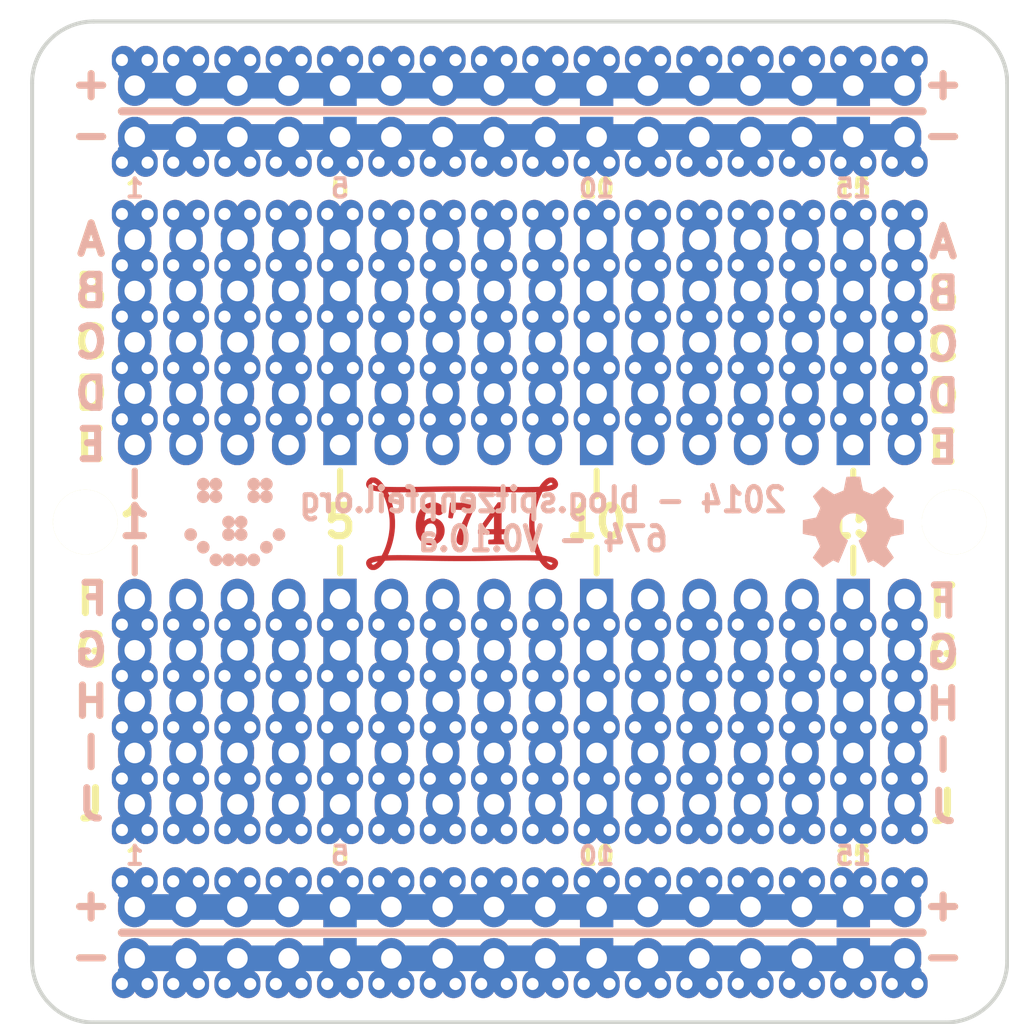
<source format=kicad_pcb>
(kicad_pcb (version 3) (host pcbnew "(2014-06-12 BZR 4942)-product")
  (title_block (title High-density-proto-board) (date "12 Jun 2014") (rev 0.10.a) (company "2014 - blog.spitzenpfeil.org"))
  (layers (15 Front signal) (0 Back signal) (20 B.SilkS user) (21 F.SilkS user) (22 B.Mask user) (23 F.Mask user) (28 Edge.Cuts user))
  (net 0 "")
  (module LOGO (layer Front) (at 43.50512 88.983943)
    (fp_text reference G*** hide)
    (fp_text value LOGO hide)
    (fp_poly (pts (xy 4.700394 -1.927935) (xy 4.698937 -1.916337) (xy 4.688654 -1.877812) (xy 4.670716 -1.842234) (xy 4.644965 -1.809522) (xy 4.611244 -1.779592) (xy 4.569394 -1.752363) (xy 4.533656 -1.734819) (xy 4.533656 -1.947575) (xy 4.529943 -1.968699) (xy 4.518205 -1.994095) (xy 4.510513 -2.006649) (xy 4.486149 -2.038806) (xy 4.461009 -2.061651) (xy 4.440648 -2.07312) (xy 4.420748 -2.077633) (xy 4.395938 -2.077665) (xy 4.369432 -2.073478) (xy 4.344444 -2.065334) (xy 4.344225 -2.065239) (xy 4.308467 -2.046235) (xy 4.269782 -2.019377) (xy 4.228995 -1.985437) (xy 4.186932 -1.945185) (xy 4.144419 -1.899393) (xy 4.102283 -1.848834) (xy 4.076578 -1.815253) (xy 4.064104 -1.798414) (xy 4.116969 -1.80472) (xy 4.144388 -1.808235) (xy 4.176454 -1.812719) (xy 4.208547 -1.817512) (xy 4.22863 -1.820708) (xy 4.283715 -1.830874) (xy 4.335407 -1.842558) (xy 4.382873 -1.855457) (xy 4.425282 -1.869268) (xy 4.461802 -1.883687) (xy 4.491602 -1.898411) (xy 4.513849 -1.913137) (xy 4.527713 -1.927561) (xy 4.529421 -1.93041) (xy 4.533656 -1.947575) (xy 4.533656 -1.734819) (xy 4.51926 -1.727751) (xy 4.460683 -1.705675) (xy 4.393506 -1.686052) (xy 4.317572 -1.6688) (xy 4.232723 -1.653837) (xy 4.183945 -1.646787) (xy 4.16097 -1.643836) (xy 4.133552 -1.640539) (xy 4.103375 -1.637075) (xy 4.072125 -1.633623) (xy 4.041485 -1.630362) (xy 4.013141 -1.627469) (xy 3.988778 -1.625125) (xy 3.97008 -1.623508) (xy 3.958733 -1.622796) (xy 3.957592 -1.622777) (xy 3.953798 -1.618682) (xy 3.946617 -1.607119) (xy 3.936583 -1.589168) (xy 3.924232 -1.565911) (xy 3.9101 -1.538429) (xy 3.894722 -1.507804) (xy 3.878634 -1.475116) (xy 3.862371 -1.441449) (xy 3.846469 -1.407882) (xy 3.831463 -1.375497) (xy 3.817889 -1.345376) (xy 3.806282 -1.3186) (xy 3.802687 -1.309983) (xy 3.758934 -1.195737) (xy 3.758934 -1.609868) (xy 3.675106 -1.606904) (xy 3.656993 -1.606398) (xy 3.630393 -1.605846) (xy 3.596227 -1.60526) (xy 3.555414 -1.604652) (xy 3.508875 -1.604034) (xy 3.45753 -1.603416) (xy 3.4023 -1.602809) (xy 3.344105 -1.602227) (xy 3.283865 -1.60168) (xy 3.2225 -1.601179) (xy 3.210278 -1.601087) (xy 3.163958 -1.600762) (xy 3.118864 -1.600498) (xy 3.074534 -1.6003) (xy 3.030504 -1.600172) (xy 2.986312 -1.60012) (xy 2.941497 -1.600149) (xy 2.895594 -1.600264) (xy 2.848142 -1.600472) (xy 2.798678 -1.600776) (xy 2.74674 -1.601183) (xy 2.691865 -1.601697) (xy 2.63359 -1.602324) (xy 2.571454 -1.603069) (xy 2.504993 -1.603938) (xy 2.433744 -1.604935) (xy 2.357246 -1.606066) (xy 2.275036 -1.607336) (xy 2.186651 -1.60875) (xy 2.091629 -1.610314) (xy 1.989507 -1.612033) (xy 1.879822 -1.613913) (xy 1.762113 -1.615957) (xy 1.635917 -1.618173) (xy 1.502834 -1.620528) (xy 1.327142 -1.623569) (xy 1.159925 -1.626294) (xy 1.000255 -1.628703) (xy 0.847204 -1.630796) (xy 0.699846 -1.632573) (xy 0.557251 -1.634034) (xy 0.418494 -1.635178) (xy 0.282646 -1.636007) (xy 0.148779 -1.636519) (xy 0.015966 -1.636715) (xy -0.116719 -1.636596) (xy -0.250206 -1.63616) (xy -0.385422 -1.635408) (xy -0.523293 -1.63434) (xy -0.664748 -1.632956) (xy -0.810714 -1.631256) (xy -0.962119 -1.62924) (xy -1.119891 -1.626908) (xy -1.284956 -1.62426) (xy -1.458242 -1.621296) (xy -1.500481 -1.62055) (xy -1.636338 -1.618144) (xy -1.763251 -1.615916) (xy -1.881684 -1.61386) (xy -1.992099 -1.611971) (xy -2.094958 -1.610245) (xy -2.190725 -1.608674) (xy -2.279861 -1.607256) (xy -2.36283 -1.605983) (xy -2.440093 -1.604851) (xy -2.512114 -1.603854) (xy -2.579355 -1.602988) (xy -2.642278 -1.602247) (xy -2.701346 -1.601625) (xy -2.757022 -1.601118) (xy -2.809768 -1.60072) (xy -2.860046 -1.600426) (xy -2.90832 -1.600231) (xy -2.955052 -1.600129) (xy -3.000704 -1.600115) (xy -3.045739 -1.600184) (xy -3.090619 -1.600331) (xy -3.135807 -1.60055) (xy -3.181766 -1.600836) (xy -3.212629 -1.601058) (xy -3.273828 -1.60155) (xy -3.334018 -1.60209) (xy -3.392281 -1.602668) (xy -3.447705 -1.603272) (xy -3.499373 -1.60389) (xy -3.54637 -1.604511) (xy -3.587782 -1.605123) (xy -3.622692 -1.605714) (xy -3.650186 -1.606274) (xy -3.669349 -1.606789) (xy -3.671785 -1.606875) (xy -3.752293 -1.609837) (xy -3.7242 -1.551631) (xy -3.652843 -1.393389) (xy -3.588836 -1.229814) (xy -3.532379 -1.061688) (xy -3.483675 -0.889796) (xy -3.442924 -0.714919) (xy -3.410328 -0.537843) (xy -3.386089 -0.359349) (xy -3.370409 -0.180221) (xy -3.370123 -0.175655) (xy -3.368915 -0.148922) (xy -3.368055 -0.114614) (xy -3.367533 -0.074556) (xy -3.367336 -0.030573) (xy -3.367455 0.015511) (xy -3.367878 0.06187) (xy -3.368595 0.106678) (xy -3.369595 0.148112) (xy -3.370867 0.184344) (xy -3.3724 0.213552) (xy -3.372431 0.214019) (xy -3.389174 0.39502) (xy -3.41511 0.575883) (xy -3.450043 0.755861) (xy -3.493779 0.934205) (xy -3.546123 1.110167) (xy -3.606881 1.282999) (xy -3.675856 1.451952) (xy -3.720269 1.549389) (xy -3.730379 1.571184) (xy -3.738606 1.589835) (xy -3.744291 1.60377) (xy -3.746773 1.611418) (xy -3.746737 1.61235) (xy -3.741681 1.612726) (xy -3.728256 1.61281) (xy -3.707499 1.612619) (xy -3.680441 1.612173) (xy -3.648119 1.611487) (xy -3.611567 1.61058) (xy -3.571818 1.609469) (xy -3.564378 1.609248) (xy -3.520069 1.608006) (xy -3.47463 1.606911) (xy -3.427699 1.605967) (xy -3.378916 1.605176) (xy -3.327917 1.60454) (xy -3.274343 1.604063) (xy -3.21783 1.603748) (xy -3.158017 1.603597) (xy -3.094543 1.603613) (xy -3.027046 1.603798) (xy -2.955164 1.604157) (xy -2.878536 1.604691) (xy -2.796799 1.605403) (xy -2.709593 1.606296) (xy -2.616555 1.607373) (xy -2.517324 1.608637) (xy -2.411538 1.610091) (xy -2.298835 1.611737) (xy -2.178854 1.613578) (xy -2.051234 1.615617) (xy -1.915611 1.617856) (xy -1.771626 1.6203) (xy -1.618915 1.622949) (xy -1.476963 1.625455) (xy -1.261364 1.62912) (xy -1.054503 1.632288) (xy -0.855722 1.634964) (xy -0.664365 1.63715) (xy -0.479776 1.63885) (xy -0.301296 1.640067) (xy -0.128271 1.640804) (xy 0.039958 1.641066) (xy 0.204046 1.640855) (xy 0.364651 1.640175) (xy 0.522429 1.63903) (xy 0.678038 1.637421) (xy 0.724371 1.63685) (xy 0.79096 1.635969) (xy 0.865127 1.63494) (xy 0.945045 1.633788) (xy 1.028885 1.632544) (xy 1.11482 1.631234) (xy 1.201022 1.629886) (xy 1.285663 1.62853) (xy 1.366916 1.627192) (xy 1.442953 1.625902) (xy 1.481667 1.625226) (xy 1.615587 1.622867) (xy 1.740565 1.620681) (xy 1.857062 1.618662) (xy 1.965541 1.616804) (xy 2.066466 1.615103) (xy 2.160299 1.613552) (xy 2.247502 1.612148) (xy 2.328539 1.610885) (xy 2.403871 1.609757) (xy 2.473962 1.60876) (xy 2.539275 1.607888) (xy 2.600272 1.607135) (xy 2.657416 1.606498) (xy 2.71117 1.60597) (xy 2.761996 1.605546) (xy 2.810358 1.605222) (xy 2.856717 1.604991) (xy 2.901536 1.604849) (xy 2.945279 1.604791) (xy 2.988408 1.60481) (xy 3.031386 1.604903) (xy 3.074675 1.605064) (xy 3.118738 1.605287) (xy 3.164038 1.605568) (xy 3.203222 1.605843) (xy 3.265756 1.60633) (xy 3.327174 1.60686) (xy 3.386597 1.607424) (xy 3.443148 1.60801) (xy 3.495949 1.608609) (xy 3.544122 1.609209) (xy 3.586788 1.6098) (xy 3.62307 1.610371) (xy 3.65209 1.610911) (xy 3.67297 1.61141) (xy 3.67939 1.611616) (xy 3.758095 1.614471) (xy 3.72935 1.556305) (xy 3.670423 1.429203) (xy 3.61548 1.294822) (xy 3.56495 1.154589) (xy 3.519263 1.009934) (xy 3.478846 0.862286) (xy 3.44413 0.713075) (xy 3.415542 0.563728) (xy 3.398577 0.453908) (xy 3.380057 0.287373) (xy 3.37007 0.118266) (xy 3.36862 -0.052018) (xy 3.37571 -0.222082) (xy 3.391345 -0.39053) (xy 3.396327 -0.430246) (xy 3.41701 -0.565657) (xy 3.443446 -0.703026) (xy 3.475205 -0.840901) (xy 3.511851 -0.977829) (xy 3.552954 -1.112358) (xy 3.598081 -1.243034) (xy 3.646798 -1.368404) (xy 3.698674 -1.487017) (xy 3.730966 -1.553999) (xy 3.758934 -1.609868) (xy 3.758934 -1.195737) (xy 3.737883 -1.140769) (xy 3.681404 -0.968144) (xy 3.633502 -0.793048) (xy 3.594429 -0.616421) (xy 3.564434 -0.439204) (xy 3.558716 -0.397462) (xy 3.543045 -0.247716) (xy 3.534633 -0.094981) (xy 3.533513 0.058382) (xy 3.539716 0.210015) (xy 3.549052 0.319852) (xy 3.570955 0.48791) (xy 3.601373 0.656728) (xy 3.639935 0.82488) (xy 3.686269 0.990943) (xy 3.740003 1.153492) (xy 3.800767 1.311103) (xy 3.818196 1.352315) (xy 3.830283 1.379531) (xy 3.84529 1.412055) (xy 3.86225 1.447896) (xy 3.880191 1.485066) (xy 3.898146 1.521575) (xy 3.915145 1.555433) (xy 3.930219 1.584652) (xy 3.942221 1.606923) (xy 3.953067 1.626346) (xy 4.00971 1.631811) (xy 4.105511 1.641959) (xy 4.192409 1.653107) (xy 4.270866 1.665372) (xy 4.341345 1.67887) (xy 4.404308 1.69372) (xy 4.460218 1.710037) (xy 4.509537 1.727938) (xy 4.552728 1.747542) (xy 4.590253 1.768964) (xy 4.612222 1.784218) (xy 4.646856 1.815421) (xy 4.672972 1.850252) (xy 4.690501 1.888207) (xy 4.699376 1.928778) (xy 4.699528 1.971461) (xy 4.690889 2.015748) (xy 4.67339 2.061135) (xy 4.654256 2.095841) (xy 4.621861 2.141043) (xy 4.585823 2.178885) (xy 4.546828 2.208775) (xy 4.533832 2.215498) (xy 4.533832 1.947726) (xy 4.531504 1.939031) (xy 4.52452 1.930379) (xy 4.516526 1.9229) (xy 4.492144 1.905222) (xy 4.459131 1.888134) (xy 4.418255 1.871863) (xy 4.370285 1.856636) (xy 4.31599 1.842681) (xy 4.256139 1.830225) (xy 4.191501 1.819496) (xy 4.146266 1.813431) (xy 4.122419 1.810504) (xy 4.101219 1.807864) (xy 4.084808 1.80578) (xy 4.07533 1.804521) (xy 4.07475 1.804436) (xy 4.064334 1.802887) (xy 4.074706 1.81749) (xy 4.098516 1.849191) (xy 4.126122 1.882937) (xy 4.155912 1.916978) (xy 4.186275 1.949563) (xy 4.2156 1.978943) (xy 4.242275 2.003368) (xy 4.256852 2.015314) (xy 4.298869 2.044776) (xy 4.337816 2.066063) (xy 4.373467 2.079099) (xy 4.405601 2.08381) (xy 4.433992 2.080121) (xy 4.441966 2.077274) (xy 4.461876 2.065364) (xy 4.482308 2.047091) (xy 4.501467 2.024765) (xy 4.517559 2.000693) (xy 4.52879 1.977184) (xy 4.533101 1.960044) (xy 4.533832 1.947726) (xy 4.533832 2.215498) (xy 4.505559 2.230125) (xy 4.493133 2.234678) (xy 4.480096 2.238625) (xy 4.467527 2.241271) (xy 4.45326 2.242795) (xy 4.435126 2.243376) (xy 4.410959 2.243192) (xy 4.3943 2.24283) (xy 4.367052 2.242071) (xy 4.346891 2.241078) (xy 4.3315 2.239454) (xy 4.318561 2.236804) (xy 4.305754 2.232732) (xy 4.290761 2.226842) (xy 4.283857 2.223982) (xy 4.227713 2.196042) (xy 4.171217 2.158899) (xy 4.114564 2.112741) (xy 4.057946 2.057758) (xy 4.001557 1.994137) (xy 3.945591 1.922068) (xy 3.890241 1.841738) (xy 3.887872 1.838093) (xy 3.874245 1.817283) (xy 3.864325 1.803066) (xy 3.856789 1.794088) (xy 3.850311 1.788995) (xy 3.843567 1.786431) (xy 3.836132 1.78516) (xy 3.818083 1.783386) (xy 3.791129 1.781661) (xy 3.75577 1.779997) (xy 3.712508 1.778406) (xy 3.661844 1.7769) (xy 3.604281 1.775491) (xy 3.540318 1.774191) (xy 3.470458 1.773011) (xy 3.395202 1.771964) (xy 3.315052 1.77106) (xy 3.230509 1.770314) (xy 3.200871 1.770098) (xy 3.154457 1.769807) (xy 3.10857 1.769586) (xy 3.062778 1.76944) (xy 3.016648 1.769373) (xy 2.969746 1.769393) (xy 2.921641 1.769503) (xy 2.871898 1.76971) (xy 2.820086 1.770019) (xy 2.765771 1.770435) (xy 2.708521 1.770963) (xy 2.647903 1.77161) (xy 2.583483 1.77238) (xy 2.51483 1.77328) (xy 2.44151 1.774313) (xy 2.363091 1.775487) (xy 2.279139 1.776805) (xy 2.189222 1.778274) (xy 2.092907 1.7799) (xy 1.989762 1.781686) (xy 1.879352 1.78364) (xy 1.761247 1.785766) (xy 1.635012 1.788069) (xy 1.500215 1.790556) (xy 1.364074 1.793088) (xy 1.209502 1.79571) (xy 1.046732 1.797973) (xy 0.876968 1.799878) (xy 0.701412 1.801425) (xy 0.521267 1.802613) (xy 0.337737 1.803442) (xy 0.152024 1.803913) (xy -0.034669 1.804026) (xy -0.221138 1.80378) (xy -0.406181 1.803176) (xy -0.588595 1.802213) (xy -0.767177 1.800892) (xy -0.940723 1.799213) (xy -1.108032 1.797175) (xy -1.267899 1.794779) (xy -1.364074 1.793088) (xy -1.507713 1.790417) (xy -1.642379 1.787935) (xy -1.768504 1.785636) (xy -1.88652 1.783516) (xy -1.99686 1.781567) (xy -2.099955 1.779786) (xy -2.196238 1.778167) (xy -2.286141 1.776704) (xy -2.370097 1.775391) (xy -2.448536 1.774225) (xy -2.521893 1.773198) (xy -2.590598 1.772305) (xy -2.655085 1.771542) (xy -2.715785 1.770903) (xy -2.77313 1.770381) (xy -2.827553 1.769973) (xy -2.879486 1.769672) (xy -2.929361 1.769473) (xy -2.97761 1.76937) (xy -3.024666 1.769359) (xy -3.070961 1.769433) (xy -3.116926 1.769587) (xy -3.162995 1.769816) (xy -3.198518 1.770038) (xy -3.278161 1.770668) (xy -3.354883 1.771453) (xy -3.428104 1.772381) (xy -3.497245 1.773437) (xy -3.561725 1.774607) (xy -3.620966 1.775879) (xy -3.674388 1.777238) (xy -3.721411 1.778671) (xy -3.761456 1.780163) (xy -3.793942 1.781701) (xy -3.818292 1.783272) (xy -3.833924 1.784861) (xy -3.83587 1.785165) (xy -3.843372 1.787655) (xy -3.850738 1.793371) (xy -3.859347 1.803812) (xy -3.870579 1.820478) (xy -3.875511 1.828259) (xy -3.903336 1.870389) (xy -3.935074 1.91469) (xy -3.969329 1.959452) (xy -4.004707 2.002963) (xy -4.039814 2.043511) (xy -4.060332 2.065521) (xy -4.060332 1.803763) (xy -4.065204 1.803904) (xy -4.077768 1.805065) (xy -4.096384 1.807075) (xy -4.119413 1.80976) (xy -4.132768 1.811388) (xy -4.176013 1.817346) (xy -4.221711 1.824719) (xy -4.267578 1.833063) (xy -4.311335 1.841936) (xy -4.350697 1.850896) (xy -4.383384 1.859499) (xy -4.388357 1.860968) (xy -4.417741 1.870943) (xy -4.447302 1.882942) (xy -4.474943 1.895947) (xy -4.498567 1.908941) (xy -4.516075 1.920907) (xy -4.52103 1.92531) (xy -4.530229 1.935936) (xy -4.533685 1.945814) (xy -4.53312 1.959872) (xy -4.533115 1.959921) (xy -4.527227 1.981072) (xy -4.51505 2.004777) (xy -4.498348 2.028736) (xy -4.478889 2.050645) (xy -4.458439 2.068204) (xy -4.443014 2.077362) (xy -4.424717 2.08199) (xy -4.401013 2.082764) (xy -4.374954 2.07994) (xy -4.349595 2.073775) (xy -4.335424 2.068323) (xy -4.292779 2.045058) (xy -4.249109 2.013756) (xy -4.204137 1.974164) (xy -4.157582 1.92603) (xy -4.109168 1.869102) (xy -4.091488 1.846737) (xy -4.078681 1.830013) (xy -4.068497 1.816257) (xy -4.062041 1.806995) (xy -4.060332 1.803763) (xy -4.060332 2.065521) (xy -4.073254 2.079384) (xy -4.103632 2.108873) (xy -4.105776 2.110804) (xy -4.154081 2.150702) (xy -4.203147 2.18484) (xy -4.251507 2.212304) (xy -4.297697 2.232176) (xy -4.302564 2.233853) (xy -4.315841 2.237823) (xy -4.329378 2.240576) (xy -4.345281 2.242314) (xy -4.365655 2.243239) (xy -4.392607 2.243552) (xy -4.403694 2.243555) (xy -4.432112 2.243381) (xy -4.453141 2.242806) (xy -4.468799 2.241599) (xy -4.481104 2.239528) (xy -4.492073 2.236361) (xy -4.503012 2.232162) (xy -4.545318 2.210444) (xy -4.583677 2.181451) (xy -4.618915 2.144471) (xy -4.644763 2.109624) (xy -4.671896 2.063713) (xy -4.690107 2.019778) (xy -4.699545 1.977309) (xy -4.70036 1.935793) (xy -4.699065 1.92428) (xy -4.690515 1.887947) (xy -4.675372 1.854251) (xy -4.653416 1.823103) (xy -4.624427 1.794412) (xy -4.588187 1.768088) (xy -4.544476 1.744041) (xy -4.493075 1.722179) (xy -4.433764 1.702413) (xy -4.366324 1.684652) (xy -4.290535 1.668806) (xy -4.206179 1.654784) (xy -4.113036 1.642497) (xy -4.010886 1.631853) (xy -3.983219 1.629378) (xy -3.947122 1.626249) (xy -3.911996 1.559838) (xy -3.844303 1.422814) (xy -3.782456 1.27898) (xy -3.726668 1.129058) (xy -3.67715 0.973772) (xy -3.634114 0.813845) (xy -3.597772 0.649998) (xy -3.568336 0.482957) (xy -3.546019 0.313443) (xy -3.545691 0.310445) (xy -3.542209 0.271315) (xy -3.539337 0.224591) (xy -3.537083 0.171904) (xy -3.535453 0.11489) (xy -3.534452 0.055181) (xy -3.534088 -0.005588) (xy -3.534367 -0.065785) (xy -3.535295 -0.123776) (xy -3.536879 -0.177927) (xy -3.539125 -0.226604) (xy -3.542039 -0.268175) (xy -3.54337 -0.282222) (xy -3.56688 -0.467784) (xy -3.598464 -0.648665) (xy -3.638193 -0.825132) (xy -3.686141 -0.997448) (xy -3.742377 -1.165879) (xy -3.806975 -1.330691) (xy -3.857427 -1.444524) (xy -3.865711 -1.461924) (xy -3.876192 -1.483307) (xy -3.888108 -1.507191) (xy -3.900701 -1.532097) (xy -3.91321 -1.556541) (xy -3.924876 -1.579043) (xy -3.934938 -1.598121) (xy -3.942638 -1.612295) (xy -3.947215 -1.620082) (xy -3.947978 -1.621059) (xy -3.952674 -1.621683) (xy -3.965222 -1.623024) (xy -3.984109 -1.624929) (xy -4.007818 -1.627243) (xy -4.031074 -1.629461) (xy -4.062417 -1.632812) (xy -4.062417 -1.797342) (xy -4.062696 -1.800397) (xy -4.067581 -1.808822) (xy -4.07313 -1.816805) (xy -4.117732 -1.874504) (xy -4.162536 -1.926304) (xy -4.206849 -1.971519) (xy -4.249974 -2.009459) (xy -4.291216 -2.039436) (xy -4.308632 -2.049952) (xy -4.343175 -2.066488) (xy -4.376158 -2.076661) (xy -4.406288 -2.080256) (xy -4.43227 -2.077061) (xy -4.444212 -2.072388) (xy -4.465349 -2.058125) (xy -4.486263 -2.03823) (xy -4.505236 -2.014968) (xy -4.520547 -1.990606) (xy -4.530478 -1.967409) (xy -4.533115 -1.955216) (xy -4.533685 -1.941111) (xy -4.530259 -1.931245) (xy -4.521401 -1.920976) (xy -4.49825 -1.902791) (xy -4.466107 -1.885358) (xy -4.425361 -1.86879) (xy -4.376405 -1.853199) (xy -4.319631 -1.838701) (xy -4.255431 -1.825407) (xy -4.184198 -1.813432) (xy -4.118092 -1.804334) (xy -4.096874 -1.801679) (xy -4.079116 -1.799452) (xy -4.066889 -1.797912) (xy -4.062417 -1.797342) (xy -4.062417 -1.632812) (xy -4.132034 -1.640253) (xy -4.22395 -1.652771) (xy -4.307039 -1.66711) (xy -4.381523 -1.683362) (xy -4.44762 -1.701623) (xy -4.505551 -1.721987) (xy -4.555535 -1.744549) (xy -4.597792 -1.769402) (xy -4.63254 -1.796641) (xy -4.660001 -1.826361) (xy -4.680394 -1.858656) (xy -4.693938 -1.89362) (xy -4.698936 -1.916337) (xy -4.700758 -1.955129) (xy -4.694627 -1.996063) (xy -4.681334 -2.037797) (xy -4.661666 -2.078991) (xy -4.63641 -2.118305) (xy -4.606357 -2.1544) (xy -4.572293 -2.185934) (xy -4.535007 -2.211567) (xy -4.520844 -2.219144) (xy -4.485535 -2.236611) (xy -4.409585 -2.238093) (xy -4.379986 -2.238537) (xy -4.357786 -2.238436) (xy -4.340983 -2.237627) (xy -4.327576 -2.23595) (xy -4.315564 -2.233242) (xy -4.303475 -2.229518) (xy -4.250027 -2.207184) (xy -4.195735 -2.175592) (xy -4.14071 -2.134841) (xy -4.085064 -2.085031) (xy -4.028911 -2.026262) (xy -3.972362 -1.958634) (xy -3.9197 -1.888138) (xy -3.904223 -1.866058) (xy -3.889129 -1.843995) (xy -3.876103 -1.824444) (xy -3.86683 -1.809901) (xy -3.866514 -1.809381) (xy -3.856151 -1.793802) (xy -3.847446 -1.784946) (xy -3.83837 -1.780884) (xy -3.836071 -1.780433) (xy -3.822082 -1.778901) (xy -3.799319 -1.77737) (xy -3.768413 -1.775857) (xy -3.729996 -1.774376) (xy -3.684701 -1.772942) (xy -3.633159 -1.771571) (xy -3.576005 -1.770279) (xy -3.513868 -1.769079) (xy -3.447383 -1.767988) (xy -3.37718 -1.76702) (xy -3.303893 -1.76619) (xy -3.228154 -1.765515) (xy -3.207926 -1.765365) (xy -3.160719 -1.765069) (xy -3.11339 -1.764857) (xy -3.065511 -1.764734) (xy -3.016652 -1.764706) (xy -2.966385 -1.764778) (xy -2.91428 -1.764956) (xy -2.85991 -1.765245) (xy -2.802845 -1.76565) (xy -2.742657 -1.766177) (xy -2.678916 -1.766831) (xy -2.611194 -1.767618) (xy -2.539062 -1.768543) (xy -2.462091 -1.769611) (xy -2.379852 -1.770829) (xy -2.291918 -1.7722) (xy -2.197858 -1.773731) (xy -2.097243 -1.775428) (xy -1.989647 -1.777294) (xy -1.874638 -1.779337) (xy -1.751789 -1.781561) (xy -1.62067 -1.783972) (xy -1.480854 -1.786575) (xy -1.385241 -1.78837) (xy -1.242683 -1.790816) (xy -1.091918 -1.792955) (xy -0.934054 -1.794786) (xy -0.770199 -1.796309) (xy -0.601462 -1.797525) (xy -0.428952 -1.798433) (xy -0.253776 -1.799034) (xy -0.077044 -1.799326) (xy 0.100137 -1.799312) (xy 0.276658 -1.798989) (xy 0.45141 -1.798359) (xy 0.623285 -1.797421) (xy 0.791174 -1.796175) (xy 0.95397 -1.794621) (xy 1.110564 -1.79276) (xy 1.259846 -1.790591) (xy 1.385241 -1.788409) (xy 1.531275 -1.785662) (xy 1.668333 -1.783112) (xy 1.796845 -1.780755) (xy 1.91724 -1.778584) (xy 2.029947 -1.776594) (xy 2.135396 -1.774779) (xy 2.234017 -1.773135) (xy 2.326239 -1.771656) (xy 2.412491 -1.770336) (xy 2.493202 -1.76917) (xy 2.568803 -1.768153) (xy 2.639723 -1.767278) (xy 2.70639 -1.766542) (xy 2.769235 -1.765937) (xy 2.828687 -1.76546) (xy 2.885176 -1.765103) (xy 2.93913 -1.764863) (xy 2.99098 -1.764733) (xy 3.041154 -1.764709) (xy 3.090082 -1.764784) (xy 3.138194 -1.764953) (xy 3.185919 -1.765211) (xy 3.207926 -1.765358) (xy 3.289054 -1.766031) (xy 3.366985 -1.76687) (xy 3.441131 -1.767861) (xy 3.510905 -1.76899) (xy 3.575719 -1.770242) (xy 3.634985 -1.771604) (xy 3.688114 -1.773061) (xy 3.734519 -1.774599) (xy 3.773612 -1.776204) (xy 3.804805 -1.777862) (xy 3.827509 -1.779558) (xy 3.836341 -1.780525) (xy 3.845919 -1.782302) (xy 3.853344 -1.78578) (xy 3.860449 -1.792635) (xy 3.869067 -1.804543) (xy 3.878351 -1.818941) (xy 3.933303 -1.900572) (xy 3.990373 -1.974974) (xy 4.051265 -2.044315) (xy 4.072664 -2.066637) (xy 4.125283 -2.116862) (xy 4.176252 -2.158268) (xy 4.226054 -2.1912) (xy 4.275175 -2.216002) (xy 4.293283 -2.22319) (xy 4.307409 -2.228202) (xy 4.319573 -2.231783) (xy 4.331813 -2.234173) (xy 4.346164 -2.23561) (xy 4.364664 -2.236335) (xy 4.389349 -2.236587) (xy 4.407371 -2.236611) (xy 4.484982 -2.236611) (xy 4.521286 -2.218485) (xy 4.559942 -2.194951) (xy 4.595507 -2.165114) (xy 4.627205 -2.130299) (xy 4.654254 -2.091831) (xy 4.675877 -2.051036) (xy 4.691294 -2.009238) (xy 4.699727 -1.967763) (xy 4.700394 -1.927935) (xy 4.700394 -1.927935)) (layer Front) (width 0.1))
    (fp_poly (pts (xy -0.913208 0.319718) (xy -0.913648 0.364561) (xy -0.916113 0.409332) (xy -0.920508 0.450968) (xy -0.92631 0.484482) (xy -0.948659 0.565874) (xy -0.978706 0.641865) (xy -1.016448 0.712447) (xy -1.061881 0.777617) (xy -1.112426 0.834772) (xy -1.168186 0.885103) (xy -1.224982 0.924994) (xy -1.224982 0.384807) (xy -1.225088 0.344144) (xy -1.226169 0.305285) (xy -1.22823 0.270281) (xy -1.231273 0.241182) (xy -1.233912 0.225778) (xy -1.243367 0.188996) (xy -1.255803 0.151164) (xy -1.270042 0.115444) (xy -1.284904 0.085) (xy -1.289206 0.077537) (xy -1.308848 0.05005) (xy -1.333956 0.022323) (xy -1.361487 -0.002581) (xy -1.386652 -0.020555) (xy -1.430578 -0.041852) (xy -1.478742 -0.055667) (xy -1.529675 -0.061992) (xy -1.581905 -0.060821) (xy -1.633961 -0.052148) (xy -1.684373 -0.035966) (xy -1.7145 -0.02198) (xy -1.735095 -0.008666) (xy -1.758662 0.01052) (xy -1.783126 0.033508) (xy -1.80641 0.058233) (xy -1.826439 0.082626) (xy -1.840487 0.103482) (xy -1.866132 0.155364) (xy -1.885558 0.211765) (xy -1.899009 0.273638) (xy -1.906729 0.341936) (xy -1.908095 0.366889) (xy -1.90768 0.441307) (xy -1.899842 0.511121) (xy -1.884277 0.577878) (xy -1.860682 0.643125) (xy -1.848386 0.670278) (xy -1.827041 0.711751) (xy -1.805737 0.746274) (xy -1.782858 0.776154) (xy -1.756789 0.803702) (xy -1.75154 0.808678) (xy -1.712289 0.839616) (xy -1.669077 0.863416) (xy -1.623287 0.879687) (xy -1.576303 0.888036) (xy -1.529509 0.888071) (xy -1.493238 0.881874) (xy -1.44449 0.864791) (xy -1.400306 0.839515) (xy -1.360726 0.806101) (xy -1.325791 0.764603) (xy -1.295538 0.715077) (xy -1.27001 0.657577) (xy -1.249244 0.592158) (xy -1.234278 0.524463) (xy -1.230502 0.497101) (xy -1.227692 0.463336) (xy -1.225851 0.425221) (xy -1.224982 0.384807) (xy -1.224982 0.924994) (xy -1.227629 0.926854) (xy -1.291207 0.960277) (xy -1.359369 0.985626) (xy -1.399352 0.996307) (xy -1.418788 1.000161) (xy -1.443503 1.004094) (xy -1.471115 1.007831) (xy -1.499239 1.011098) (xy -1.525492 1.01362) (xy -1.547491 1.015123) (xy -1.562853 1.015332) (xy -1.563981 1.015268) (xy -1.572661 1.01462) (xy -1.588072 1.013414) (xy -1.607571 1.011859) (xy -1.618074 1.011012) (xy -1.69339 1.000403) (xy -1.76511 0.981191) (xy -1.832954 0.953574) (xy -1.896644 0.917751) (xy -1.955901 0.873923) (xy -2.010446 0.822287) (xy -2.060002 0.763043) (xy -2.104288 0.69639) (xy -2.133281 0.642866) (xy -2.16707 0.566875) (xy -2.194491 0.487844) (xy -2.215725 0.404879) (xy -2.230955 0.317089) (xy -2.240365 0.223581) (xy -2.244137 0.123464) (xy -2.244229 0.1013) (xy -2.239829 -0.019232) (xy -2.226996 -0.136358) (xy -2.205801 -0.249832) (xy -2.176312 -0.359406) (xy -2.1386 -0.464836) (xy -2.092734 -0.565874) (xy -2.038784 -0.662274) (xy -2.020255 -0.691444) (xy -1.995728 -0.725214) (xy -1.965234 -0.761392) (xy -1.930941 -0.797774) (xy -1.895019 -0.832155) (xy -1.859637 -0.862329) (xy -1.832092 -0.882695) (xy -1.760491 -0.925671) (xy -1.686084 -0.959673) (xy -1.608977 -0.984672) (xy -1.529272 -1.000642) (xy -1.447074 -1.007554) (xy -1.371773 -1.006056) (xy -1.307079 -0.998357) (xy -1.24582 -0.984435) (xy -1.188714 -0.964735) (xy -1.136481 -0.939698) (xy -1.089838 -0.909767) (xy -1.049504 -0.875385) (xy -1.016197 -0.836996) (xy -0.990636 -0.795042) (xy -0.977461 -0.762967) (xy -0.965856 -0.715781) (xy -0.96223 -0.669205) (xy -0.966461 -0.624502) (xy -0.978427 -0.582936) (xy -0.998003 -0.545771) (xy -0.998617 -0.544869) (xy -1.023792 -0.515402) (xy -1.053409 -0.492837) (xy -1.086231 -0.477109) (xy -1.121019 -0.468154) (xy -1.156536 -0.465907) (xy -1.191545 -0.470303) (xy -1.224807 -0.481278) (xy -1.255086 -0.498766) (xy -1.281144 -0.522702) (xy -1.301743 -0.553023) (xy -1.305594 -0.560928) (xy -1.31642 -0.593641) (xy -1.321272 -0.629017) (xy -1.319772 -0.663294) (xy -1.317233 -0.676149) (xy -1.313069 -0.689343) (xy -1.305979 -0.708415) (xy -1.296994 -0.730704) (xy -1.288122 -0.751352) (xy -1.278267 -0.773904) (xy -1.27189 -0.789811) (xy -1.268498 -0.800956) (xy -1.267599 -0.809221) (xy -1.268703 -0.816492) (xy -1.269992 -0.820772) (xy -1.281181 -0.840212) (xy -1.300086 -0.856262) (xy -1.325585 -0.868748) (xy -1.356552 -0.877498) (xy -1.391863 -0.882337) (xy -1.430396 -0.883092) (xy -1.471026 -0.879589) (xy -1.512628 -0.871654) (xy -1.543022 -0.862946) (xy -1.596536 -0.840382) (xy -1.646895 -0.809184) (xy -1.693725 -0.769701) (xy -1.736657 -0.722285) (xy -1.775318 -0.667286) (xy -1.803562 -0.616796) (xy -1.829541 -0.561238) (xy -1.851163 -0.50581) (xy -1.869001 -0.448506) (xy -1.88363 -0.387317) (xy -1.895623 -0.320238) (xy -1.902536 -0.270462) (xy -1.904465 -0.253956) (xy -1.906921 -0.231217) (xy -1.909758 -0.203782) (xy -1.912828 -0.173187) (xy -1.915984 -0.140968) (xy -1.91908 -0.108662) (xy -1.921968 -0.077804) (xy -1.924502 -0.04993) (xy -1.926535 -0.026576) (xy -1.927919 -0.009279) (xy -1.928508 0.000425) (xy -1.928518 0.001128) (xy -1.925993 0.000848) (xy -1.919592 -0.005421) (xy -1.915583 -0.010201) (xy -1.866248 -0.067) (xy -1.815927 -0.114878) (xy -1.764019 -0.15431) (xy -1.709921 -0.185776) (xy -1.67306 -0.202277) (xy -1.613795 -0.221307) (xy -1.550076 -0.233441) (xy -1.483939 -0.238589) (xy -1.41742 -0.236664) (xy -1.352557 -0.227578) (xy -1.312432 -0.217844) (xy -1.244467 -0.19364) (xy -1.18176 -0.161817) (xy -1.124657 -0.122778) (xy -1.073502 -0.076928) (xy -1.028642 -0.02467) (xy -0.990422 0.033593) (xy -0.959188 0.097456) (xy -0.935286 0.166516) (xy -0.91906 0.240369) (xy -0.918788 0.24207) (xy -0.91489 0.277866) (xy -0.913208 0.319718) (xy -0.913208 0.319718)) (layer Front) (width 0.1))
    (fp_poly (pts (xy 0.630297 -0.955752) (xy 0.630045 -0.936155) (xy 0.62883 -0.92096) (xy 0.625963 -0.907142) (xy 0.620757 -0.89168) (xy 0.612523 -0.87155) (xy 0.609516 -0.864515) (xy 0.601299 -0.845949) (xy 0.589859 -0.820914) (xy 0.576117 -0.791387) (xy 0.560998 -0.759344) (xy 0.545422 -0.726762) (xy 0.538589 -0.712611) (xy 0.499246 -0.630173) (xy 0.460466 -0.546492) (xy 0.422638 -0.462511) (xy 0.38615 -0.379175) (xy 0.351391 -0.297428) (xy 0.318751 -0.218216) (xy 0.288616 -0.142481) (xy 0.261377 -0.07117) (xy 0.237422 -0.005225) (xy 0.217139 0.054408) (xy 0.200917 0.106785) (xy 0.199856 0.110459) (xy 0.186959 0.156981) (xy 0.175972 0.200519) (xy 0.16673 0.242411) (xy 0.159068 0.283995) (xy 0.152819 0.326608) (xy 0.147819 0.371588) (xy 0.143901 0.420271) (xy 0.1409 0.473996) (xy 0.13865 0.5341) (xy 0.136986 0.60192) (xy 0.13663 0.620889) (xy 0.135718 0.670402) (xy 0.134863 0.711531) (xy 0.134007 0.7453) (xy 0.133093 0.772731) (xy 0.132062 0.794847) (xy 0.130856 0.812672) (xy 0.129419 0.827228) (xy 0.127691 0.83954) (xy 0.125616 0.850628) (xy 0.123135 0.861518) (xy 0.122982 0.862146) (xy 0.11014 0.904732) (xy 0.094142 0.939023) (xy 0.074359 0.965784) (xy 0.05016 0.985783) (xy 0.020914 0.999785) (xy 0.006085 1.004296) (xy -0.026483 1.009732) (xy -0.061152 1.010404) (xy -0.0933 1.006289) (xy -0.09911 1.004865) (xy -0.134852 0.9906) (xy -0.165365 0.968659) (xy -0.19035 0.939381) (xy -0.209506 0.903102) (xy -0.220753 0.867966) (xy -0.223837 0.848416) (xy -0.225624 0.822261) (xy -0.226104 0.79221) (xy -0.22527 0.760978) (xy -0.223111 0.731276) (xy -0.221242 0.715769) (xy -0.210144 0.652928) (xy -0.194066 0.584885) (xy -0.172827 0.510982) (xy -0.146245 0.430561) (xy -0.129207 0.383113) (xy -0.11665 0.349306) (xy -0.104461 0.317202) (xy -0.092323 0.286107) (xy -0.079915 0.255326) (xy -0.066917 0.224166) (xy -0.05301 0.191933) (xy -0.037873 0.157932) (xy -0.021188 0.121468) (xy -0.002634 0.081849) (xy 0.018109 0.03838) (xy 0.041359 -0.009634) (xy 0.067437 -0.062887) (xy 0.096663 -0.122072) (xy 0.129355 -0.187885) (xy 0.165835 -0.261018) (xy 0.186631 -0.302619) (xy 0.212496 -0.354372) (xy 0.237738 -0.404959) (xy 0.261946 -0.45355) (xy 0.284706 -0.499314) (xy 0.305606 -0.541419) (xy 0.324235 -0.579033) (xy 0.340179 -0.611326) (xy 0.353026 -0.637465) (xy 0.362365 -0.656621) (xy 0.366661 -0.665574) (xy 0.393378 -0.722018) (xy 0.21668 -0.722951) (xy 0.168039 -0.723412) (xy 0.114741 -0.724274) (xy 0.059383 -0.725469) (xy 0.004561 -0.726934) (xy -0.047126 -0.728601) (xy -0.093082 -0.730407) (xy -0.109871 -0.731182) (xy -0.148954 -0.733016) (xy -0.18718 -0.734682) (xy -0.22295 -0.736118) (xy -0.254667 -0.737265) (xy -0.280733 -0.738063) (xy -0.29955 -0.738453) (xy -0.30405 -0.738481) (xy -0.32552 -0.738133) (xy -0.344097 -0.736634) (xy -0.36019 -0.733308) (xy -0.374207 -0.727473) (xy -0.386556 -0.718453) (xy -0.397647 -0.705567) (xy -0.407888 -0.688136) (xy -0.417687 -0.665483) (xy -0.427452 -0.636927) (xy -0.437594 -0.601791) (xy -0.448519 -0.559394) (xy -0.460638 -0.509059) (xy -0.47234 -0.458835) (xy -0.480724 -0.422818) (xy -0.488518 -0.389795) (xy -0.495455 -0.36087) (xy -0.501265 -0.337145) (xy -0.505681 -0.319721) (xy -0.508433 -0.309702) (xy -0.509176 -0.3077) (xy -0.514307 -0.307609) (xy -0.526577 -0.308825) (xy -0.543861 -0.311027) (xy -0.564032 -0.313893) (xy -0.584966 -0.317101) (xy -0.604536 -0.320328) (xy -0.620616 -0.323252) (xy -0.63108 -0.325552) (xy -0.633908 -0.326599) (xy -0.633529 -0.331314) (xy -0.632072 -0.344467) (xy -0.629649 -0.365164) (xy -0.626371 -0.392513) (xy -0.62235 -0.42562) (xy -0.617699 -0.463591) (xy -0.612529 -0.505532) (xy -0.606952 -0.55055) (xy -0.601081 -0.597752) (xy -0.595026 -0.646244) (xy -0.588901 -0.695133) (xy -0.582816 -0.743525) (xy -0.576885 -0.790526) (xy -0.571218 -0.835242) (xy -0.565928 -0.876782) (xy -0.561127 -0.91425) (xy -0.556926 -0.946753) (xy -0.553438 -0.973398) (xy -0.550774 -0.993292) (xy -0.549047 -1.00554) (xy -0.548389 -1.009286) (xy -0.54383 -1.009134) (xy -0.531676 -1.008472) (xy -0.513718 -1.007403) (xy -0.491749 -1.006031) (xy -0.489185 -1.005867) (xy -0.38068 -0.999478) (xy -0.271657 -0.994125) (xy -0.163071 -0.989817) (xy -0.055877 -0.986564) (xy 0.048971 -0.984374) (xy 0.150517 -0.983256) (xy 0.247806 -0.983219) (xy 0.339883 -0.984273) (xy 0.425793 -0.986425) (xy 0.504581 -0.989686) (xy 0.575293 -0.994064) (xy 0.596195 -0.995713) (xy 0.630297 -0.998565) (xy 0.630297 -0.955752) (xy 0.630297 -0.955752)) (layer Front) (width 0.1))
    (fp_poly (pts (xy 2.248371 0.479778) (xy 2.076215 0.479778) (xy 1.904059 0.479778) (xy 1.906203 0.617362) (xy 1.907029 0.658863) (xy 1.908112 0.695318) (xy 1.909409 0.7258) (xy 1.910874 0.749384) (xy 1.912463 0.765141) (xy 1.913637 0.771054) (xy 1.925666 0.793184) (xy 1.944942 0.810649) (xy 1.965732 0.820641) (xy 1.980711 0.82421) (xy 2.002924 0.827727) (xy 2.030198 0.830978) (xy 2.06036 0.83375) (xy 2.091237 0.83583) (xy 2.120658 0.837004) (xy 2.134306 0.837185) (xy 2.168408 0.83726) (xy 2.168408 0.905463) (xy 2.168408 0.973667) (xy 1.756834 0.973667) (xy 1.345259 0.973667) (xy 1.345259 0.905463) (xy 1.345259 0.83726) (xy 1.388769 0.837153) (xy 1.420726 0.836543) (xy 1.454182 0.834982) (xy 1.487175 0.832645) (xy 1.517741 0.829711) (xy 1.543917 0.826355) (xy 1.563742 0.822754) (xy 1.571301 0.820709) (xy 1.595199 0.808653) (xy 1.612823 0.791043) (xy 1.622848 0.769221) (xy 1.623043 0.768405) (xy 1.62414 0.75905) (xy 1.625139 0.741681) (xy 1.625999 0.717694) (xy 1.626683 0.688482) (xy 1.627151 0.655439) (xy 1.627363 0.619959) (xy 1.627369 0.61501) (xy 1.627482 0.479778) (xy 1.627482 0.319852) (xy 1.627482 -0.097433) (xy 1.627465 -0.170574) (xy 1.62741 -0.234838) (xy 1.627307 -0.29076) (xy 1.627149 -0.338871) (xy 1.626926 -0.379703) (xy 1.62663 -0.413788) (xy 1.626254 -0.441658) (xy 1.625788 -0.463846) (xy 1.625223 -0.480883) (xy 1.624552 -0.493302) (xy 1.623766 -0.501635) (xy 1.622857 -0.506414) (xy 1.621816 -0.50817) (xy 1.620949 -0.507832) (xy 1.617552 -0.503375) (xy 1.609073 -0.491907) (xy 1.595953 -0.474034) (xy 1.578632 -0.45036) (xy 1.557549 -0.421491) (xy 1.533146 -0.388033) (xy 1.505861 -0.350591) (xy 1.476134 -0.309771) (xy 1.444406 -0.266179) (xy 1.411117 -0.220419) (xy 1.376707 -0.173097) (xy 1.341614 -0.124819) (xy 1.306281 -0.076191) (xy 1.271145 -0.027817) (xy 1.236649 0.019696) (xy 1.20323 0.065743) (xy 1.17133 0.109719) (xy 1.141388 0.151018) (xy 1.113844 0.189035) (xy 1.089139 0.223164) (xy 1.067712 0.252799) (xy 1.050003 0.277335) (xy 1.036452 0.296167) (xy 1.0275 0.308688) (xy 1.023585 0.314294) (xy 1.023524 0.31439) (xy 1.025132 0.315549) (xy 1.031813 0.316548) (xy 1.044048 0.317396) (xy 1.062323 0.318103) (xy 1.08712 0.318676) (xy 1.118921 0.319125) (xy 1.158211 0.319458) (xy 1.205473 0.319684) (xy 1.261189 0.319813) (xy 1.323815 0.319852) (xy 1.627482 0.319852) (xy 1.627482 0.479778) (xy 1.234722 0.479778) (xy 0.841963 0.479778) (xy 0.841971 0.398639) (xy 0.841979 0.3175) (xy 1.318709 -0.345722) (xy 1.795439 -1.008944) (xy 1.857975 -1.010261) (xy 1.92051 -1.011579) (xy 1.917304 -0.965576) (xy 1.915796 -0.938907) (xy 1.914354 -0.903445) (xy 1.912986 -0.859805) (xy 1.9117 -0.808601) (xy 1.910506 -0.750447) (xy 1.909412 -0.685959) (xy 1.908426 -0.61575) (xy 1.907557 -0.540435) (xy 1.906813 -0.460628) (xy 1.906204 -0.376945) (xy 1.905737 -0.289998) (xy 1.905422 -0.200403) (xy 1.905266 -0.108775) (xy 1.905259 -0.099953) (xy 1.905 0.319852) (xy 2.076685 0.319852) (xy 2.248371 0.319852) (xy 2.248371 0.399815) (xy 2.248371 0.479778) (xy 2.248371 0.479778)) (layer Front) (width 0.1))
  )
  (module my_parts:MADW__SIL-1 (layer Front) (at 24.765 88.9)
    (fp_text reference P? hide)
    (fp_text value VAL** hide)
    (pad "" np_thru_hole circle (at 0.09 0) (size 3.2 3.2) (drill 3.2) (layers *.Cu *.Mask F.SilkS))
  )
  (module my_parts:MADW__SIL-1 (layer Front) (at 67.945 88.9)
    (fp_text reference P? hide)
    (fp_text value VAL** hide)
    (pad "" np_thru_hole circle (at -0.09 0) (size 3.2 3.2) (drill 3.2) (layers *.Cu *.Mask F.SilkS))
  )
  (module my_parts:MADW__SIL-1 (layer Front) (at 22.86 66.04)
    (fp_text reference P? hide)
    (fp_text value VAL** hide)
  )
  (module my_parts:MADW__SIL-8 (layer Front) (at 36.195 102.87)
    (fp_text reference P? hide)
    (fp_text value VAL** hide)
    (pad 1 thru_hole oval (at -8.89 0) (size 1.65 2) (drill 1.016) (layers *.Cu *.Mask))
    (pad 2 thru_hole oval (at -6.35 0) (size 1.65 2) (drill 1.016) (layers *.Cu *.Mask))
    (pad 3 thru_hole oval (at -3.81 0) (size 1.65 2) (drill 1.016) (layers *.Cu *.Mask))
    (pad 4 thru_hole oval (at -1.27 0) (size 1.65 2) (drill 1.016) (layers *.Cu *.Mask))
    (pad 5 thru_hole rect (at 1.27 0) (size 1.65 2) (drill 1.016) (layers *.Cu *.Mask))
    (pad 6 thru_hole oval (at 3.81 0) (size 1.65 2) (drill 1.016) (layers *.Cu *.Mask))
    (pad 7 thru_hole oval (at 6.35 0) (size 1.65 2) (drill 1.016) (layers *.Cu *.Mask))
    (pad 8 thru_hole oval (at 8.89 0) (size 1.65 2) (drill 1.016) (layers *.Cu *.Mask))
  )
  (module my_parts:MADW__SIL-8 (layer Front) (at 56.515 77.47)
    (fp_text reference P? hide)
    (fp_text value VAL** hide)
    (pad 1 thru_hole oval (at -8.89 0) (size 1.65 2) (drill 1.016) (layers *.Cu *.Mask))
    (pad 2 thru_hole rect (at -6.35 0) (size 1.65 2) (drill 1.016) (layers *.Cu *.Mask))
    (pad 3 thru_hole oval (at -3.81 0) (size 1.65 2) (drill 1.016) (layers *.Cu *.Mask))
    (pad 4 thru_hole oval (at -1.27 0) (size 1.65 2) (drill 1.016) (layers *.Cu *.Mask))
    (pad 5 thru_hole oval (at 1.27 0) (size 1.65 2) (drill 1.016) (layers *.Cu *.Mask))
    (pad 6 thru_hole oval (at 3.81 0) (size 1.65 2) (drill 1.016) (layers *.Cu *.Mask))
    (pad 7 thru_hole rect (at 6.35 0) (size 1.65 2) (drill 1.016) (layers *.Cu *.Mask))
    (pad 8 thru_hole oval (at 8.89 0) (size 1.65 2) (drill 1.016) (layers *.Cu *.Mask))
  )
  (module my_parts:MADW__SIL-8-1.27mm (layer Front) (at 61.595 73.66)
    (fp_text reference P? hide)
    (fp_text value VAL** hide)
    (pad 1 thru_hole oval (at -4.445 0) (size 1.2 1.4) (drill 0.6 (offset 0.1 0)) (layers *.Cu *.Mask))
    (pad 2 thru_hole oval (at -3.175 0) (size 1.2 1.4) (drill 0.6 (offset -0.1 0)) (layers *.Cu *.Mask))
    (pad 3 thru_hole oval (at -1.905 0) (size 1.2 1.4) (drill 0.6 (offset 0.1 0)) (layers *.Cu *.Mask))
    (pad 4 thru_hole oval (at -0.635 0) (size 1.2 1.4) (drill 0.6 (offset -0.1 0)) (layers *.Cu *.Mask))
    (pad 5 thru_hole oval (at 0.635 0) (size 1.2 1.4) (drill 0.6 (offset 0.1 0)) (layers *.Cu *.Mask))
    (pad 6 thru_hole oval (at 1.905 0) (size 1.2 1.4) (drill 0.6 (offset -0.1 0)) (layers *.Cu *.Mask))
    (pad 7 thru_hole oval (at 3.175 0) (size 1.2 1.4) (drill 0.6 (offset 0.1 0)) (layers *.Cu *.Mask))
    (pad 8 thru_hole oval (at 4.445 0) (size 1.2 1.4) (drill 0.6 (offset -0.1 0)) (layers *.Cu *.Mask))
  )
  (module my_parts:MADW__SIL-8 (layer Front) (at 56.515 85.09)
    (fp_text reference P? hide)
    (fp_text value VAL** hide)
    (pad 1 thru_hole oval (at -8.89 0) (size 1.65 2) (drill 1.016) (layers *.Cu *.Mask))
    (pad 2 thru_hole rect (at -6.35 0) (size 1.65 2) (drill 1.016) (layers *.Cu *.Mask))
    (pad 3 thru_hole oval (at -3.81 0) (size 1.65 2) (drill 1.016) (layers *.Cu *.Mask))
    (pad 4 thru_hole oval (at -1.27 0) (size 1.65 2) (drill 1.016) (layers *.Cu *.Mask))
    (pad 5 thru_hole oval (at 1.27 0) (size 1.65 2) (drill 1.016) (layers *.Cu *.Mask))
    (pad 6 thru_hole oval (at 3.81 0) (size 1.65 2) (drill 1.016) (layers *.Cu *.Mask))
    (pad 7 thru_hole rect (at 6.35 0) (size 1.65 2) (drill 1.016) (layers *.Cu *.Mask))
    (pad 8 thru_hole oval (at 8.89 0) (size 1.65 2) (drill 1.016) (layers *.Cu *.Mask))
  )
  (module my_parts:MADW__SIL-8 (layer Front) (at 56.515 74.93)
    (fp_text reference P? hide)
    (fp_text value VAL** hide)
    (pad 1 thru_hole oval (at -8.89 0) (size 1.65 2) (drill 1.016) (layers *.Cu *.Mask))
    (pad 2 thru_hole rect (at -6.35 0) (size 1.65 2) (drill 1.016) (layers *.Cu *.Mask))
    (pad 3 thru_hole oval (at -3.81 0) (size 1.65 2) (drill 1.016) (layers *.Cu *.Mask))
    (pad 4 thru_hole oval (at -1.27 0) (size 1.65 2) (drill 1.016) (layers *.Cu *.Mask))
    (pad 5 thru_hole oval (at 1.27 0) (size 1.65 2) (drill 1.016) (layers *.Cu *.Mask))
    (pad 6 thru_hole oval (at 3.81 0) (size 1.65 2) (drill 1.016) (layers *.Cu *.Mask))
    (pad 7 thru_hole rect (at 6.35 0) (size 1.65 2) (drill 1.016) (layers *.Cu *.Mask))
    (pad 8 thru_hole oval (at 8.89 0) (size 1.65 2) (drill 1.016) (layers *.Cu *.Mask))
  )
  (module my_parts:MADW__SIL-8 (layer Front) (at 56.515 80.01)
    (fp_text reference P? hide)
    (fp_text value VAL** hide)
    (pad 1 thru_hole oval (at -8.89 0) (size 1.65 2) (drill 1.016) (layers *.Cu *.Mask))
    (pad 2 thru_hole rect (at -6.35 0) (size 1.65 2) (drill 1.016) (layers *.Cu *.Mask))
    (pad 3 thru_hole oval (at -3.81 0) (size 1.65 2) (drill 1.016) (layers *.Cu *.Mask))
    (pad 4 thru_hole oval (at -1.27 0) (size 1.65 2) (drill 1.016) (layers *.Cu *.Mask))
    (pad 5 thru_hole oval (at 1.27 0) (size 1.65 2) (drill 1.016) (layers *.Cu *.Mask))
    (pad 6 thru_hole oval (at 3.81 0) (size 1.65 2) (drill 1.016) (layers *.Cu *.Mask))
    (pad 7 thru_hole rect (at 6.35 0) (size 1.65 2) (drill 1.016) (layers *.Cu *.Mask))
    (pad 8 thru_hole oval (at 8.89 0) (size 1.65 2) (drill 1.016) (layers *.Cu *.Mask))
  )
  (module my_parts:MADW__SIL-8 (layer Front) (at 56.515 82.55)
    (fp_text reference P? hide)
    (fp_text value VAL** hide)
    (pad 1 thru_hole oval (at -8.89 0) (size 1.65 2) (drill 1.016) (layers *.Cu *.Mask))
    (pad 2 thru_hole rect (at -6.35 0) (size 1.65 2) (drill 1.016) (layers *.Cu *.Mask))
    (pad 3 thru_hole oval (at -3.81 0) (size 1.65 2) (drill 1.016) (layers *.Cu *.Mask))
    (pad 4 thru_hole oval (at -1.27 0) (size 1.65 2) (drill 1.016) (layers *.Cu *.Mask))
    (pad 5 thru_hole oval (at 1.27 0) (size 1.65 2) (drill 1.016) (layers *.Cu *.Mask))
    (pad 6 thru_hole oval (at 3.81 0) (size 1.65 2) (drill 1.016) (layers *.Cu *.Mask))
    (pad 7 thru_hole rect (at 6.35 0) (size 1.65 2) (drill 1.016) (layers *.Cu *.Mask))
    (pad 8 thru_hole oval (at 8.89 0) (size 1.65 2) (drill 1.016) (layers *.Cu *.Mask))
  )
  (module my_parts:MADW__SIL-8 (layer Front) (at 56.515 92.71)
    (fp_text reference P? hide)
    (fp_text value VAL** hide)
    (pad 1 thru_hole oval (at -8.89 0) (size 1.65 2) (drill 1.016) (layers *.Cu *.Mask))
    (pad 2 thru_hole rect (at -6.35 0) (size 1.65 2) (drill 1.016) (layers *.Cu *.Mask))
    (pad 3 thru_hole oval (at -3.81 0) (size 1.65 2) (drill 1.016) (layers *.Cu *.Mask))
    (pad 4 thru_hole oval (at -1.27 0) (size 1.65 2) (drill 1.016) (layers *.Cu *.Mask))
    (pad 5 thru_hole oval (at 1.27 0) (size 1.65 2) (drill 1.016) (layers *.Cu *.Mask))
    (pad 6 thru_hole oval (at 3.81 0) (size 1.65 2) (drill 1.016) (layers *.Cu *.Mask))
    (pad 7 thru_hole rect (at 6.35 0) (size 1.65 2) (drill 1.016) (layers *.Cu *.Mask))
    (pad 8 thru_hole oval (at 8.89 0) (size 1.65 2) (drill 1.016) (layers *.Cu *.Mask))
  )
  (module my_parts:MADW__SIL-8 (layer Front) (at 56.515 102.87)
    (fp_text reference P? hide)
    (fp_text value VAL** hide)
    (pad 1 thru_hole oval (at -8.89 0) (size 1.65 2) (drill 1.016) (layers *.Cu *.Mask))
    (pad 2 thru_hole rect (at -6.35 0) (size 1.65 2) (drill 1.016) (layers *.Cu *.Mask))
    (pad 3 thru_hole oval (at -3.81 0) (size 1.65 2) (drill 1.016) (layers *.Cu *.Mask))
    (pad 4 thru_hole oval (at -1.27 0) (size 1.65 2) (drill 1.016) (layers *.Cu *.Mask))
    (pad 5 thru_hole oval (at 1.27 0) (size 1.65 2) (drill 1.016) (layers *.Cu *.Mask))
    (pad 6 thru_hole oval (at 3.81 0) (size 1.65 2) (drill 1.016) (layers *.Cu *.Mask))
    (pad 7 thru_hole rect (at 6.35 0) (size 1.65 2) (drill 1.016) (layers *.Cu *.Mask))
    (pad 8 thru_hole oval (at 8.89 0) (size 1.65 2) (drill 1.016) (layers *.Cu *.Mask))
  )
  (module my_parts:MADW__SIL-8 (layer Front) (at 56.515 100.33)
    (fp_text reference P? hide)
    (fp_text value VAL** hide)
    (pad 1 thru_hole oval (at -8.89 0) (size 1.65 2) (drill 1.016) (layers *.Cu *.Mask))
    (pad 2 thru_hole rect (at -6.35 0) (size 1.65 2) (drill 1.016) (layers *.Cu *.Mask))
    (pad 3 thru_hole oval (at -3.81 0) (size 1.65 2) (drill 1.016) (layers *.Cu *.Mask))
    (pad 4 thru_hole oval (at -1.27 0) (size 1.65 2) (drill 1.016) (layers *.Cu *.Mask))
    (pad 5 thru_hole oval (at 1.27 0) (size 1.65 2) (drill 1.016) (layers *.Cu *.Mask))
    (pad 6 thru_hole oval (at 3.81 0) (size 1.65 2) (drill 1.016) (layers *.Cu *.Mask))
    (pad 7 thru_hole rect (at 6.35 0) (size 1.65 2) (drill 1.016) (layers *.Cu *.Mask))
    (pad 8 thru_hole oval (at 8.89 0) (size 1.65 2) (drill 1.016) (layers *.Cu *.Mask))
  )
  (module my_parts:MADW__SIL-8 (layer Front) (at 56.515 97.79)
    (fp_text reference P? hide)
    (fp_text value VAL** hide)
    (pad 1 thru_hole oval (at -8.89 0) (size 1.65 2) (drill 1.016) (layers *.Cu *.Mask))
    (pad 2 thru_hole rect (at -6.35 0) (size 1.65 2) (drill 1.016) (layers *.Cu *.Mask))
    (pad 3 thru_hole oval (at -3.81 0) (size 1.65 2) (drill 1.016) (layers *.Cu *.Mask))
    (pad 4 thru_hole oval (at -1.27 0) (size 1.65 2) (drill 1.016) (layers *.Cu *.Mask))
    (pad 5 thru_hole oval (at 1.27 0) (size 1.65 2) (drill 1.016) (layers *.Cu *.Mask))
    (pad 6 thru_hole oval (at 3.81 0) (size 1.65 2) (drill 1.016) (layers *.Cu *.Mask))
    (pad 7 thru_hole rect (at 6.35 0) (size 1.65 2) (drill 1.016) (layers *.Cu *.Mask))
    (pad 8 thru_hole oval (at 8.89 0) (size 1.65 2) (drill 1.016) (layers *.Cu *.Mask))
  )
  (module my_parts:MADW__SIL-8 (layer Front) (at 56.515 95.25)
    (fp_text reference P? hide)
    (fp_text value VAL** hide)
    (pad 1 thru_hole oval (at -8.89 0) (size 1.65 2) (drill 1.016) (layers *.Cu *.Mask))
    (pad 2 thru_hole rect (at -6.35 0) (size 1.65 2) (drill 1.016) (layers *.Cu *.Mask))
    (pad 3 thru_hole oval (at -3.81 0) (size 1.65 2) (drill 1.016) (layers *.Cu *.Mask))
    (pad 4 thru_hole oval (at -1.27 0) (size 1.65 2) (drill 1.016) (layers *.Cu *.Mask))
    (pad 5 thru_hole oval (at 1.27 0) (size 1.65 2) (drill 1.016) (layers *.Cu *.Mask))
    (pad 6 thru_hole oval (at 3.81 0) (size 1.65 2) (drill 1.016) (layers *.Cu *.Mask))
    (pad 7 thru_hole rect (at 6.35 0) (size 1.65 2) (drill 1.016) (layers *.Cu *.Mask))
    (pad 8 thru_hole oval (at 8.89 0) (size 1.65 2) (drill 1.016) (layers *.Cu *.Mask))
  )
  (module my_parts:MADW__SIL-8-1.27mm (layer Front) (at 51.435 73.66)
    (fp_text reference P? hide)
    (fp_text value VAL** hide)
    (pad 1 thru_hole oval (at -4.445 0) (size 1.2 1.4) (drill 0.6 (offset 0.1 0)) (layers *.Cu *.Mask))
    (pad 2 thru_hole oval (at -3.175 0) (size 1.2 1.4) (drill 0.6 (offset -0.1 0)) (layers *.Cu *.Mask))
    (pad 3 thru_hole oval (at -1.905 0) (size 1.2 1.4) (drill 0.6 (offset 0.1 0)) (layers *.Cu *.Mask))
    (pad 4 thru_hole oval (at -0.635 0) (size 1.2 1.4) (drill 0.6 (offset -0.1 0)) (layers *.Cu *.Mask))
    (pad 5 thru_hole oval (at 0.635 0) (size 1.2 1.4) (drill 0.6 (offset 0.1 0)) (layers *.Cu *.Mask))
    (pad 6 thru_hole oval (at 1.905 0) (size 1.2 1.4) (drill 0.6 (offset -0.1 0)) (layers *.Cu *.Mask))
    (pad 7 thru_hole oval (at 3.175 0) (size 1.2 1.4) (drill 0.6 (offset 0.1 0)) (layers *.Cu *.Mask))
    (pad 8 thru_hole oval (at 4.445 0) (size 1.2 1.4) (drill 0.6 (offset -0.1 0)) (layers *.Cu *.Mask))
  )
  (module my_parts:MADW__SIL-8-1.27mm (layer Front) (at 51.435 76.2)
    (fp_text reference P? hide)
    (fp_text value VAL** hide)
    (pad 1 thru_hole oval (at -4.445 0) (size 1.2 1.4) (drill 0.6 (offset 0.1 0)) (layers *.Cu *.Mask))
    (pad 2 thru_hole oval (at -3.175 0) (size 1.2 1.4) (drill 0.6 (offset -0.1 0)) (layers *.Cu *.Mask))
    (pad 3 thru_hole oval (at -1.905 0) (size 1.2 1.4) (drill 0.6 (offset 0.1 0)) (layers *.Cu *.Mask))
    (pad 4 thru_hole oval (at -0.635 0) (size 1.2 1.4) (drill 0.6 (offset -0.1 0)) (layers *.Cu *.Mask))
    (pad 5 thru_hole oval (at 0.635 0) (size 1.2 1.4) (drill 0.6 (offset 0.1 0)) (layers *.Cu *.Mask))
    (pad 6 thru_hole oval (at 1.905 0) (size 1.2 1.4) (drill 0.6 (offset -0.1 0)) (layers *.Cu *.Mask))
    (pad 7 thru_hole oval (at 3.175 0) (size 1.2 1.4) (drill 0.6 (offset 0.1 0)) (layers *.Cu *.Mask))
    (pad 8 thru_hole oval (at 4.445 0) (size 1.2 1.4) (drill 0.6 (offset -0.1 0)) (layers *.Cu *.Mask))
  )
  (module my_parts:MADW__SIL-8-1.27mm (layer Front) (at 51.435 78.74)
    (fp_text reference P? hide)
    (fp_text value VAL** hide)
    (pad 1 thru_hole oval (at -4.445 0) (size 1.2 1.4) (drill 0.6 (offset 0.1 0)) (layers *.Cu *.Mask))
    (pad 2 thru_hole oval (at -3.175 0) (size 1.2 1.4) (drill 0.6 (offset -0.1 0)) (layers *.Cu *.Mask))
    (pad 3 thru_hole oval (at -1.905 0) (size 1.2 1.4) (drill 0.6 (offset 0.1 0)) (layers *.Cu *.Mask))
    (pad 4 thru_hole oval (at -0.635 0) (size 1.2 1.4) (drill 0.6 (offset -0.1 0)) (layers *.Cu *.Mask))
    (pad 5 thru_hole oval (at 0.635 0) (size 1.2 1.4) (drill 0.6 (offset 0.1 0)) (layers *.Cu *.Mask))
    (pad 6 thru_hole oval (at 1.905 0) (size 1.2 1.4) (drill 0.6 (offset -0.1 0)) (layers *.Cu *.Mask))
    (pad 7 thru_hole oval (at 3.175 0) (size 1.2 1.4) (drill 0.6 (offset 0.1 0)) (layers *.Cu *.Mask))
    (pad 8 thru_hole oval (at 4.445 0) (size 1.2 1.4) (drill 0.6 (offset -0.1 0)) (layers *.Cu *.Mask))
  )
  (module my_parts:MADW__SIL-8-1.27mm (layer Front) (at 51.435 81.28)
    (fp_text reference P? hide)
    (fp_text value VAL** hide)
    (pad 1 thru_hole oval (at -4.445 0) (size 1.2 1.4) (drill 0.6 (offset 0.1 0)) (layers *.Cu *.Mask))
    (pad 2 thru_hole oval (at -3.175 0) (size 1.2 1.4) (drill 0.6 (offset -0.1 0)) (layers *.Cu *.Mask))
    (pad 3 thru_hole oval (at -1.905 0) (size 1.2 1.4) (drill 0.6 (offset 0.1 0)) (layers *.Cu *.Mask))
    (pad 4 thru_hole oval (at -0.635 0) (size 1.2 1.4) (drill 0.6 (offset -0.1 0)) (layers *.Cu *.Mask))
    (pad 5 thru_hole oval (at 0.635 0) (size 1.2 1.4) (drill 0.6 (offset 0.1 0)) (layers *.Cu *.Mask))
    (pad 6 thru_hole oval (at 1.905 0) (size 1.2 1.4) (drill 0.6 (offset -0.1 0)) (layers *.Cu *.Mask))
    (pad 7 thru_hole oval (at 3.175 0) (size 1.2 1.4) (drill 0.6 (offset 0.1 0)) (layers *.Cu *.Mask))
    (pad 8 thru_hole oval (at 4.445 0) (size 1.2 1.4) (drill 0.6 (offset -0.1 0)) (layers *.Cu *.Mask))
  )
  (module my_parts:MADW__SIL-8-1.27mm (layer Front) (at 51.435 83.82)
    (fp_text reference P? hide)
    (fp_text value VAL** hide)
    (pad 1 thru_hole oval (at -4.445 0) (size 1.2 1.4) (drill 0.6 (offset 0.1 0)) (layers *.Cu *.Mask))
    (pad 2 thru_hole oval (at -3.175 0) (size 1.2 1.4) (drill 0.6 (offset -0.1 0)) (layers *.Cu *.Mask))
    (pad 3 thru_hole oval (at -1.905 0) (size 1.2 1.4) (drill 0.6 (offset 0.1 0)) (layers *.Cu *.Mask))
    (pad 4 thru_hole oval (at -0.635 0) (size 1.2 1.4) (drill 0.6 (offset -0.1 0)) (layers *.Cu *.Mask))
    (pad 5 thru_hole oval (at 0.635 0) (size 1.2 1.4) (drill 0.6 (offset 0.1 0)) (layers *.Cu *.Mask))
    (pad 6 thru_hole oval (at 1.905 0) (size 1.2 1.4) (drill 0.6 (offset -0.1 0)) (layers *.Cu *.Mask))
    (pad 7 thru_hole oval (at 3.175 0) (size 1.2 1.4) (drill 0.6 (offset 0.1 0)) (layers *.Cu *.Mask))
    (pad 8 thru_hole oval (at 4.445 0) (size 1.2 1.4) (drill 0.6 (offset -0.1 0)) (layers *.Cu *.Mask))
  )
  (module my_parts:MADW__SIL-8-1.27mm (layer Front) (at 51.435 93.98)
    (fp_text reference P? hide)
    (fp_text value VAL** hide)
    (pad 1 thru_hole oval (at -4.445 0) (size 1.2 1.4) (drill 0.6 (offset 0.1 0)) (layers *.Cu *.Mask))
    (pad 2 thru_hole oval (at -3.175 0) (size 1.2 1.4) (drill 0.6 (offset -0.1 0)) (layers *.Cu *.Mask))
    (pad 3 thru_hole oval (at -1.905 0) (size 1.2 1.4) (drill 0.6 (offset 0.1 0)) (layers *.Cu *.Mask))
    (pad 4 thru_hole oval (at -0.635 0) (size 1.2 1.4) (drill 0.6 (offset -0.1 0)) (layers *.Cu *.Mask))
    (pad 5 thru_hole oval (at 0.635 0) (size 1.2 1.4) (drill 0.6 (offset 0.1 0)) (layers *.Cu *.Mask))
    (pad 6 thru_hole oval (at 1.905 0) (size 1.2 1.4) (drill 0.6 (offset -0.1 0)) (layers *.Cu *.Mask))
    (pad 7 thru_hole oval (at 3.175 0) (size 1.2 1.4) (drill 0.6 (offset 0.1 0)) (layers *.Cu *.Mask))
    (pad 8 thru_hole oval (at 4.445 0) (size 1.2 1.4) (drill 0.6 (offset -0.1 0)) (layers *.Cu *.Mask))
  )
  (module my_parts:MADW__SIL-8-1.27mm (layer Front) (at 51.435 96.52)
    (fp_text reference P? hide)
    (fp_text value VAL** hide)
    (pad 1 thru_hole oval (at -4.445 0) (size 1.2 1.4) (drill 0.6 (offset 0.1 0)) (layers *.Cu *.Mask))
    (pad 2 thru_hole oval (at -3.175 0) (size 1.2 1.4) (drill 0.6 (offset -0.1 0)) (layers *.Cu *.Mask))
    (pad 3 thru_hole oval (at -1.905 0) (size 1.2 1.4) (drill 0.6 (offset 0.1 0)) (layers *.Cu *.Mask))
    (pad 4 thru_hole oval (at -0.635 0) (size 1.2 1.4) (drill 0.6 (offset -0.1 0)) (layers *.Cu *.Mask))
    (pad 5 thru_hole oval (at 0.635 0) (size 1.2 1.4) (drill 0.6 (offset 0.1 0)) (layers *.Cu *.Mask))
    (pad 6 thru_hole oval (at 1.905 0) (size 1.2 1.4) (drill 0.6 (offset -0.1 0)) (layers *.Cu *.Mask))
    (pad 7 thru_hole oval (at 3.175 0) (size 1.2 1.4) (drill 0.6 (offset 0.1 0)) (layers *.Cu *.Mask))
    (pad 8 thru_hole oval (at 4.445 0) (size 1.2 1.4) (drill 0.6 (offset -0.1 0)) (layers *.Cu *.Mask))
  )
  (module my_parts:MADW__SIL-8-1.27mm (layer Front) (at 51.435 99.06)
    (fp_text reference P? hide)
    (fp_text value VAL** hide)
    (pad 1 thru_hole oval (at -4.445 0) (size 1.2 1.4) (drill 0.6 (offset 0.1 0)) (layers *.Cu *.Mask))
    (pad 2 thru_hole oval (at -3.175 0) (size 1.2 1.4) (drill 0.6 (offset -0.1 0)) (layers *.Cu *.Mask))
    (pad 3 thru_hole oval (at -1.905 0) (size 1.2 1.4) (drill 0.6 (offset 0.1 0)) (layers *.Cu *.Mask))
    (pad 4 thru_hole oval (at -0.635 0) (size 1.2 1.4) (drill 0.6 (offset -0.1 0)) (layers *.Cu *.Mask))
    (pad 5 thru_hole oval (at 0.635 0) (size 1.2 1.4) (drill 0.6 (offset 0.1 0)) (layers *.Cu *.Mask))
    (pad 6 thru_hole oval (at 1.905 0) (size 1.2 1.4) (drill 0.6 (offset -0.1 0)) (layers *.Cu *.Mask))
    (pad 7 thru_hole oval (at 3.175 0) (size 1.2 1.4) (drill 0.6 (offset 0.1 0)) (layers *.Cu *.Mask))
    (pad 8 thru_hole oval (at 4.445 0) (size 1.2 1.4) (drill 0.6 (offset -0.1 0)) (layers *.Cu *.Mask))
  )
  (module my_parts:MADW__SIL-8-1.27mm (layer Front) (at 51.435 101.6)
    (fp_text reference P? hide)
    (fp_text value VAL** hide)
    (pad 1 thru_hole oval (at -4.445 0) (size 1.2 1.4) (drill 0.6 (offset 0.1 0)) (layers *.Cu *.Mask))
    (pad 2 thru_hole oval (at -3.175 0) (size 1.2 1.4) (drill 0.6 (offset -0.1 0)) (layers *.Cu *.Mask))
    (pad 3 thru_hole oval (at -1.905 0) (size 1.2 1.4) (drill 0.6 (offset 0.1 0)) (layers *.Cu *.Mask))
    (pad 4 thru_hole oval (at -0.635 0) (size 1.2 1.4) (drill 0.6 (offset -0.1 0)) (layers *.Cu *.Mask))
    (pad 5 thru_hole oval (at 0.635 0) (size 1.2 1.4) (drill 0.6 (offset 0.1 0)) (layers *.Cu *.Mask))
    (pad 6 thru_hole oval (at 1.905 0) (size 1.2 1.4) (drill 0.6 (offset -0.1 0)) (layers *.Cu *.Mask))
    (pad 7 thru_hole oval (at 3.175 0) (size 1.2 1.4) (drill 0.6 (offset 0.1 0)) (layers *.Cu *.Mask))
    (pad 8 thru_hole oval (at 4.445 0) (size 1.2 1.4) (drill 0.6 (offset -0.1 0)) (layers *.Cu *.Mask))
  )
  (module my_parts:MADW__SIL-8-1.27mm (layer Front) (at 51.435 104.14)
    (fp_text reference P? hide)
    (fp_text value VAL** hide)
    (pad 1 thru_hole oval (at -4.445 0) (size 1.2 1.4) (drill 0.6 (offset 0.1 0)) (layers *.Cu *.Mask))
    (pad 2 thru_hole oval (at -3.175 0) (size 1.2 1.4) (drill 0.6 (offset -0.1 0)) (layers *.Cu *.Mask))
    (pad 3 thru_hole oval (at -1.905 0) (size 1.2 1.4) (drill 0.6 (offset 0.1 0)) (layers *.Cu *.Mask))
    (pad 4 thru_hole oval (at -0.635 0) (size 1.2 1.4) (drill 0.6 (offset -0.1 0)) (layers *.Cu *.Mask))
    (pad 5 thru_hole oval (at 0.635 0) (size 1.2 1.4) (drill 0.6 (offset 0.1 0)) (layers *.Cu *.Mask))
    (pad 6 thru_hole oval (at 1.905 0) (size 1.2 1.4) (drill 0.6 (offset -0.1 0)) (layers *.Cu *.Mask))
    (pad 7 thru_hole oval (at 3.175 0) (size 1.2 1.4) (drill 0.6 (offset 0.1 0)) (layers *.Cu *.Mask))
    (pad 8 thru_hole oval (at 4.445 0) (size 1.2 1.4) (drill 0.6 (offset -0.1 0)) (layers *.Cu *.Mask))
  )
  (module my_parts:MADW__SIL-8-1.27mm (layer Front) (at 61.595 76.2)
    (fp_text reference P? hide)
    (fp_text value VAL** hide)
    (pad 1 thru_hole oval (at -4.445 0) (size 1.2 1.4) (drill 0.6 (offset 0.1 0)) (layers *.Cu *.Mask))
    (pad 2 thru_hole oval (at -3.175 0) (size 1.2 1.4) (drill 0.6 (offset -0.1 0)) (layers *.Cu *.Mask))
    (pad 3 thru_hole oval (at -1.905 0) (size 1.2 1.4) (drill 0.6 (offset 0.1 0)) (layers *.Cu *.Mask))
    (pad 4 thru_hole oval (at -0.635 0) (size 1.2 1.4) (drill 0.6 (offset -0.1 0)) (layers *.Cu *.Mask))
    (pad 5 thru_hole oval (at 0.635 0) (size 1.2 1.4) (drill 0.6 (offset 0.1 0)) (layers *.Cu *.Mask))
    (pad 6 thru_hole oval (at 1.905 0) (size 1.2 1.4) (drill 0.6 (offset -0.1 0)) (layers *.Cu *.Mask))
    (pad 7 thru_hole oval (at 3.175 0) (size 1.2 1.4) (drill 0.6 (offset 0.1 0)) (layers *.Cu *.Mask))
    (pad 8 thru_hole oval (at 4.445 0) (size 1.2 1.4) (drill 0.6 (offset -0.1 0)) (layers *.Cu *.Mask))
  )
  (module my_parts:MADW__SIL-8-1.27mm (layer Front) (at 61.595 78.74)
    (fp_text reference P? hide)
    (fp_text value VAL** hide)
    (pad 1 thru_hole oval (at -4.445 0) (size 1.2 1.4) (drill 0.6 (offset 0.1 0)) (layers *.Cu *.Mask))
    (pad 2 thru_hole oval (at -3.175 0) (size 1.2 1.4) (drill 0.6 (offset -0.1 0)) (layers *.Cu *.Mask))
    (pad 3 thru_hole oval (at -1.905 0) (size 1.2 1.4) (drill 0.6 (offset 0.1 0)) (layers *.Cu *.Mask))
    (pad 4 thru_hole oval (at -0.635 0) (size 1.2 1.4) (drill 0.6 (offset -0.1 0)) (layers *.Cu *.Mask))
    (pad 5 thru_hole oval (at 0.635 0) (size 1.2 1.4) (drill 0.6 (offset 0.1 0)) (layers *.Cu *.Mask))
    (pad 6 thru_hole oval (at 1.905 0) (size 1.2 1.4) (drill 0.6 (offset -0.1 0)) (layers *.Cu *.Mask))
    (pad 7 thru_hole oval (at 3.175 0) (size 1.2 1.4) (drill 0.6 (offset 0.1 0)) (layers *.Cu *.Mask))
    (pad 8 thru_hole oval (at 4.445 0) (size 1.2 1.4) (drill 0.6 (offset -0.1 0)) (layers *.Cu *.Mask))
  )
  (module my_parts:MADW__SIL-8-1.27mm (layer Front) (at 61.595 81.28)
    (fp_text reference P? hide)
    (fp_text value VAL** hide)
    (pad 1 thru_hole oval (at -4.445 0) (size 1.2 1.4) (drill 0.6 (offset 0.1 0)) (layers *.Cu *.Mask))
    (pad 2 thru_hole oval (at -3.175 0) (size 1.2 1.4) (drill 0.6 (offset -0.1 0)) (layers *.Cu *.Mask))
    (pad 3 thru_hole oval (at -1.905 0) (size 1.2 1.4) (drill 0.6 (offset 0.1 0)) (layers *.Cu *.Mask))
    (pad 4 thru_hole oval (at -0.635 0) (size 1.2 1.4) (drill 0.6 (offset -0.1 0)) (layers *.Cu *.Mask))
    (pad 5 thru_hole oval (at 0.635 0) (size 1.2 1.4) (drill 0.6 (offset 0.1 0)) (layers *.Cu *.Mask))
    (pad 6 thru_hole oval (at 1.905 0) (size 1.2 1.4) (drill 0.6 (offset -0.1 0)) (layers *.Cu *.Mask))
    (pad 7 thru_hole oval (at 3.175 0) (size 1.2 1.4) (drill 0.6 (offset 0.1 0)) (layers *.Cu *.Mask))
    (pad 8 thru_hole oval (at 4.445 0) (size 1.2 1.4) (drill 0.6 (offset -0.1 0)) (layers *.Cu *.Mask))
  )
  (module my_parts:MADW__SIL-8-1.27mm (layer Front) (at 61.595 83.82)
    (fp_text reference P? hide)
    (fp_text value VAL** hide)
    (pad 1 thru_hole oval (at -4.445 0) (size 1.2 1.4) (drill 0.6 (offset 0.1 0)) (layers *.Cu *.Mask))
    (pad 2 thru_hole oval (at -3.175 0) (size 1.2 1.4) (drill 0.6 (offset -0.1 0)) (layers *.Cu *.Mask))
    (pad 3 thru_hole oval (at -1.905 0) (size 1.2 1.4) (drill 0.6 (offset 0.1 0)) (layers *.Cu *.Mask))
    (pad 4 thru_hole oval (at -0.635 0) (size 1.2 1.4) (drill 0.6 (offset -0.1 0)) (layers *.Cu *.Mask))
    (pad 5 thru_hole oval (at 0.635 0) (size 1.2 1.4) (drill 0.6 (offset 0.1 0)) (layers *.Cu *.Mask))
    (pad 6 thru_hole oval (at 1.905 0) (size 1.2 1.4) (drill 0.6 (offset -0.1 0)) (layers *.Cu *.Mask))
    (pad 7 thru_hole oval (at 3.175 0) (size 1.2 1.4) (drill 0.6 (offset 0.1 0)) (layers *.Cu *.Mask))
    (pad 8 thru_hole oval (at 4.445 0) (size 1.2 1.4) (drill 0.6 (offset -0.1 0)) (layers *.Cu *.Mask))
  )
  (module my_parts:MADW__SIL-8-1.27mm (layer Front) (at 61.595 104.14)
    (fp_text reference P? hide)
    (fp_text value VAL** hide)
    (pad 1 thru_hole oval (at -4.445 0) (size 1.2 1.4) (drill 0.6 (offset 0.1 0)) (layers *.Cu *.Mask))
    (pad 2 thru_hole oval (at -3.175 0) (size 1.2 1.4) (drill 0.6 (offset -0.1 0)) (layers *.Cu *.Mask))
    (pad 3 thru_hole oval (at -1.905 0) (size 1.2 1.4) (drill 0.6 (offset 0.1 0)) (layers *.Cu *.Mask))
    (pad 4 thru_hole oval (at -0.635 0) (size 1.2 1.4) (drill 0.6 (offset -0.1 0)) (layers *.Cu *.Mask))
    (pad 5 thru_hole oval (at 0.635 0) (size 1.2 1.4) (drill 0.6 (offset 0.1 0)) (layers *.Cu *.Mask))
    (pad 6 thru_hole oval (at 1.905 0) (size 1.2 1.4) (drill 0.6 (offset -0.1 0)) (layers *.Cu *.Mask))
    (pad 7 thru_hole oval (at 3.175 0) (size 1.2 1.4) (drill 0.6 (offset 0.1 0)) (layers *.Cu *.Mask))
    (pad 8 thru_hole oval (at 4.445 0) (size 1.2 1.4) (drill 0.6 (offset -0.1 0)) (layers *.Cu *.Mask))
  )
  (module my_parts:MADW__SIL-8-1.27mm (layer Front) (at 61.595 101.6)
    (fp_text reference P? hide)
    (fp_text value VAL** hide)
    (pad 1 thru_hole oval (at -4.445 0) (size 1.2 1.4) (drill 0.6 (offset 0.1 0)) (layers *.Cu *.Mask))
    (pad 2 thru_hole oval (at -3.175 0) (size 1.2 1.4) (drill 0.6 (offset -0.1 0)) (layers *.Cu *.Mask))
    (pad 3 thru_hole oval (at -1.905 0) (size 1.2 1.4) (drill 0.6 (offset 0.1 0)) (layers *.Cu *.Mask))
    (pad 4 thru_hole oval (at -0.635 0) (size 1.2 1.4) (drill 0.6 (offset -0.1 0)) (layers *.Cu *.Mask))
    (pad 5 thru_hole oval (at 0.635 0) (size 1.2 1.4) (drill 0.6 (offset 0.1 0)) (layers *.Cu *.Mask))
    (pad 6 thru_hole oval (at 1.905 0) (size 1.2 1.4) (drill 0.6 (offset -0.1 0)) (layers *.Cu *.Mask))
    (pad 7 thru_hole oval (at 3.175 0) (size 1.2 1.4) (drill 0.6 (offset 0.1 0)) (layers *.Cu *.Mask))
    (pad 8 thru_hole oval (at 4.445 0) (size 1.2 1.4) (drill 0.6 (offset -0.1 0)) (layers *.Cu *.Mask))
  )
  (module my_parts:MADW__SIL-8-1.27mm (layer Front) (at 61.595 99.06)
    (fp_text reference P? hide)
    (fp_text value VAL** hide)
    (pad 1 thru_hole oval (at -4.445 0) (size 1.2 1.4) (drill 0.6 (offset 0.1 0)) (layers *.Cu *.Mask))
    (pad 2 thru_hole oval (at -3.175 0) (size 1.2 1.4) (drill 0.6 (offset -0.1 0)) (layers *.Cu *.Mask))
    (pad 3 thru_hole oval (at -1.905 0) (size 1.2 1.4) (drill 0.6 (offset 0.1 0)) (layers *.Cu *.Mask))
    (pad 4 thru_hole oval (at -0.635 0) (size 1.2 1.4) (drill 0.6 (offset -0.1 0)) (layers *.Cu *.Mask))
    (pad 5 thru_hole oval (at 0.635 0) (size 1.2 1.4) (drill 0.6 (offset 0.1 0)) (layers *.Cu *.Mask))
    (pad 6 thru_hole oval (at 1.905 0) (size 1.2 1.4) (drill 0.6 (offset -0.1 0)) (layers *.Cu *.Mask))
    (pad 7 thru_hole oval (at 3.175 0) (size 1.2 1.4) (drill 0.6 (offset 0.1 0)) (layers *.Cu *.Mask))
    (pad 8 thru_hole oval (at 4.445 0) (size 1.2 1.4) (drill 0.6 (offset -0.1 0)) (layers *.Cu *.Mask))
  )
  (module my_parts:MADW__SIL-8-1.27mm (layer Front) (at 61.595 96.52)
    (fp_text reference P? hide)
    (fp_text value VAL** hide)
    (pad 1 thru_hole oval (at -4.445 0) (size 1.2 1.4) (drill 0.6 (offset 0.1 0)) (layers *.Cu *.Mask))
    (pad 2 thru_hole oval (at -3.175 0) (size 1.2 1.4) (drill 0.6 (offset -0.1 0)) (layers *.Cu *.Mask))
    (pad 3 thru_hole oval (at -1.905 0) (size 1.2 1.4) (drill 0.6 (offset 0.1 0)) (layers *.Cu *.Mask))
    (pad 4 thru_hole oval (at -0.635 0) (size 1.2 1.4) (drill 0.6 (offset -0.1 0)) (layers *.Cu *.Mask))
    (pad 5 thru_hole oval (at 0.635 0) (size 1.2 1.4) (drill 0.6 (offset 0.1 0)) (layers *.Cu *.Mask))
    (pad 6 thru_hole oval (at 1.905 0) (size 1.2 1.4) (drill 0.6 (offset -0.1 0)) (layers *.Cu *.Mask))
    (pad 7 thru_hole oval (at 3.175 0) (size 1.2 1.4) (drill 0.6 (offset 0.1 0)) (layers *.Cu *.Mask))
    (pad 8 thru_hole oval (at 4.445 0) (size 1.2 1.4) (drill 0.6 (offset -0.1 0)) (layers *.Cu *.Mask))
  )
  (module my_parts:MADW__SIL-8-1.27mm (layer Front) (at 61.595 93.98)
    (fp_text reference P? hide)
    (fp_text value VAL** hide)
    (pad 1 thru_hole oval (at -4.445 0) (size 1.2 1.4) (drill 0.6 (offset 0.1 0)) (layers *.Cu *.Mask))
    (pad 2 thru_hole oval (at -3.175 0) (size 1.2 1.4) (drill 0.6 (offset -0.1 0)) (layers *.Cu *.Mask))
    (pad 3 thru_hole oval (at -1.905 0) (size 1.2 1.4) (drill 0.6 (offset 0.1 0)) (layers *.Cu *.Mask))
    (pad 4 thru_hole oval (at -0.635 0) (size 1.2 1.4) (drill 0.6 (offset -0.1 0)) (layers *.Cu *.Mask))
    (pad 5 thru_hole oval (at 0.635 0) (size 1.2 1.4) (drill 0.6 (offset 0.1 0)) (layers *.Cu *.Mask))
    (pad 6 thru_hole oval (at 1.905 0) (size 1.2 1.4) (drill 0.6 (offset -0.1 0)) (layers *.Cu *.Mask))
    (pad 7 thru_hole oval (at 3.175 0) (size 1.2 1.4) (drill 0.6 (offset 0.1 0)) (layers *.Cu *.Mask))
    (pad 8 thru_hole oval (at 4.445 0) (size 1.2 1.4) (drill 0.6 (offset -0.1 0)) (layers *.Cu *.Mask))
  )
  (module my_parts:MADW__SIL-8-1.27mm (layer Front) (at 51.435 106.68)
    (fp_text reference P? hide)
    (fp_text value VAL** hide)
    (pad 1 thru_hole oval (at -4.445 0) (size 1.2 1.4) (drill 0.6 (offset 0.1 0)) (layers *.Cu *.Mask))
    (pad 2 thru_hole oval (at -3.175 0) (size 1.2 1.4) (drill 0.6 (offset -0.1 0)) (layers *.Cu *.Mask))
    (pad 3 thru_hole oval (at -1.905 0) (size 1.2 1.4) (drill 0.6 (offset 0.1 0)) (layers *.Cu *.Mask))
    (pad 4 thru_hole oval (at -0.635 0) (size 1.2 1.4) (drill 0.6 (offset -0.1 0)) (layers *.Cu *.Mask))
    (pad 5 thru_hole oval (at 0.635 0) (size 1.2 1.4) (drill 0.6 (offset 0.1 0)) (layers *.Cu *.Mask))
    (pad 6 thru_hole oval (at 1.905 0) (size 1.2 1.4) (drill 0.6 (offset -0.1 0)) (layers *.Cu *.Mask))
    (pad 7 thru_hole oval (at 3.175 0) (size 1.2 1.4) (drill 0.6 (offset 0.1 0)) (layers *.Cu *.Mask))
    (pad 8 thru_hole oval (at 4.445 0) (size 1.2 1.4) (drill 0.6 (offset -0.1 0)) (layers *.Cu *.Mask))
  )
  (module my_parts:MADW__SIL-8-1.27mm (layer Front) (at 61.595 106.68)
    (fp_text reference P? hide)
    (fp_text value VAL** hide)
    (pad 1 thru_hole oval (at -4.445 0) (size 1.2 1.4) (drill 0.6 (offset 0.1 0)) (layers *.Cu *.Mask))
    (pad 2 thru_hole oval (at -3.175 0) (size 1.2 1.4) (drill 0.6 (offset -0.1 0)) (layers *.Cu *.Mask))
    (pad 3 thru_hole oval (at -1.905 0) (size 1.2 1.4) (drill 0.6 (offset 0.1 0)) (layers *.Cu *.Mask))
    (pad 4 thru_hole oval (at -0.635 0) (size 1.2 1.4) (drill 0.6 (offset -0.1 0)) (layers *.Cu *.Mask))
    (pad 5 thru_hole oval (at 0.635 0) (size 1.2 1.4) (drill 0.6 (offset 0.1 0)) (layers *.Cu *.Mask))
    (pad 6 thru_hole oval (at 1.905 0) (size 1.2 1.4) (drill 0.6 (offset -0.1 0)) (layers *.Cu *.Mask))
    (pad 7 thru_hole oval (at 3.175 0) (size 1.2 1.4) (drill 0.6 (offset 0.1 0)) (layers *.Cu *.Mask))
    (pad 8 thru_hole oval (at 4.445 0) (size 1.2 1.4) (drill 0.6 (offset -0.1 0)) (layers *.Cu *.Mask))
  )
  (module my_parts:MADW__SIL-8 (layer Front) (at 56.515 107.95)
    (fp_text reference P? hide)
    (fp_text value VAL** hide)
    (pad 1 thru_hole oval (at -8.89 0) (size 1.65 2) (drill 1.016) (layers *.Cu *.Mask))
    (pad 2 thru_hole rect (at -6.35 0) (size 1.65 2) (drill 1.016) (layers *.Cu *.Mask))
    (pad 3 thru_hole oval (at -3.81 0) (size 1.65 2) (drill 1.016) (layers *.Cu *.Mask))
    (pad 4 thru_hole oval (at -1.27 0) (size 1.65 2) (drill 1.016) (layers *.Cu *.Mask))
    (pad 5 thru_hole oval (at 1.27 0) (size 1.65 2) (drill 1.016) (layers *.Cu *.Mask))
    (pad 6 thru_hole oval (at 3.81 0) (size 1.65 2) (drill 1.016) (layers *.Cu *.Mask))
    (pad 7 thru_hole rect (at 6.35 0) (size 1.65 2) (drill 1.016) (layers *.Cu *.Mask))
    (pad 8 thru_hole oval (at 8.89 0) (size 1.65 2) (drill 1.016) (layers *.Cu *.Mask))
  )
  (module my_parts:MADW__SIL-8 (layer Front) (at 56.515 110.49)
    (fp_text reference P? hide)
    (fp_text value VAL** hide)
    (pad 1 thru_hole oval (at -8.89 0) (size 1.65 2) (drill 1.016) (layers *.Cu *.Mask))
    (pad 2 thru_hole rect (at -6.35 0) (size 1.65 2) (drill 1.016) (layers *.Cu *.Mask))
    (pad 3 thru_hole oval (at -3.81 0) (size 1.65 2) (drill 1.016) (layers *.Cu *.Mask))
    (pad 4 thru_hole oval (at -1.27 0) (size 1.65 2) (drill 1.016) (layers *.Cu *.Mask))
    (pad 5 thru_hole oval (at 1.27 0) (size 1.65 2) (drill 1.016) (layers *.Cu *.Mask))
    (pad 6 thru_hole oval (at 3.81 0) (size 1.65 2) (drill 1.016) (layers *.Cu *.Mask))
    (pad 7 thru_hole rect (at 6.35 0) (size 1.65 2) (drill 1.016) (layers *.Cu *.Mask))
    (pad 8 thru_hole oval (at 8.89 0) (size 1.65 2) (drill 1.016) (layers *.Cu *.Mask))
  )
  (module my_parts:MADW__SIL-8-1.27mm (layer Front) (at 61.595 111.76)
    (fp_text reference P? hide)
    (fp_text value VAL** hide)
    (pad 1 thru_hole oval (at -4.445 0) (size 1.2 1.4) (drill 0.6 (offset 0.1 0)) (layers *.Cu *.Mask))
    (pad 2 thru_hole oval (at -3.175 0) (size 1.2 1.4) (drill 0.6 (offset -0.1 0)) (layers *.Cu *.Mask))
    (pad 3 thru_hole oval (at -1.905 0) (size 1.2 1.4) (drill 0.6 (offset 0.1 0)) (layers *.Cu *.Mask))
    (pad 4 thru_hole oval (at -0.635 0) (size 1.2 1.4) (drill 0.6 (offset -0.1 0)) (layers *.Cu *.Mask))
    (pad 5 thru_hole oval (at 0.635 0) (size 1.2 1.4) (drill 0.6 (offset 0.1 0)) (layers *.Cu *.Mask))
    (pad 6 thru_hole oval (at 1.905 0) (size 1.2 1.4) (drill 0.6 (offset -0.1 0)) (layers *.Cu *.Mask))
    (pad 7 thru_hole oval (at 3.175 0) (size 1.2 1.4) (drill 0.6 (offset 0.1 0)) (layers *.Cu *.Mask))
    (pad 8 thru_hole oval (at 4.445 0) (size 1.2 1.4) (drill 0.6 (offset -0.1 0)) (layers *.Cu *.Mask))
  )
  (module my_parts:MADW__SIL-8-1.27mm (layer Front) (at 51.435 111.76)
    (fp_text reference P? hide)
    (fp_text value VAL** hide)
    (pad 1 thru_hole oval (at -4.445 0) (size 1.2 1.4) (drill 0.6 (offset 0.1 0)) (layers *.Cu *.Mask))
    (pad 2 thru_hole oval (at -3.175 0) (size 1.2 1.4) (drill 0.6 (offset -0.1 0)) (layers *.Cu *.Mask))
    (pad 3 thru_hole oval (at -1.905 0) (size 1.2 1.4) (drill 0.6 (offset 0.1 0)) (layers *.Cu *.Mask))
    (pad 4 thru_hole oval (at -0.635 0) (size 1.2 1.4) (drill 0.6 (offset -0.1 0)) (layers *.Cu *.Mask))
    (pad 5 thru_hole oval (at 0.635 0) (size 1.2 1.4) (drill 0.6 (offset 0.1 0)) (layers *.Cu *.Mask))
    (pad 6 thru_hole oval (at 1.905 0) (size 1.2 1.4) (drill 0.6 (offset -0.1 0)) (layers *.Cu *.Mask))
    (pad 7 thru_hole oval (at 3.175 0) (size 1.2 1.4) (drill 0.6 (offset 0.1 0)) (layers *.Cu *.Mask))
    (pad 8 thru_hole oval (at 4.445 0) (size 1.2 1.4) (drill 0.6 (offset -0.1 0)) (layers *.Cu *.Mask))
  )
  (module my_parts:MADW__SIL-8-1.27mm (layer Front) (at 51.435 71.12)
    (fp_text reference P? hide)
    (fp_text value VAL** hide)
    (pad 1 thru_hole oval (at -4.445 0) (size 1.2 1.4) (drill 0.6 (offset 0.1 0)) (layers *.Cu *.Mask))
    (pad 2 thru_hole oval (at -3.175 0) (size 1.2 1.4) (drill 0.6 (offset -0.1 0)) (layers *.Cu *.Mask))
    (pad 3 thru_hole oval (at -1.905 0) (size 1.2 1.4) (drill 0.6 (offset 0.1 0)) (layers *.Cu *.Mask))
    (pad 4 thru_hole oval (at -0.635 0) (size 1.2 1.4) (drill 0.6 (offset -0.1 0)) (layers *.Cu *.Mask))
    (pad 5 thru_hole oval (at 0.635 0) (size 1.2 1.4) (drill 0.6 (offset 0.1 0)) (layers *.Cu *.Mask))
    (pad 6 thru_hole oval (at 1.905 0) (size 1.2 1.4) (drill 0.6 (offset -0.1 0)) (layers *.Cu *.Mask))
    (pad 7 thru_hole oval (at 3.175 0) (size 1.2 1.4) (drill 0.6 (offset 0.1 0)) (layers *.Cu *.Mask))
    (pad 8 thru_hole oval (at 4.445 0) (size 1.2 1.4) (drill 0.6 (offset -0.1 0)) (layers *.Cu *.Mask))
  )
  (module my_parts:MADW__SIL-8-1.27mm (layer Front) (at 61.595 71.12)
    (fp_text reference P? hide)
    (fp_text value VAL** hide)
    (pad 1 thru_hole oval (at -4.445 0) (size 1.2 1.4) (drill 0.6 (offset 0.1 0)) (layers *.Cu *.Mask))
    (pad 2 thru_hole oval (at -3.175 0) (size 1.2 1.4) (drill 0.6 (offset -0.1 0)) (layers *.Cu *.Mask))
    (pad 3 thru_hole oval (at -1.905 0) (size 1.2 1.4) (drill 0.6 (offset 0.1 0)) (layers *.Cu *.Mask))
    (pad 4 thru_hole oval (at -0.635 0) (size 1.2 1.4) (drill 0.6 (offset -0.1 0)) (layers *.Cu *.Mask))
    (pad 5 thru_hole oval (at 0.635 0) (size 1.2 1.4) (drill 0.6 (offset 0.1 0)) (layers *.Cu *.Mask))
    (pad 6 thru_hole oval (at 1.905 0) (size 1.2 1.4) (drill 0.6 (offset -0.1 0)) (layers *.Cu *.Mask))
    (pad 7 thru_hole oval (at 3.175 0) (size 1.2 1.4) (drill 0.6 (offset 0.1 0)) (layers *.Cu *.Mask))
    (pad 8 thru_hole oval (at 4.445 0) (size 1.2 1.4) (drill 0.6 (offset -0.1 0)) (layers *.Cu *.Mask))
  )
  (module my_parts:MADW__SIL-8 (layer Front) (at 56.515 69.85)
    (fp_text reference P? hide)
    (fp_text value VAL** hide)
    (pad 1 thru_hole oval (at -8.89 0) (size 1.65 2) (drill 1.016) (layers *.Cu *.Mask))
    (pad 2 thru_hole rect (at -6.35 0) (size 1.65 2) (drill 1.016) (layers *.Cu *.Mask))
    (pad 3 thru_hole oval (at -3.81 0) (size 1.65 2) (drill 1.016) (layers *.Cu *.Mask))
    (pad 4 thru_hole oval (at -1.27 0) (size 1.65 2) (drill 1.016) (layers *.Cu *.Mask))
    (pad 5 thru_hole oval (at 1.27 0) (size 1.65 2) (drill 1.016) (layers *.Cu *.Mask))
    (pad 6 thru_hole oval (at 3.81 0) (size 1.65 2) (drill 1.016) (layers *.Cu *.Mask))
    (pad 7 thru_hole rect (at 6.35 0) (size 1.65 2) (drill 1.016) (layers *.Cu *.Mask))
    (pad 8 thru_hole oval (at 8.89 0) (size 1.65 2) (drill 1.016) (layers *.Cu *.Mask))
  )
  (module my_parts:MADW__SIL-8 (layer Front) (at 56.515 67.31)
    (fp_text reference P? hide)
    (fp_text value VAL** hide)
    (pad 1 thru_hole oval (at -8.89 0) (size 1.65 2) (drill 1.016) (layers *.Cu *.Mask))
    (pad 2 thru_hole rect (at -6.35 0) (size 1.65 2) (drill 1.016) (layers *.Cu *.Mask))
    (pad 3 thru_hole oval (at -3.81 0) (size 1.65 2) (drill 1.016) (layers *.Cu *.Mask))
    (pad 4 thru_hole oval (at -1.27 0) (size 1.65 2) (drill 1.016) (layers *.Cu *.Mask))
    (pad 5 thru_hole oval (at 1.27 0) (size 1.65 2) (drill 1.016) (layers *.Cu *.Mask))
    (pad 6 thru_hole oval (at 3.81 0) (size 1.65 2) (drill 1.016) (layers *.Cu *.Mask))
    (pad 7 thru_hole rect (at 6.35 0) (size 1.65 2) (drill 1.016) (layers *.Cu *.Mask))
    (pad 8 thru_hole oval (at 8.89 0) (size 1.65 2) (drill 1.016) (layers *.Cu *.Mask))
  )
  (module my_parts:MADW__SIL-8-1.27mm (layer Front) (at 61.595 66.04)
    (fp_text reference P? hide)
    (fp_text value VAL** hide)
    (pad 1 thru_hole oval (at -4.445 0) (size 1.2 1.4) (drill 0.6 (offset 0.1 0)) (layers *.Cu *.Mask))
    (pad 2 thru_hole oval (at -3.175 0) (size 1.2 1.4) (drill 0.6 (offset -0.1 0)) (layers *.Cu *.Mask))
    (pad 3 thru_hole oval (at -1.905 0) (size 1.2 1.4) (drill 0.6 (offset 0.1 0)) (layers *.Cu *.Mask))
    (pad 4 thru_hole oval (at -0.635 0) (size 1.2 1.4) (drill 0.6 (offset -0.1 0)) (layers *.Cu *.Mask))
    (pad 5 thru_hole oval (at 0.635 0) (size 1.2 1.4) (drill 0.6 (offset 0.1 0)) (layers *.Cu *.Mask))
    (pad 6 thru_hole oval (at 1.905 0) (size 1.2 1.4) (drill 0.6 (offset -0.1 0)) (layers *.Cu *.Mask))
    (pad 7 thru_hole oval (at 3.175 0) (size 1.2 1.4) (drill 0.6 (offset 0.1 0)) (layers *.Cu *.Mask))
    (pad 8 thru_hole oval (at 4.445 0) (size 1.2 1.4) (drill 0.6 (offset -0.1 0)) (layers *.Cu *.Mask))
  )
  (module my_parts:MADW__SIL-8-1.27mm (layer Front) (at 51.435 66.04)
    (fp_text reference P? hide)
    (fp_text value VAL** hide)
    (pad 1 thru_hole oval (at -4.445 0) (size 1.2 1.4) (drill 0.6 (offset 0.1 0)) (layers *.Cu *.Mask))
    (pad 2 thru_hole oval (at -3.175 0) (size 1.2 1.4) (drill 0.6 (offset -0.1 0)) (layers *.Cu *.Mask))
    (pad 3 thru_hole oval (at -1.905 0) (size 1.2 1.4) (drill 0.6 (offset 0.1 0)) (layers *.Cu *.Mask))
    (pad 4 thru_hole oval (at -0.635 0) (size 1.2 1.4) (drill 0.6 (offset -0.1 0)) (layers *.Cu *.Mask))
    (pad 5 thru_hole oval (at 0.635 0) (size 1.2 1.4) (drill 0.6 (offset 0.1 0)) (layers *.Cu *.Mask))
    (pad 6 thru_hole oval (at 1.905 0) (size 1.2 1.4) (drill 0.6 (offset -0.1 0)) (layers *.Cu *.Mask))
    (pad 7 thru_hole oval (at 3.175 0) (size 1.2 1.4) (drill 0.6 (offset 0.1 0)) (layers *.Cu *.Mask))
    (pad 8 thru_hole oval (at 4.445 0) (size 1.2 1.4) (drill 0.6 (offset -0.1 0)) (layers *.Cu *.Mask))
  )
  (module my_parts:MADW__SIL-8-1.27mm (layer Front) (at 31.115 66.04)
    (fp_text reference P? hide)
    (fp_text value VAL** hide)
    (pad 1 thru_hole oval (at -4.445 0) (size 1.2 1.4) (drill 0.6 (offset 0.1 0)) (layers *.Cu *.Mask))
    (pad 2 thru_hole oval (at -3.175 0) (size 1.2 1.4) (drill 0.6 (offset -0.1 0)) (layers *.Cu *.Mask))
    (pad 3 thru_hole oval (at -1.905 0) (size 1.2 1.4) (drill 0.6 (offset 0.1 0)) (layers *.Cu *.Mask))
    (pad 4 thru_hole oval (at -0.635 0) (size 1.2 1.4) (drill 0.6 (offset -0.1 0)) (layers *.Cu *.Mask))
    (pad 5 thru_hole oval (at 0.635 0) (size 1.2 1.4) (drill 0.6 (offset 0.1 0)) (layers *.Cu *.Mask))
    (pad 6 thru_hole oval (at 1.905 0) (size 1.2 1.4) (drill 0.6 (offset -0.1 0)) (layers *.Cu *.Mask))
    (pad 7 thru_hole oval (at 3.175 0) (size 1.2 1.4) (drill 0.6 (offset 0.1 0)) (layers *.Cu *.Mask))
    (pad 8 thru_hole oval (at 4.445 0) (size 1.2 1.4) (drill 0.6 (offset -0.1 0)) (layers *.Cu *.Mask))
  )
  (module my_parts:MADW__SIL-8-1.27mm (layer Front) (at 41.275 66.04)
    (fp_text reference P? hide)
    (fp_text value VAL** hide)
    (pad 1 thru_hole oval (at -4.445 0) (size 1.2 1.4) (drill 0.6 (offset 0.1 0)) (layers *.Cu *.Mask))
    (pad 2 thru_hole oval (at -3.175 0) (size 1.2 1.4) (drill 0.6 (offset -0.1 0)) (layers *.Cu *.Mask))
    (pad 3 thru_hole oval (at -1.905 0) (size 1.2 1.4) (drill 0.6 (offset 0.1 0)) (layers *.Cu *.Mask))
    (pad 4 thru_hole oval (at -0.635 0) (size 1.2 1.4) (drill 0.6 (offset -0.1 0)) (layers *.Cu *.Mask))
    (pad 5 thru_hole oval (at 0.635 0) (size 1.2 1.4) (drill 0.6 (offset 0.1 0)) (layers *.Cu *.Mask))
    (pad 6 thru_hole oval (at 1.905 0) (size 1.2 1.4) (drill 0.6 (offset -0.1 0)) (layers *.Cu *.Mask))
    (pad 7 thru_hole oval (at 3.175 0) (size 1.2 1.4) (drill 0.6 (offset 0.1 0)) (layers *.Cu *.Mask))
    (pad 8 thru_hole oval (at 4.445 0) (size 1.2 1.4) (drill 0.6 (offset -0.1 0)) (layers *.Cu *.Mask))
  )
  (module my_parts:MADW__SIL-8 (layer Front) (at 36.195 67.31)
    (fp_text reference P? hide)
    (fp_text value VAL** hide)
    (pad 1 thru_hole oval (at -8.89 0) (size 1.65 2) (drill 1.016) (layers *.Cu *.Mask))
    (pad 2 thru_hole oval (at -6.35 0) (size 1.65 2) (drill 1.016) (layers *.Cu *.Mask))
    (pad 3 thru_hole oval (at -3.81 0) (size 1.65 2) (drill 1.016) (layers *.Cu *.Mask))
    (pad 4 thru_hole oval (at -1.27 0) (size 1.65 2) (drill 1.016) (layers *.Cu *.Mask))
    (pad 5 thru_hole rect (at 1.27 0) (size 1.65 2) (drill 1.016) (layers *.Cu *.Mask))
    (pad 6 thru_hole oval (at 3.81 0) (size 1.65 2) (drill 1.016) (layers *.Cu *.Mask))
    (pad 7 thru_hole oval (at 6.35 0) (size 1.65 2) (drill 1.016) (layers *.Cu *.Mask))
    (pad 8 thru_hole oval (at 8.89 0) (size 1.65 2) (drill 1.016) (layers *.Cu *.Mask))
  )
  (module my_parts:MADW__SIL-8 (layer Front) (at 36.195 69.85)
    (fp_text reference P? hide)
    (fp_text value VAL** hide)
    (pad 1 thru_hole oval (at -8.89 0) (size 1.65 2) (drill 1.016) (layers *.Cu *.Mask))
    (pad 2 thru_hole oval (at -6.35 0) (size 1.65 2) (drill 1.016) (layers *.Cu *.Mask))
    (pad 3 thru_hole oval (at -3.81 0) (size 1.65 2) (drill 1.016) (layers *.Cu *.Mask))
    (pad 4 thru_hole oval (at -1.27 0) (size 1.65 2) (drill 1.016) (layers *.Cu *.Mask))
    (pad 5 thru_hole rect (at 1.27 0) (size 1.65 2) (drill 1.016) (layers *.Cu *.Mask))
    (pad 6 thru_hole oval (at 3.81 0) (size 1.65 2) (drill 1.016) (layers *.Cu *.Mask))
    (pad 7 thru_hole oval (at 6.35 0) (size 1.65 2) (drill 1.016) (layers *.Cu *.Mask))
    (pad 8 thru_hole oval (at 8.89 0) (size 1.65 2) (drill 1.016) (layers *.Cu *.Mask))
  )
  (module my_parts:MADW__SIL-8-1.27mm (layer Front) (at 41.275 71.12)
    (fp_text reference P? hide)
    (fp_text value VAL** hide)
    (pad 1 thru_hole oval (at -4.445 0) (size 1.2 1.4) (drill 0.6 (offset 0.1 0)) (layers *.Cu *.Mask))
    (pad 2 thru_hole oval (at -3.175 0) (size 1.2 1.4) (drill 0.6 (offset -0.1 0)) (layers *.Cu *.Mask))
    (pad 3 thru_hole oval (at -1.905 0) (size 1.2 1.4) (drill 0.6 (offset 0.1 0)) (layers *.Cu *.Mask))
    (pad 4 thru_hole oval (at -0.635 0) (size 1.2 1.4) (drill 0.6 (offset -0.1 0)) (layers *.Cu *.Mask))
    (pad 5 thru_hole oval (at 0.635 0) (size 1.2 1.4) (drill 0.6 (offset 0.1 0)) (layers *.Cu *.Mask))
    (pad 6 thru_hole oval (at 1.905 0) (size 1.2 1.4) (drill 0.6 (offset -0.1 0)) (layers *.Cu *.Mask))
    (pad 7 thru_hole oval (at 3.175 0) (size 1.2 1.4) (drill 0.6 (offset 0.1 0)) (layers *.Cu *.Mask))
    (pad 8 thru_hole oval (at 4.445 0) (size 1.2 1.4) (drill 0.6 (offset -0.1 0)) (layers *.Cu *.Mask))
  )
  (module my_parts:MADW__SIL-8-1.27mm (layer Front) (at 31.115 71.12)
    (fp_text reference P? hide)
    (fp_text value VAL** hide)
    (pad 1 thru_hole oval (at -4.445 0) (size 1.2 1.4) (drill 0.6 (offset 0.1 0)) (layers *.Cu *.Mask))
    (pad 2 thru_hole oval (at -3.175 0) (size 1.2 1.4) (drill 0.6 (offset -0.1 0)) (layers *.Cu *.Mask))
    (pad 3 thru_hole oval (at -1.905 0) (size 1.2 1.4) (drill 0.6 (offset 0.1 0)) (layers *.Cu *.Mask))
    (pad 4 thru_hole oval (at -0.635 0) (size 1.2 1.4) (drill 0.6 (offset -0.1 0)) (layers *.Cu *.Mask))
    (pad 5 thru_hole oval (at 0.635 0) (size 1.2 1.4) (drill 0.6 (offset 0.1 0)) (layers *.Cu *.Mask))
    (pad 6 thru_hole oval (at 1.905 0) (size 1.2 1.4) (drill 0.6 (offset -0.1 0)) (layers *.Cu *.Mask))
    (pad 7 thru_hole oval (at 3.175 0) (size 1.2 1.4) (drill 0.6 (offset 0.1 0)) (layers *.Cu *.Mask))
    (pad 8 thru_hole oval (at 4.445 0) (size 1.2 1.4) (drill 0.6 (offset -0.1 0)) (layers *.Cu *.Mask))
  )
  (module my_parts:MADW__SIL-8-1.27mm (layer Front) (at 31.115 111.76)
    (fp_text reference P? hide)
    (fp_text value VAL** hide)
    (pad 1 thru_hole oval (at -4.445 0) (size 1.2 1.4) (drill 0.6 (offset 0.1 0)) (layers *.Cu *.Mask))
    (pad 2 thru_hole oval (at -3.175 0) (size 1.2 1.4) (drill 0.6 (offset -0.1 0)) (layers *.Cu *.Mask))
    (pad 3 thru_hole oval (at -1.905 0) (size 1.2 1.4) (drill 0.6 (offset 0.1 0)) (layers *.Cu *.Mask))
    (pad 4 thru_hole oval (at -0.635 0) (size 1.2 1.4) (drill 0.6 (offset -0.1 0)) (layers *.Cu *.Mask))
    (pad 5 thru_hole oval (at 0.635 0) (size 1.2 1.4) (drill 0.6 (offset 0.1 0)) (layers *.Cu *.Mask))
    (pad 6 thru_hole oval (at 1.905 0) (size 1.2 1.4) (drill 0.6 (offset -0.1 0)) (layers *.Cu *.Mask))
    (pad 7 thru_hole oval (at 3.175 0) (size 1.2 1.4) (drill 0.6 (offset 0.1 0)) (layers *.Cu *.Mask))
    (pad 8 thru_hole oval (at 4.445 0) (size 1.2 1.4) (drill 0.6 (offset -0.1 0)) (layers *.Cu *.Mask))
  )
  (module my_parts:MADW__SIL-8-1.27mm (layer Front) (at 41.275 111.76)
    (fp_text reference P? hide)
    (fp_text value VAL** hide)
    (pad 1 thru_hole oval (at -4.445 0) (size 1.2 1.4) (drill 0.6 (offset 0.1 0)) (layers *.Cu *.Mask))
    (pad 2 thru_hole oval (at -3.175 0) (size 1.2 1.4) (drill 0.6 (offset -0.1 0)) (layers *.Cu *.Mask))
    (pad 3 thru_hole oval (at -1.905 0) (size 1.2 1.4) (drill 0.6 (offset 0.1 0)) (layers *.Cu *.Mask))
    (pad 4 thru_hole oval (at -0.635 0) (size 1.2 1.4) (drill 0.6 (offset -0.1 0)) (layers *.Cu *.Mask))
    (pad 5 thru_hole oval (at 0.635 0) (size 1.2 1.4) (drill 0.6 (offset 0.1 0)) (layers *.Cu *.Mask))
    (pad 6 thru_hole oval (at 1.905 0) (size 1.2 1.4) (drill 0.6 (offset -0.1 0)) (layers *.Cu *.Mask))
    (pad 7 thru_hole oval (at 3.175 0) (size 1.2 1.4) (drill 0.6 (offset 0.1 0)) (layers *.Cu *.Mask))
    (pad 8 thru_hole oval (at 4.445 0) (size 1.2 1.4) (drill 0.6 (offset -0.1 0)) (layers *.Cu *.Mask))
  )
  (module my_parts:MADW__SIL-8 (layer Front) (at 36.195 110.49)
    (fp_text reference P? hide)
    (fp_text value VAL** hide)
    (pad 1 thru_hole oval (at -8.89 0) (size 1.65 2) (drill 1.016) (layers *.Cu *.Mask))
    (pad 2 thru_hole oval (at -6.35 0) (size 1.65 2) (drill 1.016) (layers *.Cu *.Mask))
    (pad 3 thru_hole oval (at -3.81 0) (size 1.65 2) (drill 1.016) (layers *.Cu *.Mask))
    (pad 4 thru_hole oval (at -1.27 0) (size 1.65 2) (drill 1.016) (layers *.Cu *.Mask))
    (pad 5 thru_hole rect (at 1.27 0) (size 1.65 2) (drill 1.016) (layers *.Cu *.Mask))
    (pad 6 thru_hole oval (at 3.81 0) (size 1.65 2) (drill 1.016) (layers *.Cu *.Mask))
    (pad 7 thru_hole oval (at 6.35 0) (size 1.65 2) (drill 1.016) (layers *.Cu *.Mask))
    (pad 8 thru_hole oval (at 8.89 0) (size 1.65 2) (drill 1.016) (layers *.Cu *.Mask))
  )
  (module my_parts:MADW__SIL-8 (layer Front) (at 36.195 107.95)
    (fp_text reference P? hide)
    (fp_text value VAL** hide)
    (pad 1 thru_hole oval (at -8.89 0) (size 1.65 2) (drill 1.016) (layers *.Cu *.Mask))
    (pad 2 thru_hole oval (at -6.35 0) (size 1.65 2) (drill 1.016) (layers *.Cu *.Mask))
    (pad 3 thru_hole oval (at -3.81 0) (size 1.65 2) (drill 1.016) (layers *.Cu *.Mask))
    (pad 4 thru_hole oval (at -1.27 0) (size 1.65 2) (drill 1.016) (layers *.Cu *.Mask))
    (pad 5 thru_hole rect (at 1.27 0) (size 1.65 2) (drill 1.016) (layers *.Cu *.Mask))
    (pad 6 thru_hole oval (at 3.81 0) (size 1.65 2) (drill 1.016) (layers *.Cu *.Mask))
    (pad 7 thru_hole oval (at 6.35 0) (size 1.65 2) (drill 1.016) (layers *.Cu *.Mask))
    (pad 8 thru_hole oval (at 8.89 0) (size 1.65 2) (drill 1.016) (layers *.Cu *.Mask))
  )
  (module my_parts:MADW__SIL-8-1.27mm (layer Front) (at 41.275 106.68)
    (fp_text reference P? hide)
    (fp_text value VAL** hide)
    (pad 1 thru_hole oval (at -4.445 0) (size 1.2 1.4) (drill 0.6 (offset 0.1 0)) (layers *.Cu *.Mask))
    (pad 2 thru_hole oval (at -3.175 0) (size 1.2 1.4) (drill 0.6 (offset -0.1 0)) (layers *.Cu *.Mask))
    (pad 3 thru_hole oval (at -1.905 0) (size 1.2 1.4) (drill 0.6 (offset 0.1 0)) (layers *.Cu *.Mask))
    (pad 4 thru_hole oval (at -0.635 0) (size 1.2 1.4) (drill 0.6 (offset -0.1 0)) (layers *.Cu *.Mask))
    (pad 5 thru_hole oval (at 0.635 0) (size 1.2 1.4) (drill 0.6 (offset 0.1 0)) (layers *.Cu *.Mask))
    (pad 6 thru_hole oval (at 1.905 0) (size 1.2 1.4) (drill 0.6 (offset -0.1 0)) (layers *.Cu *.Mask))
    (pad 7 thru_hole oval (at 3.175 0) (size 1.2 1.4) (drill 0.6 (offset 0.1 0)) (layers *.Cu *.Mask))
    (pad 8 thru_hole oval (at 4.445 0) (size 1.2 1.4) (drill 0.6 (offset -0.1 0)) (layers *.Cu *.Mask))
  )
  (module my_parts:MADW__SIL-8-1.27mm (layer Front) (at 31.115 106.68)
    (fp_text reference P? hide)
    (fp_text value VAL** hide)
    (pad 1 thru_hole oval (at -4.445 0) (size 1.2 1.4) (drill 0.6 (offset 0.1 0)) (layers *.Cu *.Mask))
    (pad 2 thru_hole oval (at -3.175 0) (size 1.2 1.4) (drill 0.6 (offset -0.1 0)) (layers *.Cu *.Mask))
    (pad 3 thru_hole oval (at -1.905 0) (size 1.2 1.4) (drill 0.6 (offset 0.1 0)) (layers *.Cu *.Mask))
    (pad 4 thru_hole oval (at -0.635 0) (size 1.2 1.4) (drill 0.6 (offset -0.1 0)) (layers *.Cu *.Mask))
    (pad 5 thru_hole oval (at 0.635 0) (size 1.2 1.4) (drill 0.6 (offset 0.1 0)) (layers *.Cu *.Mask))
    (pad 6 thru_hole oval (at 1.905 0) (size 1.2 1.4) (drill 0.6 (offset -0.1 0)) (layers *.Cu *.Mask))
    (pad 7 thru_hole oval (at 3.175 0) (size 1.2 1.4) (drill 0.6 (offset 0.1 0)) (layers *.Cu *.Mask))
    (pad 8 thru_hole oval (at 4.445 0) (size 1.2 1.4) (drill 0.6 (offset -0.1 0)) (layers *.Cu *.Mask))
  )
  (module my_parts:MADW__SIL-8-1.27mm (layer Front) (at 41.275 93.98)
    (fp_text reference P? hide)
    (fp_text value VAL** hide)
    (pad 1 thru_hole oval (at -4.445 0) (size 1.2 1.4) (drill 0.6 (offset 0.1 0)) (layers *.Cu *.Mask))
    (pad 2 thru_hole oval (at -3.175 0) (size 1.2 1.4) (drill 0.6 (offset -0.1 0)) (layers *.Cu *.Mask))
    (pad 3 thru_hole oval (at -1.905 0) (size 1.2 1.4) (drill 0.6 (offset 0.1 0)) (layers *.Cu *.Mask))
    (pad 4 thru_hole oval (at -0.635 0) (size 1.2 1.4) (drill 0.6 (offset -0.1 0)) (layers *.Cu *.Mask))
    (pad 5 thru_hole oval (at 0.635 0) (size 1.2 1.4) (drill 0.6 (offset 0.1 0)) (layers *.Cu *.Mask))
    (pad 6 thru_hole oval (at 1.905 0) (size 1.2 1.4) (drill 0.6 (offset -0.1 0)) (layers *.Cu *.Mask))
    (pad 7 thru_hole oval (at 3.175 0) (size 1.2 1.4) (drill 0.6 (offset 0.1 0)) (layers *.Cu *.Mask))
    (pad 8 thru_hole oval (at 4.445 0) (size 1.2 1.4) (drill 0.6 (offset -0.1 0)) (layers *.Cu *.Mask))
  )
  (module my_parts:MADW__SIL-8-1.27mm (layer Front) (at 41.275 96.52)
    (fp_text reference P? hide)
    (fp_text value VAL** hide)
    (pad 1 thru_hole oval (at -4.445 0) (size 1.2 1.4) (drill 0.6 (offset 0.1 0)) (layers *.Cu *.Mask))
    (pad 2 thru_hole oval (at -3.175 0) (size 1.2 1.4) (drill 0.6 (offset -0.1 0)) (layers *.Cu *.Mask))
    (pad 3 thru_hole oval (at -1.905 0) (size 1.2 1.4) (drill 0.6 (offset 0.1 0)) (layers *.Cu *.Mask))
    (pad 4 thru_hole oval (at -0.635 0) (size 1.2 1.4) (drill 0.6 (offset -0.1 0)) (layers *.Cu *.Mask))
    (pad 5 thru_hole oval (at 0.635 0) (size 1.2 1.4) (drill 0.6 (offset 0.1 0)) (layers *.Cu *.Mask))
    (pad 6 thru_hole oval (at 1.905 0) (size 1.2 1.4) (drill 0.6 (offset -0.1 0)) (layers *.Cu *.Mask))
    (pad 7 thru_hole oval (at 3.175 0) (size 1.2 1.4) (drill 0.6 (offset 0.1 0)) (layers *.Cu *.Mask))
    (pad 8 thru_hole oval (at 4.445 0) (size 1.2 1.4) (drill 0.6 (offset -0.1 0)) (layers *.Cu *.Mask))
  )
  (module my_parts:MADW__SIL-8-1.27mm (layer Front) (at 41.275 99.06)
    (fp_text reference P? hide)
    (fp_text value VAL** hide)
    (pad 1 thru_hole oval (at -4.445 0) (size 1.2 1.4) (drill 0.6 (offset 0.1 0)) (layers *.Cu *.Mask))
    (pad 2 thru_hole oval (at -3.175 0) (size 1.2 1.4) (drill 0.6 (offset -0.1 0)) (layers *.Cu *.Mask))
    (pad 3 thru_hole oval (at -1.905 0) (size 1.2 1.4) (drill 0.6 (offset 0.1 0)) (layers *.Cu *.Mask))
    (pad 4 thru_hole oval (at -0.635 0) (size 1.2 1.4) (drill 0.6 (offset -0.1 0)) (layers *.Cu *.Mask))
    (pad 5 thru_hole oval (at 0.635 0) (size 1.2 1.4) (drill 0.6 (offset 0.1 0)) (layers *.Cu *.Mask))
    (pad 6 thru_hole oval (at 1.905 0) (size 1.2 1.4) (drill 0.6 (offset -0.1 0)) (layers *.Cu *.Mask))
    (pad 7 thru_hole oval (at 3.175 0) (size 1.2 1.4) (drill 0.6 (offset 0.1 0)) (layers *.Cu *.Mask))
    (pad 8 thru_hole oval (at 4.445 0) (size 1.2 1.4) (drill 0.6 (offset -0.1 0)) (layers *.Cu *.Mask))
  )
  (module my_parts:MADW__SIL-8-1.27mm (layer Front) (at 41.275 101.6)
    (fp_text reference P? hide)
    (fp_text value VAL** hide)
    (pad 1 thru_hole oval (at -4.445 0) (size 1.2 1.4) (drill 0.6 (offset 0.1 0)) (layers *.Cu *.Mask))
    (pad 2 thru_hole oval (at -3.175 0) (size 1.2 1.4) (drill 0.6 (offset -0.1 0)) (layers *.Cu *.Mask))
    (pad 3 thru_hole oval (at -1.905 0) (size 1.2 1.4) (drill 0.6 (offset 0.1 0)) (layers *.Cu *.Mask))
    (pad 4 thru_hole oval (at -0.635 0) (size 1.2 1.4) (drill 0.6 (offset -0.1 0)) (layers *.Cu *.Mask))
    (pad 5 thru_hole oval (at 0.635 0) (size 1.2 1.4) (drill 0.6 (offset 0.1 0)) (layers *.Cu *.Mask))
    (pad 6 thru_hole oval (at 1.905 0) (size 1.2 1.4) (drill 0.6 (offset -0.1 0)) (layers *.Cu *.Mask))
    (pad 7 thru_hole oval (at 3.175 0) (size 1.2 1.4) (drill 0.6 (offset 0.1 0)) (layers *.Cu *.Mask))
    (pad 8 thru_hole oval (at 4.445 0) (size 1.2 1.4) (drill 0.6 (offset -0.1 0)) (layers *.Cu *.Mask))
  )
  (module my_parts:MADW__SIL-8-1.27mm (layer Front) (at 41.275 104.14)
    (fp_text reference P? hide)
    (fp_text value VAL** hide)
    (pad 1 thru_hole oval (at -4.445 0) (size 1.2 1.4) (drill 0.6 (offset 0.1 0)) (layers *.Cu *.Mask))
    (pad 2 thru_hole oval (at -3.175 0) (size 1.2 1.4) (drill 0.6 (offset -0.1 0)) (layers *.Cu *.Mask))
    (pad 3 thru_hole oval (at -1.905 0) (size 1.2 1.4) (drill 0.6 (offset 0.1 0)) (layers *.Cu *.Mask))
    (pad 4 thru_hole oval (at -0.635 0) (size 1.2 1.4) (drill 0.6 (offset -0.1 0)) (layers *.Cu *.Mask))
    (pad 5 thru_hole oval (at 0.635 0) (size 1.2 1.4) (drill 0.6 (offset 0.1 0)) (layers *.Cu *.Mask))
    (pad 6 thru_hole oval (at 1.905 0) (size 1.2 1.4) (drill 0.6 (offset -0.1 0)) (layers *.Cu *.Mask))
    (pad 7 thru_hole oval (at 3.175 0) (size 1.2 1.4) (drill 0.6 (offset 0.1 0)) (layers *.Cu *.Mask))
    (pad 8 thru_hole oval (at 4.445 0) (size 1.2 1.4) (drill 0.6 (offset -0.1 0)) (layers *.Cu *.Mask))
  )
  (module my_parts:MADW__SIL-8-1.27mm (layer Front) (at 41.275 83.82)
    (fp_text reference P? hide)
    (fp_text value VAL** hide)
    (pad 1 thru_hole oval (at -4.445 0) (size 1.2 1.4) (drill 0.6 (offset 0.1 0)) (layers *.Cu *.Mask))
    (pad 2 thru_hole oval (at -3.175 0) (size 1.2 1.4) (drill 0.6 (offset -0.1 0)) (layers *.Cu *.Mask))
    (pad 3 thru_hole oval (at -1.905 0) (size 1.2 1.4) (drill 0.6 (offset 0.1 0)) (layers *.Cu *.Mask))
    (pad 4 thru_hole oval (at -0.635 0) (size 1.2 1.4) (drill 0.6 (offset -0.1 0)) (layers *.Cu *.Mask))
    (pad 5 thru_hole oval (at 0.635 0) (size 1.2 1.4) (drill 0.6 (offset 0.1 0)) (layers *.Cu *.Mask))
    (pad 6 thru_hole oval (at 1.905 0) (size 1.2 1.4) (drill 0.6 (offset -0.1 0)) (layers *.Cu *.Mask))
    (pad 7 thru_hole oval (at 3.175 0) (size 1.2 1.4) (drill 0.6 (offset 0.1 0)) (layers *.Cu *.Mask))
    (pad 8 thru_hole oval (at 4.445 0) (size 1.2 1.4) (drill 0.6 (offset -0.1 0)) (layers *.Cu *.Mask))
  )
  (module my_parts:MADW__SIL-8-1.27mm (layer Front) (at 41.275 81.28)
    (fp_text reference P? hide)
    (fp_text value VAL** hide)
    (pad 1 thru_hole oval (at -4.445 0) (size 1.2 1.4) (drill 0.6 (offset 0.1 0)) (layers *.Cu *.Mask))
    (pad 2 thru_hole oval (at -3.175 0) (size 1.2 1.4) (drill 0.6 (offset -0.1 0)) (layers *.Cu *.Mask))
    (pad 3 thru_hole oval (at -1.905 0) (size 1.2 1.4) (drill 0.6 (offset 0.1 0)) (layers *.Cu *.Mask))
    (pad 4 thru_hole oval (at -0.635 0) (size 1.2 1.4) (drill 0.6 (offset -0.1 0)) (layers *.Cu *.Mask))
    (pad 5 thru_hole oval (at 0.635 0) (size 1.2 1.4) (drill 0.6 (offset 0.1 0)) (layers *.Cu *.Mask))
    (pad 6 thru_hole oval (at 1.905 0) (size 1.2 1.4) (drill 0.6 (offset -0.1 0)) (layers *.Cu *.Mask))
    (pad 7 thru_hole oval (at 3.175 0) (size 1.2 1.4) (drill 0.6 (offset 0.1 0)) (layers *.Cu *.Mask))
    (pad 8 thru_hole oval (at 4.445 0) (size 1.2 1.4) (drill 0.6 (offset -0.1 0)) (layers *.Cu *.Mask))
  )
  (module my_parts:MADW__SIL-8-1.27mm (layer Front) (at 41.275 78.74)
    (fp_text reference P? hide)
    (fp_text value VAL** hide)
    (pad 1 thru_hole oval (at -4.445 0) (size 1.2 1.4) (drill 0.6 (offset 0.1 0)) (layers *.Cu *.Mask))
    (pad 2 thru_hole oval (at -3.175 0) (size 1.2 1.4) (drill 0.6 (offset -0.1 0)) (layers *.Cu *.Mask))
    (pad 3 thru_hole oval (at -1.905 0) (size 1.2 1.4) (drill 0.6 (offset 0.1 0)) (layers *.Cu *.Mask))
    (pad 4 thru_hole oval (at -0.635 0) (size 1.2 1.4) (drill 0.6 (offset -0.1 0)) (layers *.Cu *.Mask))
    (pad 5 thru_hole oval (at 0.635 0) (size 1.2 1.4) (drill 0.6 (offset 0.1 0)) (layers *.Cu *.Mask))
    (pad 6 thru_hole oval (at 1.905 0) (size 1.2 1.4) (drill 0.6 (offset -0.1 0)) (layers *.Cu *.Mask))
    (pad 7 thru_hole oval (at 3.175 0) (size 1.2 1.4) (drill 0.6 (offset 0.1 0)) (layers *.Cu *.Mask))
    (pad 8 thru_hole oval (at 4.445 0) (size 1.2 1.4) (drill 0.6 (offset -0.1 0)) (layers *.Cu *.Mask))
  )
  (module my_parts:MADW__SIL-8-1.27mm (layer Front) (at 41.275 76.2)
    (fp_text reference P? hide)
    (fp_text value VAL** hide)
    (pad 1 thru_hole oval (at -4.445 0) (size 1.2 1.4) (drill 0.6 (offset 0.1 0)) (layers *.Cu *.Mask))
    (pad 2 thru_hole oval (at -3.175 0) (size 1.2 1.4) (drill 0.6 (offset -0.1 0)) (layers *.Cu *.Mask))
    (pad 3 thru_hole oval (at -1.905 0) (size 1.2 1.4) (drill 0.6 (offset 0.1 0)) (layers *.Cu *.Mask))
    (pad 4 thru_hole oval (at -0.635 0) (size 1.2 1.4) (drill 0.6 (offset -0.1 0)) (layers *.Cu *.Mask))
    (pad 5 thru_hole oval (at 0.635 0) (size 1.2 1.4) (drill 0.6 (offset 0.1 0)) (layers *.Cu *.Mask))
    (pad 6 thru_hole oval (at 1.905 0) (size 1.2 1.4) (drill 0.6 (offset -0.1 0)) (layers *.Cu *.Mask))
    (pad 7 thru_hole oval (at 3.175 0) (size 1.2 1.4) (drill 0.6 (offset 0.1 0)) (layers *.Cu *.Mask))
    (pad 8 thru_hole oval (at 4.445 0) (size 1.2 1.4) (drill 0.6 (offset -0.1 0)) (layers *.Cu *.Mask))
  )
  (module my_parts:MADW__SIL-8-1.27mm (layer Front) (at 31.115 104.14)
    (fp_text reference P? hide)
    (fp_text value VAL** hide)
    (pad 1 thru_hole oval (at -4.445 0) (size 1.2 1.4) (drill 0.6 (offset 0.1 0)) (layers *.Cu *.Mask))
    (pad 2 thru_hole oval (at -3.175 0) (size 1.2 1.4) (drill 0.6 (offset -0.1 0)) (layers *.Cu *.Mask))
    (pad 3 thru_hole oval (at -1.905 0) (size 1.2 1.4) (drill 0.6 (offset 0.1 0)) (layers *.Cu *.Mask))
    (pad 4 thru_hole oval (at -0.635 0) (size 1.2 1.4) (drill 0.6 (offset -0.1 0)) (layers *.Cu *.Mask))
    (pad 5 thru_hole oval (at 0.635 0) (size 1.2 1.4) (drill 0.6 (offset 0.1 0)) (layers *.Cu *.Mask))
    (pad 6 thru_hole oval (at 1.905 0) (size 1.2 1.4) (drill 0.6 (offset -0.1 0)) (layers *.Cu *.Mask))
    (pad 7 thru_hole oval (at 3.175 0) (size 1.2 1.4) (drill 0.6 (offset 0.1 0)) (layers *.Cu *.Mask))
    (pad 8 thru_hole oval (at 4.445 0) (size 1.2 1.4) (drill 0.6 (offset -0.1 0)) (layers *.Cu *.Mask))
  )
  (module my_parts:MADW__SIL-8-1.27mm (layer Front) (at 31.115 101.6)
    (fp_text reference P? hide)
    (fp_text value VAL** hide)
    (pad 1 thru_hole oval (at -4.445 0) (size 1.2 1.4) (drill 0.6 (offset 0.1 0)) (layers *.Cu *.Mask))
    (pad 2 thru_hole oval (at -3.175 0) (size 1.2 1.4) (drill 0.6 (offset -0.1 0)) (layers *.Cu *.Mask))
    (pad 3 thru_hole oval (at -1.905 0) (size 1.2 1.4) (drill 0.6 (offset 0.1 0)) (layers *.Cu *.Mask))
    (pad 4 thru_hole oval (at -0.635 0) (size 1.2 1.4) (drill 0.6 (offset -0.1 0)) (layers *.Cu *.Mask))
    (pad 5 thru_hole oval (at 0.635 0) (size 1.2 1.4) (drill 0.6 (offset 0.1 0)) (layers *.Cu *.Mask))
    (pad 6 thru_hole oval (at 1.905 0) (size 1.2 1.4) (drill 0.6 (offset -0.1 0)) (layers *.Cu *.Mask))
    (pad 7 thru_hole oval (at 3.175 0) (size 1.2 1.4) (drill 0.6 (offset 0.1 0)) (layers *.Cu *.Mask))
    (pad 8 thru_hole oval (at 4.445 0) (size 1.2 1.4) (drill 0.6 (offset -0.1 0)) (layers *.Cu *.Mask))
  )
  (module my_parts:MADW__SIL-8-1.27mm (layer Front) (at 31.115 99.06)
    (fp_text reference P? hide)
    (fp_text value VAL** hide)
    (pad 1 thru_hole oval (at -4.445 0) (size 1.2 1.4) (drill 0.6 (offset 0.1 0)) (layers *.Cu *.Mask))
    (pad 2 thru_hole oval (at -3.175 0) (size 1.2 1.4) (drill 0.6 (offset -0.1 0)) (layers *.Cu *.Mask))
    (pad 3 thru_hole oval (at -1.905 0) (size 1.2 1.4) (drill 0.6 (offset 0.1 0)) (layers *.Cu *.Mask))
    (pad 4 thru_hole oval (at -0.635 0) (size 1.2 1.4) (drill 0.6 (offset -0.1 0)) (layers *.Cu *.Mask))
    (pad 5 thru_hole oval (at 0.635 0) (size 1.2 1.4) (drill 0.6 (offset 0.1 0)) (layers *.Cu *.Mask))
    (pad 6 thru_hole oval (at 1.905 0) (size 1.2 1.4) (drill 0.6 (offset -0.1 0)) (layers *.Cu *.Mask))
    (pad 7 thru_hole oval (at 3.175 0) (size 1.2 1.4) (drill 0.6 (offset 0.1 0)) (layers *.Cu *.Mask))
    (pad 8 thru_hole oval (at 4.445 0) (size 1.2 1.4) (drill 0.6 (offset -0.1 0)) (layers *.Cu *.Mask))
  )
  (module my_parts:MADW__SIL-8-1.27mm (layer Front) (at 31.115 96.52)
    (fp_text reference P? hide)
    (fp_text value VAL** hide)
    (pad 1 thru_hole oval (at -4.445 0) (size 1.2 1.4) (drill 0.6 (offset 0.1 0)) (layers *.Cu *.Mask))
    (pad 2 thru_hole oval (at -3.175 0) (size 1.2 1.4) (drill 0.6 (offset -0.1 0)) (layers *.Cu *.Mask))
    (pad 3 thru_hole oval (at -1.905 0) (size 1.2 1.4) (drill 0.6 (offset 0.1 0)) (layers *.Cu *.Mask))
    (pad 4 thru_hole oval (at -0.635 0) (size 1.2 1.4) (drill 0.6 (offset -0.1 0)) (layers *.Cu *.Mask))
    (pad 5 thru_hole oval (at 0.635 0) (size 1.2 1.4) (drill 0.6 (offset 0.1 0)) (layers *.Cu *.Mask))
    (pad 6 thru_hole oval (at 1.905 0) (size 1.2 1.4) (drill 0.6 (offset -0.1 0)) (layers *.Cu *.Mask))
    (pad 7 thru_hole oval (at 3.175 0) (size 1.2 1.4) (drill 0.6 (offset 0.1 0)) (layers *.Cu *.Mask))
    (pad 8 thru_hole oval (at 4.445 0) (size 1.2 1.4) (drill 0.6 (offset -0.1 0)) (layers *.Cu *.Mask))
  )
  (module my_parts:MADW__SIL-8-1.27mm (layer Front) (at 31.115 93.98)
    (fp_text reference P? hide)
    (fp_text value VAL** hide)
    (pad 1 thru_hole oval (at -4.445 0) (size 1.2 1.4) (drill 0.6 (offset 0.1 0)) (layers *.Cu *.Mask))
    (pad 2 thru_hole oval (at -3.175 0) (size 1.2 1.4) (drill 0.6 (offset -0.1 0)) (layers *.Cu *.Mask))
    (pad 3 thru_hole oval (at -1.905 0) (size 1.2 1.4) (drill 0.6 (offset 0.1 0)) (layers *.Cu *.Mask))
    (pad 4 thru_hole oval (at -0.635 0) (size 1.2 1.4) (drill 0.6 (offset -0.1 0)) (layers *.Cu *.Mask))
    (pad 5 thru_hole oval (at 0.635 0) (size 1.2 1.4) (drill 0.6 (offset 0.1 0)) (layers *.Cu *.Mask))
    (pad 6 thru_hole oval (at 1.905 0) (size 1.2 1.4) (drill 0.6 (offset -0.1 0)) (layers *.Cu *.Mask))
    (pad 7 thru_hole oval (at 3.175 0) (size 1.2 1.4) (drill 0.6 (offset 0.1 0)) (layers *.Cu *.Mask))
    (pad 8 thru_hole oval (at 4.445 0) (size 1.2 1.4) (drill 0.6 (offset -0.1 0)) (layers *.Cu *.Mask))
  )
  (module my_parts:MADW__SIL-8-1.27mm (layer Front) (at 31.115 83.82)
    (fp_text reference P? hide)
    (fp_text value VAL** hide)
    (pad 1 thru_hole oval (at -4.445 0) (size 1.2 1.4) (drill 0.6 (offset 0.1 0)) (layers *.Cu *.Mask))
    (pad 2 thru_hole oval (at -3.175 0) (size 1.2 1.4) (drill 0.6 (offset -0.1 0)) (layers *.Cu *.Mask))
    (pad 3 thru_hole oval (at -1.905 0) (size 1.2 1.4) (drill 0.6 (offset 0.1 0)) (layers *.Cu *.Mask))
    (pad 4 thru_hole oval (at -0.635 0) (size 1.2 1.4) (drill 0.6 (offset -0.1 0)) (layers *.Cu *.Mask))
    (pad 5 thru_hole oval (at 0.635 0) (size 1.2 1.4) (drill 0.6 (offset 0.1 0)) (layers *.Cu *.Mask))
    (pad 6 thru_hole oval (at 1.905 0) (size 1.2 1.4) (drill 0.6 (offset -0.1 0)) (layers *.Cu *.Mask))
    (pad 7 thru_hole oval (at 3.175 0) (size 1.2 1.4) (drill 0.6 (offset 0.1 0)) (layers *.Cu *.Mask))
    (pad 8 thru_hole oval (at 4.445 0) (size 1.2 1.4) (drill 0.6 (offset -0.1 0)) (layers *.Cu *.Mask))
  )
  (module my_parts:MADW__SIL-8-1.27mm (layer Front) (at 31.115 81.28)
    (fp_text reference P? hide)
    (fp_text value VAL** hide)
    (pad 1 thru_hole oval (at -4.445 0) (size 1.2 1.4) (drill 0.6 (offset 0.1 0)) (layers *.Cu *.Mask))
    (pad 2 thru_hole oval (at -3.175 0) (size 1.2 1.4) (drill 0.6 (offset -0.1 0)) (layers *.Cu *.Mask))
    (pad 3 thru_hole oval (at -1.905 0) (size 1.2 1.4) (drill 0.6 (offset 0.1 0)) (layers *.Cu *.Mask))
    (pad 4 thru_hole oval (at -0.635 0) (size 1.2 1.4) (drill 0.6 (offset -0.1 0)) (layers *.Cu *.Mask))
    (pad 5 thru_hole oval (at 0.635 0) (size 1.2 1.4) (drill 0.6 (offset 0.1 0)) (layers *.Cu *.Mask))
    (pad 6 thru_hole oval (at 1.905 0) (size 1.2 1.4) (drill 0.6 (offset -0.1 0)) (layers *.Cu *.Mask))
    (pad 7 thru_hole oval (at 3.175 0) (size 1.2 1.4) (drill 0.6 (offset 0.1 0)) (layers *.Cu *.Mask))
    (pad 8 thru_hole oval (at 4.445 0) (size 1.2 1.4) (drill 0.6 (offset -0.1 0)) (layers *.Cu *.Mask))
  )
  (module my_parts:MADW__SIL-8-1.27mm (layer Front) (at 31.115 78.74)
    (fp_text reference P? hide)
    (fp_text value VAL** hide)
    (pad 1 thru_hole oval (at -4.445 0) (size 1.2 1.4) (drill 0.6 (offset 0.1 0)) (layers *.Cu *.Mask))
    (pad 2 thru_hole oval (at -3.175 0) (size 1.2 1.4) (drill 0.6 (offset -0.1 0)) (layers *.Cu *.Mask))
    (pad 3 thru_hole oval (at -1.905 0) (size 1.2 1.4) (drill 0.6 (offset 0.1 0)) (layers *.Cu *.Mask))
    (pad 4 thru_hole oval (at -0.635 0) (size 1.2 1.4) (drill 0.6 (offset -0.1 0)) (layers *.Cu *.Mask))
    (pad 5 thru_hole oval (at 0.635 0) (size 1.2 1.4) (drill 0.6 (offset 0.1 0)) (layers *.Cu *.Mask))
    (pad 6 thru_hole oval (at 1.905 0) (size 1.2 1.4) (drill 0.6 (offset -0.1 0)) (layers *.Cu *.Mask))
    (pad 7 thru_hole oval (at 3.175 0) (size 1.2 1.4) (drill 0.6 (offset 0.1 0)) (layers *.Cu *.Mask))
    (pad 8 thru_hole oval (at 4.445 0) (size 1.2 1.4) (drill 0.6 (offset -0.1 0)) (layers *.Cu *.Mask))
  )
  (module my_parts:MADW__SIL-8-1.27mm (layer Front) (at 31.115 76.2)
    (fp_text reference P? hide)
    (fp_text value VAL** hide)
    (pad 1 thru_hole oval (at -4.445 0) (size 1.2 1.4) (drill 0.6 (offset 0.1 0)) (layers *.Cu *.Mask))
    (pad 2 thru_hole oval (at -3.175 0) (size 1.2 1.4) (drill 0.6 (offset -0.1 0)) (layers *.Cu *.Mask))
    (pad 3 thru_hole oval (at -1.905 0) (size 1.2 1.4) (drill 0.6 (offset 0.1 0)) (layers *.Cu *.Mask))
    (pad 4 thru_hole oval (at -0.635 0) (size 1.2 1.4) (drill 0.6 (offset -0.1 0)) (layers *.Cu *.Mask))
    (pad 5 thru_hole oval (at 0.635 0) (size 1.2 1.4) (drill 0.6 (offset 0.1 0)) (layers *.Cu *.Mask))
    (pad 6 thru_hole oval (at 1.905 0) (size 1.2 1.4) (drill 0.6 (offset -0.1 0)) (layers *.Cu *.Mask))
    (pad 7 thru_hole oval (at 3.175 0) (size 1.2 1.4) (drill 0.6 (offset 0.1 0)) (layers *.Cu *.Mask))
    (pad 8 thru_hole oval (at 4.445 0) (size 1.2 1.4) (drill 0.6 (offset -0.1 0)) (layers *.Cu *.Mask))
  )
  (module my_parts:MADW__SIL-8-1.27mm (layer Front) (at 31.115 73.66)
    (fp_text reference P? hide)
    (fp_text value VAL** hide)
    (pad 1 thru_hole oval (at -4.445 0) (size 1.2 1.4) (drill 0.6 (offset 0.1 0)) (layers *.Cu *.Mask))
    (pad 2 thru_hole oval (at -3.175 0) (size 1.2 1.4) (drill 0.6 (offset -0.1 0)) (layers *.Cu *.Mask))
    (pad 3 thru_hole oval (at -1.905 0) (size 1.2 1.4) (drill 0.6 (offset 0.1 0)) (layers *.Cu *.Mask))
    (pad 4 thru_hole oval (at -0.635 0) (size 1.2 1.4) (drill 0.6 (offset -0.1 0)) (layers *.Cu *.Mask))
    (pad 5 thru_hole oval (at 0.635 0) (size 1.2 1.4) (drill 0.6 (offset 0.1 0)) (layers *.Cu *.Mask))
    (pad 6 thru_hole oval (at 1.905 0) (size 1.2 1.4) (drill 0.6 (offset -0.1 0)) (layers *.Cu *.Mask))
    (pad 7 thru_hole oval (at 3.175 0) (size 1.2 1.4) (drill 0.6 (offset 0.1 0)) (layers *.Cu *.Mask))
    (pad 8 thru_hole oval (at 4.445 0) (size 1.2 1.4) (drill 0.6 (offset -0.1 0)) (layers *.Cu *.Mask))
  )
  (module my_parts:MADW__SIL-8 (layer Front) (at 36.195 95.25)
    (fp_text reference P? hide)
    (fp_text value VAL** hide)
    (pad 1 thru_hole oval (at -8.89 0) (size 1.65 2) (drill 1.016) (layers *.Cu *.Mask))
    (pad 2 thru_hole oval (at -6.35 0) (size 1.65 2) (drill 1.016) (layers *.Cu *.Mask))
    (pad 3 thru_hole oval (at -3.81 0) (size 1.65 2) (drill 1.016) (layers *.Cu *.Mask))
    (pad 4 thru_hole oval (at -1.27 0) (size 1.65 2) (drill 1.016) (layers *.Cu *.Mask))
    (pad 5 thru_hole rect (at 1.27 0) (size 1.65 2) (drill 1.016) (layers *.Cu *.Mask))
    (pad 6 thru_hole oval (at 3.81 0) (size 1.65 2) (drill 1.016) (layers *.Cu *.Mask))
    (pad 7 thru_hole oval (at 6.35 0) (size 1.65 2) (drill 1.016) (layers *.Cu *.Mask))
    (pad 8 thru_hole oval (at 8.89 0) (size 1.65 2) (drill 1.016) (layers *.Cu *.Mask))
  )
  (module my_parts:MADW__SIL-8 (layer Front) (at 36.195 97.79)
    (fp_text reference P? hide)
    (fp_text value VAL** hide)
    (pad 1 thru_hole oval (at -8.89 0) (size 1.65 2) (drill 1.016) (layers *.Cu *.Mask))
    (pad 2 thru_hole oval (at -6.35 0) (size 1.65 2) (drill 1.016) (layers *.Cu *.Mask))
    (pad 3 thru_hole oval (at -3.81 0) (size 1.65 2) (drill 1.016) (layers *.Cu *.Mask))
    (pad 4 thru_hole oval (at -1.27 0) (size 1.65 2) (drill 1.016) (layers *.Cu *.Mask))
    (pad 5 thru_hole rect (at 1.27 0) (size 1.65 2) (drill 1.016) (layers *.Cu *.Mask))
    (pad 6 thru_hole oval (at 3.81 0) (size 1.65 2) (drill 1.016) (layers *.Cu *.Mask))
    (pad 7 thru_hole oval (at 6.35 0) (size 1.65 2) (drill 1.016) (layers *.Cu *.Mask))
    (pad 8 thru_hole oval (at 8.89 0) (size 1.65 2) (drill 1.016) (layers *.Cu *.Mask))
  )
  (module my_parts:MADW__SIL-8 (layer Front) (at 36.195 100.33)
    (fp_text reference P? hide)
    (fp_text value VAL** hide)
    (pad 1 thru_hole oval (at -8.89 0) (size 1.65 2) (drill 1.016) (layers *.Cu *.Mask))
    (pad 2 thru_hole oval (at -6.35 0) (size 1.65 2) (drill 1.016) (layers *.Cu *.Mask))
    (pad 3 thru_hole oval (at -3.81 0) (size 1.65 2) (drill 1.016) (layers *.Cu *.Mask))
    (pad 4 thru_hole oval (at -1.27 0) (size 1.65 2) (drill 1.016) (layers *.Cu *.Mask))
    (pad 5 thru_hole rect (at 1.27 0) (size 1.65 2) (drill 1.016) (layers *.Cu *.Mask))
    (pad 6 thru_hole oval (at 3.81 0) (size 1.65 2) (drill 1.016) (layers *.Cu *.Mask))
    (pad 7 thru_hole oval (at 6.35 0) (size 1.65 2) (drill 1.016) (layers *.Cu *.Mask))
    (pad 8 thru_hole oval (at 8.89 0) (size 1.65 2) (drill 1.016) (layers *.Cu *.Mask))
  )
  (module my_parts:MADW__SIL-8 (layer Front) (at 36.195 92.71)
    (fp_text reference P? hide)
    (fp_text value VAL** hide)
    (pad 1 thru_hole oval (at -8.89 0) (size 1.65 2) (drill 1.016) (layers *.Cu *.Mask))
    (pad 2 thru_hole oval (at -6.35 0) (size 1.65 2) (drill 1.016) (layers *.Cu *.Mask))
    (pad 3 thru_hole oval (at -3.81 0) (size 1.65 2) (drill 1.016) (layers *.Cu *.Mask))
    (pad 4 thru_hole oval (at -1.27 0) (size 1.65 2) (drill 1.016) (layers *.Cu *.Mask))
    (pad 5 thru_hole rect (at 1.27 0) (size 1.65 2) (drill 1.016) (layers *.Cu *.Mask))
    (pad 6 thru_hole oval (at 3.81 0) (size 1.65 2) (drill 1.016) (layers *.Cu *.Mask))
    (pad 7 thru_hole oval (at 6.35 0) (size 1.65 2) (drill 1.016) (layers *.Cu *.Mask))
    (pad 8 thru_hole oval (at 8.89 0) (size 1.65 2) (drill 1.016) (layers *.Cu *.Mask))
  )
  (module my_parts:MADW__SIL-8 (layer Front) (at 36.195 82.55)
    (fp_text reference P? hide)
    (fp_text value VAL** hide)
    (pad 1 thru_hole oval (at -8.89 0) (size 1.65 2) (drill 1.016) (layers *.Cu *.Mask))
    (pad 2 thru_hole oval (at -6.35 0) (size 1.65 2) (drill 1.016) (layers *.Cu *.Mask))
    (pad 3 thru_hole oval (at -3.81 0) (size 1.65 2) (drill 1.016) (layers *.Cu *.Mask))
    (pad 4 thru_hole oval (at -1.27 0) (size 1.65 2) (drill 1.016) (layers *.Cu *.Mask))
    (pad 5 thru_hole rect (at 1.27 0) (size 1.65 2) (drill 1.016) (layers *.Cu *.Mask))
    (pad 6 thru_hole oval (at 3.81 0) (size 1.65 2) (drill 1.016) (layers *.Cu *.Mask))
    (pad 7 thru_hole oval (at 6.35 0) (size 1.65 2) (drill 1.016) (layers *.Cu *.Mask))
    (pad 8 thru_hole oval (at 8.89 0) (size 1.65 2) (drill 1.016) (layers *.Cu *.Mask))
  )
  (module my_parts:MADW__SIL-8 (layer Front) (at 36.195 80.01)
    (fp_text reference P? hide)
    (fp_text value VAL** hide)
    (pad 1 thru_hole oval (at -8.89 0) (size 1.65 2) (drill 1.016) (layers *.Cu *.Mask))
    (pad 2 thru_hole oval (at -6.35 0) (size 1.65 2) (drill 1.016) (layers *.Cu *.Mask))
    (pad 3 thru_hole oval (at -3.81 0) (size 1.65 2) (drill 1.016) (layers *.Cu *.Mask))
    (pad 4 thru_hole oval (at -1.27 0) (size 1.65 2) (drill 1.016) (layers *.Cu *.Mask))
    (pad 5 thru_hole rect (at 1.27 0) (size 1.65 2) (drill 1.016) (layers *.Cu *.Mask))
    (pad 6 thru_hole oval (at 3.81 0) (size 1.65 2) (drill 1.016) (layers *.Cu *.Mask))
    (pad 7 thru_hole oval (at 6.35 0) (size 1.65 2) (drill 1.016) (layers *.Cu *.Mask))
    (pad 8 thru_hole oval (at 8.89 0) (size 1.65 2) (drill 1.016) (layers *.Cu *.Mask))
  )
  (module my_parts:MADW__SIL-8 (layer Front) (at 36.195 77.47)
    (fp_text reference P? hide)
    (fp_text value VAL** hide)
    (pad 1 thru_hole oval (at -8.89 0) (size 1.65 2) (drill 1.016) (layers *.Cu *.Mask))
    (pad 2 thru_hole oval (at -6.35 0) (size 1.65 2) (drill 1.016) (layers *.Cu *.Mask))
    (pad 3 thru_hole oval (at -3.81 0) (size 1.65 2) (drill 1.016) (layers *.Cu *.Mask))
    (pad 4 thru_hole oval (at -1.27 0) (size 1.65 2) (drill 1.016) (layers *.Cu *.Mask))
    (pad 5 thru_hole rect (at 1.27 0) (size 1.65 2) (drill 1.016) (layers *.Cu *.Mask))
    (pad 6 thru_hole oval (at 3.81 0) (size 1.65 2) (drill 1.016) (layers *.Cu *.Mask))
    (pad 7 thru_hole oval (at 6.35 0) (size 1.65 2) (drill 1.016) (layers *.Cu *.Mask))
    (pad 8 thru_hole oval (at 8.89 0) (size 1.65 2) (drill 1.016) (layers *.Cu *.Mask))
  )
  (module my_parts:MADW__SIL-8 (layer Front) (at 36.195 74.93)
    (fp_text reference P? hide)
    (fp_text value VAL** hide)
    (pad 1 thru_hole oval (at -8.89 0) (size 1.65 2) (drill 1.016) (layers *.Cu *.Mask))
    (pad 2 thru_hole oval (at -6.35 0) (size 1.65 2) (drill 1.016) (layers *.Cu *.Mask))
    (pad 3 thru_hole oval (at -3.81 0) (size 1.65 2) (drill 1.016) (layers *.Cu *.Mask))
    (pad 4 thru_hole oval (at -1.27 0) (size 1.65 2) (drill 1.016) (layers *.Cu *.Mask))
    (pad 5 thru_hole rect (at 1.27 0) (size 1.65 2) (drill 1.016) (layers *.Cu *.Mask))
    (pad 6 thru_hole oval (at 3.81 0) (size 1.65 2) (drill 1.016) (layers *.Cu *.Mask))
    (pad 7 thru_hole oval (at 6.35 0) (size 1.65 2) (drill 1.016) (layers *.Cu *.Mask))
    (pad 8 thru_hole oval (at 8.89 0) (size 1.65 2) (drill 1.016) (layers *.Cu *.Mask))
  )
  (module my_parts:MADW__SIL-8 (layer Front) (at 36.195 85.09)
    (fp_text reference P? hide)
    (fp_text value VAL** hide)
    (pad 1 thru_hole oval (at -8.89 0) (size 1.65 2) (drill 1.016) (layers *.Cu *.Mask))
    (pad 2 thru_hole oval (at -6.35 0) (size 1.65 2) (drill 1.016) (layers *.Cu *.Mask))
    (pad 3 thru_hole oval (at -3.81 0) (size 1.65 2) (drill 1.016) (layers *.Cu *.Mask))
    (pad 4 thru_hole oval (at -1.27 0) (size 1.65 2) (drill 1.016) (layers *.Cu *.Mask))
    (pad 5 thru_hole rect (at 1.27 0) (size 1.65 2) (drill 1.016) (layers *.Cu *.Mask))
    (pad 6 thru_hole oval (at 3.81 0) (size 1.65 2) (drill 1.016) (layers *.Cu *.Mask))
    (pad 7 thru_hole oval (at 6.35 0) (size 1.65 2) (drill 1.016) (layers *.Cu *.Mask))
    (pad 8 thru_hole oval (at 8.89 0) (size 1.65 2) (drill 1.016) (layers *.Cu *.Mask))
  )
  (module my_parts:MADW__SIL-8-1.27mm (layer Front) (at 41.275 73.66)
    (fp_text reference P? hide)
    (fp_text value VAL** hide)
    (pad 1 thru_hole oval (at -4.445 0) (size 1.2 1.4) (drill 0.6 (offset 0.1 0)) (layers *.Cu *.Mask))
    (pad 2 thru_hole oval (at -3.175 0) (size 1.2 1.4) (drill 0.6 (offset -0.1 0)) (layers *.Cu *.Mask))
    (pad 3 thru_hole oval (at -1.905 0) (size 1.2 1.4) (drill 0.6 (offset 0.1 0)) (layers *.Cu *.Mask))
    (pad 4 thru_hole oval (at -0.635 0) (size 1.2 1.4) (drill 0.6 (offset -0.1 0)) (layers *.Cu *.Mask))
    (pad 5 thru_hole oval (at 0.635 0) (size 1.2 1.4) (drill 0.6 (offset 0.1 0)) (layers *.Cu *.Mask))
    (pad 6 thru_hole oval (at 1.905 0) (size 1.2 1.4) (drill 0.6 (offset -0.1 0)) (layers *.Cu *.Mask))
    (pad 7 thru_hole oval (at 3.175 0) (size 1.2 1.4) (drill 0.6 (offset 0.1 0)) (layers *.Cu *.Mask))
    (pad 8 thru_hole oval (at 4.445 0) (size 1.2 1.4) (drill 0.6 (offset -0.1 0)) (layers *.Cu *.Mask))
  )
  (module oshw-logo:OSHW-logo_silkscreen_5mm (layer Back) (at 62.865 88.9)
    (fp_text reference G*** hide)
    (fp_text value OSHW-logo_silkscreen_5mm hide)
  )
  (module led-smile:LED_smile_silkscreen_5mm (layer Back) (at 32.258 88.9)
    (fp_text reference G*** hide)
    (fp_text value LED_smile_silkscreen_5mm hide)
  )
  (gr_text 15 (at 62.865 105.41) (layer B.SilkS) (effects (font (size 0.9 0.9) (thickness 0.2)) (justify mirror)))
  (gr_text 10 (at 50.165 105.41) (layer B.SilkS) (effects (font (size 0.9 0.9) (thickness 0.2)) (justify mirror)))
  (gr_text 5 (at 37.465 105.41) (layer B.SilkS) (effects (font (size 0.9 0.9) (thickness 0.2)) (justify mirror)))
  (gr_text 1 (at 27.305 105.41) (layer B.SilkS) (effects (font (size 0.9 0.9) (thickness 0.2)) (justify mirror)))
  (gr_text 15 (at 62.865 72.39) (layer B.SilkS) (effects (font (size 0.9 0.9) (thickness 0.2)) (justify mirror)))
  (gr_text 10 (at 50.165 72.39) (layer B.SilkS) (effects (font (size 0.9 0.9) (thickness 0.2)) (justify mirror)))
  (gr_text 5 (at 37.465 72.39) (layer B.SilkS) (effects (font (size 0.9 0.9) (thickness 0.2)) (justify mirror)))
  (gr_text 1 (at 27.305 72.39) (layer B.SilkS) (effects (font (size 0.9 0.9) (thickness 0.2)) (justify mirror)))
  (gr_text 15 (at 62.865 105.41) (layer F.SilkS) (effects (font (size 0.9 0.9) (thickness 0.2))))
  (gr_text 10 (at 50.165 105.41) (layer F.SilkS) (effects (font (size 0.9 0.9) (thickness 0.2))))
  (gr_text 5 (at 37.465 105.41) (layer F.SilkS) (effects (font (size 0.9 0.9) (thickness 0.2))))
  (gr_text 1 (at 27.305 105.41) (layer F.SilkS) (effects (font (size 0.9 0.9) (thickness 0.2))))
  (gr_text 15 (at 62.865 72.39) (layer F.SilkS) (effects (font (size 0.9 0.9) (thickness 0.2))))
  (gr_text 10 (at 50.165 72.39) (layer F.SilkS) (effects (font (size 0.9 0.9) (thickness 0.2))))
  (gr_text 5 (at 37.465 72.39) (layer F.SilkS) (effects (font (size 0.9 0.9) (thickness 0.2))))
  (gr_text 1 (at 27.305 72.39) (layer F.SilkS) (effects (font (size 0.9 0.9) (thickness 0.2))))
  (gr_text 1 (at 27.305 88.9) (layer B.SilkS) (effects (font (size 1.5 1.5) (thickness 0.35)) (justify mirror)))
  (gr_line (start 27.305 90.17) (end 27.305 91.44) (layer B.SilkS) (width 0.3))
  (gr_line (start 27.305 86.36) (end 27.305 87.63) (layer B.SilkS) (width 0.3))
  (gr_arc (start 25.273 110.617) (end 25.273 113.665) (angle 90) (layer Edge.Cuts) (width 0.2))
  (gr_arc (start 25.273 67.183) (end 22.225 67.183) (angle 90) (layer Edge.Cuts) (width 0.2))
  (gr_arc (start 67.437 110.617) (end 70.485 110.617) (angle 90) (layer Edge.Cuts) (width 0.2))
  (gr_arc (start 67.437 67.183) (end 67.437 64.135) (angle 90) (layer Edge.Cuts) (width 0.2))
  (gr_line (start 70.485 67.183) (end 70.485 110.617) (layer Edge.Cuts) (width 0.2))
  (gr_text J (at 67.31 102.997) (layer B.SilkS) (effects (font (size 1.5 1.5) (thickness 0.35)) (justify mirror)))
  (gr_text I (at 67.31 100.457) (layer B.SilkS) (effects (font (size 1.5 1.5) (thickness 0.35)) (justify mirror)))
  (gr_text H (at 67.31 97.917) (layer B.SilkS) (effects (font (size 1.5 1.5) (thickness 0.35)) (justify mirror)))
  (gr_text G (at 67.31 95.377) (layer B.SilkS) (effects (font (size 1.5 1.5) (thickness 0.35)) (justify mirror)))
  (gr_text F (at 67.31 92.837) (layer B.SilkS) (effects (font (size 1.5 1.5) (thickness 0.35)) (justify mirror)))
  (gr_text E (at 67.31 85.217) (layer B.SilkS) (effects (font (size 1.5 1.5) (thickness 0.35)) (justify mirror)))
  (gr_text D (at 67.31 82.677) (layer B.SilkS) (effects (font (size 1.5 1.5) (thickness 0.35)) (justify mirror)))
  (gr_text C (at 67.31 80.137) (layer B.SilkS) (effects (font (size 1.5 1.5) (thickness 0.35)) (justify mirror)))
  (gr_text B (at 67.31 77.597) (layer B.SilkS) (effects (font (size 1.5 1.5) (thickness 0.35)) (justify mirror)))
  (gr_text A (at 67.31 75.057) (layer B.SilkS) (effects (font (size 1.5 1.5) (thickness 0.35)) (justify mirror)))
  (gr_text J (at 25.146 102.87) (layer B.SilkS) (effects (font (size 1.5 1.5) (thickness 0.35)) (justify mirror)))
  (gr_text I (at 25.146 100.33) (layer B.SilkS) (effects (font (size 1.5 1.5) (thickness 0.35)) (justify mirror)))
  (gr_text H (at 25.146 97.79) (layer B.SilkS) (effects (font (size 1.5 1.5) (thickness 0.35)) (justify mirror)))
  (gr_text G (at 25.146 95.25) (layer B.SilkS) (effects (font (size 1.5 1.5) (thickness 0.35)) (justify mirror)))
  (gr_text F (at 25.273 92.71) (layer B.SilkS) (effects (font (size 1.5 1.5) (thickness 0.35)) (justify mirror)))
  (gr_text E (at 25.146 85.09) (layer B.SilkS) (effects (font (size 1.5 1.5) (thickness 0.35)) (justify mirror)))
  (gr_text D (at 25.146 82.55) (layer B.SilkS) (effects (font (size 1.5 1.5) (thickness 0.35)) (justify mirror)))
  (gr_text C (at 25.146 80.01) (layer B.SilkS) (effects (font (size 1.5 1.5) (thickness 0.35)) (justify mirror)))
  (gr_text B (at 25.146 77.47) (layer B.SilkS) (effects (font (size 1.5 1.5) (thickness 0.35)) (justify mirror)))
  (gr_text A (at 25.146 74.93) (layer B.SilkS) (effects (font (size 1.5 1.5) (thickness 0.35)) (justify mirror)))
  (gr_line (start 62.865 90.17) (end 62.865 91.44) (layer F.SilkS) (width 0.3))
  (gr_line (start 62.865 86.36) (end 62.865 87.63) (layer F.SilkS) (width 0.3))
  (gr_line (start 50.165 90.17) (end 50.165 91.44) (layer F.SilkS) (width 0.3))
  (gr_line (start 50.165 86.36) (end 50.165 87.63) (layer F.SilkS) (width 0.3))
  (gr_line (start 27.305 86.36) (end 27.305 87.63) (layer F.SilkS) (width 0.3))
  (gr_line (start 27.305 90.17) (end 27.305 91.44) (layer F.SilkS) (width 0.3))
  (gr_line (start 37.465 90.17) (end 37.465 91.44) (layer F.SilkS) (width 0.3))
  (gr_line (start 37.465 86.36) (end 37.465 87.63) (layer F.SilkS) (width 0.3))
  (gr_text 15 (at 62.865 88.9) (layer F.SilkS) (effects (font (size 1.5 1.5) (thickness 0.35))))
  (gr_text 10 (at 50.165 88.9) (layer F.SilkS) (effects (font (size 1.5 1.5) (thickness 0.35))))
  (gr_text 5 (at 37.465 88.9) (layer F.SilkS) (effects (font (size 1.5 1.5) (thickness 0.35))))
  (gr_text 1 (at 27.305 88.9) (layer F.SilkS) (effects (font (size 1.5 1.5) (thickness 0.35))))
  (gr_text - (at 25.146 110.363) (layer B.SilkS) (effects (font (size 1.5 1.5) (thickness 0.35)) (justify mirror)))
  (gr_text + (at 25.146 107.823) (layer B.SilkS) (effects (font (size 1.5 1.5) (thickness 0.35)) (justify mirror)))
  (gr_text - (at 67.31 110.363) (layer B.SilkS) (effects (font (size 1.5 1.5) (thickness 0.35)) (justify mirror)))
  (gr_text + (at 67.31 107.823) (layer B.SilkS) (effects (font (size 1.5 1.5) (thickness 0.35)) (justify mirror)))
  (gr_text - (at 25.146 69.723) (layer B.SilkS) (effects (font (size 1.5 1.5) (thickness 0.35)) (justify mirror)))
  (gr_text + (at 25.146 67.183) (layer B.SilkS) (effects (font (size 1.5 1.5) (thickness 0.35)) (justify mirror)))
  (gr_text - (at 67.31 69.723) (layer B.SilkS) (effects (font (size 1.5 1.5) (thickness 0.35)) (justify mirror)))
  (gr_text + (at 67.31 67.183) (layer B.SilkS) (effects (font (size 1.5 1.5) (thickness 0.35)) (justify mirror)))
  (gr_line (start 26.67 109.22) (end 66.294 109.22) (angle 90) (layer B.SilkS) (width 0.4))
  (gr_line (start 26.67 68.58) (end 66.294 68.58) (angle 90) (layer B.SilkS) (width 0.4))
  (gr_text "2014 - blog.spitzenpfeil.org\n674 - V0.10.a" (at 47.498 88.773) (layer B.SilkS) (effects (font (size 1.2 1.1) (thickness 0.25)) (justify mirror)))
  (gr_text A (at 67.31 75.057) (layer F.SilkS) (effects (font (size 1.5 1.5) (thickness 0.35))))
  (gr_text B (at 67.31 77.597) (layer F.SilkS) (effects (font (size 1.5 1.5) (thickness 0.35))))
  (gr_text C (at 67.31 80.137) (layer F.SilkS) (effects (font (size 1.5 1.5) (thickness 0.35))))
  (gr_text D (at 67.31 82.677) (layer F.SilkS) (effects (font (size 1.5 1.5) (thickness 0.35))))
  (gr_text E (at 67.31 85.217) (layer F.SilkS) (effects (font (size 1.5 1.5) (thickness 0.35))))
  (gr_text F (at 67.31 92.837) (layer F.SilkS) (effects (font (size 1.5 1.5) (thickness 0.35))))
  (gr_text G (at 67.31 95.377) (layer F.SilkS) (effects (font (size 1.5 1.5) (thickness 0.35))))
  (gr_text H (at 67.31 97.917) (layer F.SilkS) (effects (font (size 1.5 1.5) (thickness 0.35))))
  (gr_text I (at 67.31 100.457) (layer F.SilkS) (effects (font (size 1.5 1.5) (thickness 0.35))))
  (gr_text J (at 67.31 102.997) (layer F.SilkS) (effects (font (size 1.5 1.5) (thickness 0.35))))
  (gr_text J (at 25.146 102.87) (layer F.SilkS) (effects (font (size 1.5 1.5) (thickness 0.35))))
  (gr_text I (at 25.146 100.33) (layer F.SilkS) (effects (font (size 1.5 1.5) (thickness 0.35))))
  (gr_text H (at 25.146 97.79) (layer F.SilkS) (effects (font (size 1.5 1.5) (thickness 0.35))))
  (gr_text G (at 25.146 95.25) (layer F.SilkS) (effects (font (size 1.5 1.5) (thickness 0.35))))
  (gr_text F (at 25.146 92.71) (layer F.SilkS) (effects (font (size 1.5 1.5) (thickness 0.35))))
  (gr_text E (at 25.146 85.09) (layer F.SilkS) (effects (font (size 1.5 1.5) (thickness 0.35))))
  (gr_text D (at 25.146 82.55) (layer F.SilkS) (effects (font (size 1.5 1.5) (thickness 0.35))))
  (gr_text C (at 25.146 80.01) (layer F.SilkS) (effects (font (size 1.5 1.5) (thickness 0.35))))
  (gr_text B (at 25.146 77.47) (layer F.SilkS) (effects (font (size 1.5 1.5) (thickness 0.35))))
  (gr_text A (at 25.146 74.93) (layer F.SilkS) (effects (font (size 1.5 1.5) (thickness 0.35))))
  (gr_text + (at 67.31 107.823) (layer F.SilkS) (effects (font (size 1.5 1.5) (thickness 0.35)) (justify mirror)))
  (gr_text - (at 67.31 110.363) (layer F.SilkS) (effects (font (size 1.5 1.5) (thickness 0.35)) (justify mirror)))
  (gr_text - (at 25.146 110.363) (layer F.SilkS) (effects (font (size 1.5 1.5) (thickness 0.35)) (justify mirror)))
  (gr_text + (at 25.146 107.823) (layer F.SilkS) (effects (font (size 1.5 1.5) (thickness 0.35)) (justify mirror)))
  (gr_text + (at 67.31 67.183) (layer F.SilkS) (effects (font (size 1.5 1.5) (thickness 0.35)) (justify mirror)))
  (gr_text - (at 67.31 69.723) (layer F.SilkS) (effects (font (size 1.5 1.5) (thickness 0.35)) (justify mirror)))
  (gr_text - (at 25.146 69.723) (layer F.SilkS) (effects (font (size 1.5 1.5) (thickness 0.35)) (justify mirror)))
  (gr_text + (at 25.146 67.183) (layer F.SilkS) (effects (font (size 1.5 1.5) (thickness 0.35)) (justify mirror)))
  (gr_line (start 26.67 109.22) (end 66.294 109.22) (layer F.SilkS) (width 0.4))
  (gr_line (start 26.67 68.58) (end 66.294 68.58) (layer F.SilkS) (width 0.4))
  (gr_line (start 25.273 113.665) (end 67.437 113.665) (layer Edge.Cuts) (width 0.2))
  (gr_line (start 22.225 67.183) (end 22.225 110.617) (layer Edge.Cuts) (width 0.2))
  (gr_line (start 67.437 64.135) (end 25.273 64.135) (layer Edge.Cuts) (width 0.2))
  (segment (start 65.405 102.87) (end 65.405 103.505) (width 0.4064) (layer Back) (net 0))
  (segment (start 65.405 103.505) (end 64.77 104.14) (width 0.4064) (layer Back) (net 0))
  (segment (start 65.405 103.505) (end 66.04 104.14) (width 0.4064) (layer Back) (net 0))
  (segment (start 66.04 101.6) (end 64.77 101.6) (width 0.4064) (layer Back) (net 0))
  (segment (start 64.77 99.06) (end 66.04 99.06) (width 0.4064) (layer Back) (net 0))
  (segment (start 66.04 96.52) (end 64.77 96.52) (width 0.4064) (layer Back) (net 0))
  (segment (start 64.77 93.98) (end 66.04 93.98) (width 0.4064) (layer Back) (net 0))
  (segment (start 62.865 102.87) (end 62.865 103.505) (width 0.4064) (layer Back) (net 0))
  (segment (start 62.865 103.505) (end 63.5 104.14) (width 0.4064) (layer Back) (net 0))
  (segment (start 62.865 103.505) (end 62.23 104.14) (width 0.4064) (layer Back) (net 0))
  (segment (start 60.325 102.87) (end 60.325 103.505) (width 0.4064) (layer Back) (net 0))
  (segment (start 60.325 103.505) (end 60.96 104.14) (width 0.4064) (layer Back) (net 0))
  (segment (start 60.325 103.505) (end 59.69 104.14) (width 0.4064) (layer Back) (net 0))
  (segment (start 57.785 102.87) (end 57.785 103.505) (width 0.4064) (layer Back) (net 0))
  (segment (start 57.785 103.505) (end 58.42 104.14) (width 0.4064) (layer Back) (net 0))
  (segment (start 57.785 103.505) (end 57.15 104.14) (width 0.4064) (layer Back) (net 0))
  (segment (start 55.245 102.87) (end 55.245 103.505) (width 0.4064) (layer Back) (net 0))
  (segment (start 55.245 103.505) (end 55.88 104.14) (width 0.4064) (layer Back) (net 0))
  (segment (start 55.245 103.505) (end 54.61 104.14) (width 0.4064) (layer Back) (net 0))
  (segment (start 52.705 102.87) (end 52.705 103.505) (width 0.4064) (layer Back) (net 0))
  (segment (start 52.705 103.505) (end 53.34 104.14) (width 0.4064) (layer Back) (net 0))
  (segment (start 52.705 103.505) (end 52.07 104.14) (width 0.4064) (layer Back) (net 0))
  (segment (start 50.165 102.87) (end 50.165 103.505) (width 0.4064) (layer Back) (net 0))
  (segment (start 50.165 103.505) (end 50.8 104.14) (width 0.4064) (layer Back) (net 0))
  (segment (start 50.165 103.505) (end 49.53 104.14) (width 0.4064) (layer Back) (net 0))
  (segment (start 47.625 102.87) (end 47.625 103.505) (width 0.4064) (layer Back) (net 0))
  (segment (start 47.625 103.505) (end 48.26 104.14) (width 0.4064) (layer Back) (net 0))
  (segment (start 47.625 103.505) (end 46.99 104.14) (width 0.4064) (layer Back) (net 0))
  (segment (start 48.26 101.6) (end 46.99 101.6) (width 0.4064) (layer Back) (net 0))
  (segment (start 50.8 101.6) (end 49.53 101.6) (width 0.4064) (layer Back) (net 0))
  (segment (start 53.34 101.6) (end 52.07 101.6) (width 0.4064) (layer Back) (net 0))
  (segment (start 55.88 101.6) (end 54.61 101.6) (width 0.4064) (layer Back) (net 0))
  (segment (start 58.42 101.6) (end 57.15 101.6) (width 0.4064) (layer Back) (net 0))
  (segment (start 60.96 101.6) (end 59.69 101.6) (width 0.4064) (layer Back) (net 0))
  (segment (start 63.5 101.6) (end 62.23 101.6) (width 0.4064) (layer Back) (net 0))
  (segment (start 62.23 99.06) (end 63.5 99.06) (width 0.4064) (layer Back) (net 0))
  (segment (start 59.69 99.06) (end 60.96 99.06) (width 0.4064) (layer Back) (net 0))
  (segment (start 57.15 99.06) (end 58.42 99.06) (width 0.4064) (layer Back) (net 0))
  (segment (start 54.61 99.06) (end 55.88 99.06) (width 0.4064) (layer Back) (net 0))
  (segment (start 52.07 99.06) (end 53.34 99.06) (width 0.4064) (layer Back) (net 0))
  (segment (start 49.53 99.06) (end 50.8 99.06) (width 0.4064) (layer Back) (net 0))
  (segment (start 46.99 99.06) (end 48.26 99.06) (width 0.4064) (layer Back) (net 0))
  (segment (start 48.26 96.52) (end 46.99 96.52) (width 0.4064) (layer Back) (net 0))
  (segment (start 50.8 96.52) (end 49.53 96.52) (width 0.4064) (layer Back) (net 0))
  (segment (start 53.34 96.52) (end 52.07 96.52) (width 0.4064) (layer Back) (net 0))
  (segment (start 55.88 96.52) (end 54.61 96.52) (width 0.4064) (layer Back) (net 0))
  (segment (start 58.42 96.52) (end 57.15 96.52) (width 0.4064) (layer Back) (net 0))
  (segment (start 60.96 96.52) (end 59.69 96.52) (width 0.4064) (layer Back) (net 0))
  (segment (start 63.5 96.52) (end 62.23 96.52) (width 0.4064) (layer Back) (net 0))
  (segment (start 62.23 93.98) (end 63.5 93.98) (width 0.4064) (layer Back) (net 0))
  (segment (start 59.69 93.98) (end 60.96 93.98) (width 0.4064) (layer Back) (net 0))
  (segment (start 57.15 93.98) (end 58.42 93.98) (width 0.4064) (layer Back) (net 0))
  (segment (start 54.61 93.98) (end 55.88 93.98) (width 0.4064) (layer Back) (net 0))
  (segment (start 52.07 93.98) (end 53.34 93.98) (width 0.4064) (layer Back) (net 0))
  (segment (start 49.53 93.98) (end 50.8 93.98) (width 0.4064) (layer Back) (net 0))
  (segment (start 46.99 93.98) (end 48.26 93.98) (width 0.4064) (layer Back) (net 0))
  (segment (start 64.77 78.74) (end 66.04 78.74) (width 0.4064) (layer Back) (net 0))
  (segment (start 66.04 81.28) (end 64.77 81.28) (width 0.4064) (layer Back) (net 0))
  (segment (start 64.77 83.82) (end 66.04 83.82) (width 0.4064) (layer Back) (net 0))
  (segment (start 62.23 83.82) (end 63.5 83.82) (width 0.4064) (layer Back) (net 0))
  (segment (start 63.5 81.28) (end 62.23 81.28) (width 0.4064) (layer Back) (net 0))
  (segment (start 62.23 78.74) (end 63.5 78.74) (width 0.4064) (layer Back) (net 0))
  (segment (start 64.77 76.2) (end 66.04 76.2) (width 0.4064) (layer Back) (net 0))
  (segment (start 62.23 76.2) (end 63.5 76.2) (width 0.4064) (layer Back) (net 0))
  (segment (start 65.405 74.93) (end 65.405 74.295) (width 0.4064) (layer Back) (net 0))
  (segment (start 65.405 74.295) (end 66.04 73.66) (width 0.4064) (layer Back) (net 0))
  (segment (start 65.405 74.295) (end 64.77 73.66) (width 0.4064) (layer Back) (net 0))
  (segment (start 62.865 74.93) (end 62.865 74.295) (width 0.4064) (layer Back) (net 0))
  (segment (start 62.865 74.295) (end 63.5 73.66) (width 0.4064) (layer Back) (net 0))
  (segment (start 62.865 74.295) (end 62.23 73.66) (width 0.4064) (layer Back) (net 0))
  (segment (start 60.325 74.93) (end 60.325 74.295) (width 0.4064) (layer Back) (net 0))
  (segment (start 60.325 74.295) (end 60.96 73.66) (width 0.4064) (layer Back) (net 0))
  (segment (start 60.325 74.295) (end 59.69 73.66) (width 0.4064) (layer Back) (net 0))
  (segment (start 57.785 74.93) (end 57.785 74.295) (width 0.4064) (layer Back) (net 0))
  (segment (start 57.785 74.295) (end 58.42 73.66) (width 0.4064) (layer Back) (net 0))
  (segment (start 57.785 74.295) (end 57.15 73.66) (width 0.4064) (layer Back) (net 0))
  (segment (start 55.245 74.93) (end 55.245 74.295) (width 0.4064) (layer Back) (net 0))
  (segment (start 55.245 74.295) (end 55.88 73.66) (width 0.4064) (layer Back) (net 0))
  (segment (start 55.245 74.295) (end 54.61 73.66) (width 0.4064) (layer Back) (net 0))
  (segment (start 52.705 74.93) (end 52.705 74.295) (width 0.4064) (layer Back) (net 0))
  (segment (start 52.705 74.295) (end 53.34 73.66) (width 0.4064) (layer Back) (net 0))
  (segment (start 52.705 74.295) (end 52.07 73.66) (width 0.4064) (layer Back) (net 0))
  (segment (start 50.165 74.93) (end 50.165 74.295) (width 0.4064) (layer Back) (net 0))
  (segment (start 50.165 74.295) (end 50.8 73.66) (width 0.4064) (layer Back) (net 0))
  (segment (start 50.165 74.295) (end 49.53 73.66) (width 0.4064) (layer Back) (net 0))
  (segment (start 47.625 74.93) (end 47.625 74.295) (width 0.4064) (layer Back) (net 0))
  (segment (start 47.625 74.295) (end 48.26 73.66) (width 0.4064) (layer Back) (net 0))
  (segment (start 47.625 74.295) (end 46.99 73.66) (width 0.4064) (layer Back) (net 0))
  (segment (start 60.96 81.28) (end 59.69 81.28) (width 0.4064) (layer Back) (net 0))
  (segment (start 59.69 83.82) (end 60.96 83.82) (width 0.4064) (layer Back) (net 0))
  (segment (start 58.42 83.82) (end 57.15 83.82) (width 0.4064) (layer Back) (net 0))
  (segment (start 57.15 81.28) (end 58.42 81.28) (width 0.4064) (layer Back) (net 0))
  (segment (start 55.88 81.28) (end 54.61 81.28) (width 0.4064) (layer Back) (net 0))
  (segment (start 54.61 83.82) (end 55.88 83.82) (width 0.4064) (layer Back) (net 0))
  (segment (start 53.34 83.82) (end 52.07 83.82) (width 0.4064) (layer Back) (net 0))
  (segment (start 52.07 81.28) (end 53.34 81.28) (width 0.4064) (layer Back) (net 0))
  (segment (start 50.8 81.28) (end 49.53 81.28) (width 0.4064) (layer Back) (net 0))
  (segment (start 49.53 83.82) (end 50.8 83.82) (width 0.4064) (layer Back) (net 0))
  (segment (start 46.99 83.82) (end 48.26 83.82) (width 0.4064) (layer Back) (net 0))
  (segment (start 46.99 81.28) (end 48.26 81.28) (width 0.4064) (layer Back) (net 0))
  (segment (start 46.99 78.74) (end 48.26 78.74) (width 0.4064) (layer Back) (net 0))
  (segment (start 50.8 78.74) (end 49.53 78.74) (width 0.4064) (layer Back) (net 0))
  (segment (start 53.34 78.74) (end 52.07 78.74) (width 0.4064) (layer Back) (net 0))
  (segment (start 55.88 78.74) (end 54.61 78.74) (width 0.4064) (layer Back) (net 0))
  (segment (start 58.42 78.74) (end 57.15 78.74) (width 0.4064) (layer Back) (net 0))
  (segment (start 60.96 78.74) (end 59.69 78.74) (width 0.4064) (layer Back) (net 0))
  (segment (start 59.69 76.2) (end 60.96 76.2) (width 0.4064) (layer Back) (net 0))
  (segment (start 57.15 76.2) (end 58.42 76.2) (width 0.4064) (layer Back) (net 0))
  (segment (start 54.61 76.2) (end 55.88 76.2) (width 0.4064) (layer Back) (net 0))
  (segment (start 52.07 76.2) (end 53.34 76.2) (width 0.4064) (layer Back) (net 0))
  (segment (start 49.53 76.2) (end 50.8 76.2) (width 0.4064) (layer Back) (net 0))
  (segment (start 46.99 76.2) (end 48.26 76.2) (width 0.4064) (layer Back) (net 0))
  (segment (start 65.405 92.71) (end 65.405 100.965) (width 0.4064) (layer Back) (net 0))
  (segment (start 65.405 100.965) (end 65.405 102.87) (width 0.4064) (layer Back) (net 0))
  (segment (start 62.865 102.87) (end 62.865 94.615) (width 0.4064) (layer Back) (net 0))
  (segment (start 62.865 94.615) (end 62.865 92.71) (width 0.4064) (layer Back) (net 0))
  (segment (start 60.325 92.71) (end 60.325 100.33) (width 0.4064) (layer Back) (net 0))
  (segment (start 60.325 100.33) (end 60.325 102.87) (width 0.4064) (layer Back) (net 0))
  (segment (start 57.785 102.87) (end 57.785 94.615) (width 0.4064) (layer Back) (net 0))
  (segment (start 57.785 94.615) (end 57.785 92.71) (width 0.4064) (layer Back) (net 0))
  (segment (start 55.245 92.71) (end 55.245 100.965) (width 0.4064) (layer Back) (net 0))
  (segment (start 55.245 100.965) (end 55.245 102.87) (width 0.4064) (layer Back) (net 0))
  (segment (start 52.705 102.87) (end 52.705 94.615) (width 0.4064) (layer Back) (net 0))
  (segment (start 52.705 94.615) (end 52.705 92.71) (width 0.4064) (layer Back) (net 0))
  (segment (start 50.165 92.71) (end 50.165 103.505) (width 0.4064) (layer Back) (net 0))
  (segment (start 47.625 102.87) (end 47.625 94.615) (width 0.4064) (layer Back) (net 0))
  (segment (start 47.625 94.615) (end 47.625 92.71) (width 0.4064) (layer Back) (net 0))
  (segment (start 65.405 85.09) (end 65.405 78.105) (width 0.4064) (layer Back) (net 0))
  (segment (start 65.405 78.105) (end 65.405 74.93) (width 0.4064) (layer Back) (net 0))
  (segment (start 62.865 74.93) (end 62.865 85.09) (width 0.4064) (layer Back) (net 0))
  (segment (start 60.325 85.09) (end 60.325 76.835) (width 0.4064) (layer Back) (net 0))
  (segment (start 60.325 76.835) (end 60.325 74.93) (width 0.4064) (layer Back) (net 0))
  (segment (start 57.785 74.93) (end 57.785 80.645) (width 0.4064) (layer Back) (net 0))
  (segment (start 57.785 80.645) (end 57.785 85.09) (width 0.4064) (layer Back) (net 0))
  (segment (start 55.245 85.09) (end 55.245 74.93) (width 0.4064) (layer Back) (net 0))
  (segment (start 52.705 74.93) (end 52.705 81.915) (width 0.4064) (layer Back) (net 0))
  (segment (start 52.705 81.915) (end 52.705 85.09) (width 0.4064) (layer Back) (net 0))
  (segment (start 50.165 85.09) (end 50.165 76.835) (width 0.4064) (layer Back) (net 0))
  (segment (start 50.165 76.835) (end 50.165 74.93) (width 0.4064) (layer Back) (net 0))
  (segment (start 47.625 74.93) (end 47.625 85.09) (width 0.4064) (layer Back) (net 0))
  (segment (start 57.15 71.12) (end 57.15 70.485) (width 0.4064) (layer Back) (net 0))
  (segment (start 57.15 70.485) (end 57.785 69.85) (width 0.4064) (layer Back) (net 0))
  (segment (start 58.42 71.12) (end 58.42 70.485) (width 0.4064) (layer Back) (net 0))
  (segment (start 58.42 70.485) (end 57.785 69.85) (width 0.4064) (layer Back) (net 0))
  (segment (start 59.69 71.12) (end 59.69 70.485) (width 0.4064) (layer Back) (net 0))
  (segment (start 59.69 70.485) (end 60.325 69.85) (width 0.4064) (layer Back) (net 0))
  (segment (start 60.96 71.12) (end 60.96 70.485) (width 0.4064) (layer Back) (net 0))
  (segment (start 60.96 70.485) (end 60.325 69.85) (width 0.4064) (layer Back) (net 0))
  (segment (start 62.23 71.12) (end 62.23 70.485) (width 0.4064) (layer Back) (net 0))
  (segment (start 62.23 70.485) (end 62.865 69.85) (width 0.4064) (layer Back) (net 0))
  (segment (start 63.5 71.12) (end 63.5 70.485) (width 0.4064) (layer Back) (net 0))
  (segment (start 63.5 70.485) (end 62.865 69.85) (width 0.4064) (layer Back) (net 0))
  (segment (start 64.77 71.12) (end 64.77 70.485) (width 0.4064) (layer Back) (net 0))
  (segment (start 64.77 70.485) (end 65.405 69.85) (width 0.4064) (layer Back) (net 0))
  (segment (start 66.04 71.12) (end 66.04 70.485) (width 0.4064) (layer Back) (net 0))
  (segment (start 66.04 70.485) (end 65.405 69.85) (width 0.4064) (layer Back) (net 0))
  (segment (start 66.04 66.04) (end 66.04 66.675) (width 0.4064) (layer Back) (net 0))
  (segment (start 66.04 66.675) (end 65.405 67.31) (width 0.4064) (layer Back) (net 0))
  (segment (start 64.77 66.04) (end 64.77 66.675) (width 0.4064) (layer Back) (net 0))
  (segment (start 64.77 66.675) (end 65.405 67.31) (width 0.4064) (layer Back) (net 0))
  (segment (start 63.5 66.04) (end 63.5 66.675) (width 0.4064) (layer Back) (net 0))
  (segment (start 63.5 66.675) (end 62.865 67.31) (width 0.4064) (layer Back) (net 0))
  (segment (start 62.23 66.04) (end 62.23 66.675) (width 0.4064) (layer Back) (net 0))
  (segment (start 62.23 66.675) (end 62.865 67.31) (width 0.4064) (layer Back) (net 0))
  (segment (start 60.96 66.04) (end 60.96 66.675) (width 0.4064) (layer Back) (net 0))
  (segment (start 60.96 66.675) (end 60.325 67.31) (width 0.4064) (layer Back) (net 0))
  (segment (start 59.69 66.04) (end 59.69 66.675) (width 0.4064) (layer Back) (net 0))
  (segment (start 59.69 66.675) (end 60.325 67.31) (width 0.4064) (layer Back) (net 0))
  (segment (start 58.42 66.04) (end 58.42 66.675) (width 0.4064) (layer Back) (net 0))
  (segment (start 58.42 66.675) (end 57.785 67.31) (width 0.4064) (layer Back) (net 0))
  (segment (start 57.15 66.04) (end 57.15 66.675) (width 0.4064) (layer Back) (net 0))
  (segment (start 57.15 66.675) (end 57.785 67.31) (width 0.4064) (layer Back) (net 0))
  (segment (start 44.45 71.12) (end 44.45 70.485) (width 0.4064) (layer Back) (net 0))
  (segment (start 44.45 70.485) (end 45.085 69.85) (width 0.4064) (layer Back) (net 0))
  (segment (start 45.72 71.12) (end 45.72 70.485) (width 0.4064) (layer Back) (net 0))
  (segment (start 45.72 70.485) (end 45.085 69.85) (width 0.4064) (layer Back) (net 0))
  (segment (start 46.99 71.12) (end 46.99 70.485) (width 0.4064) (layer Back) (net 0))
  (segment (start 46.99 70.485) (end 47.625 69.85) (width 0.4064) (layer Back) (net 0))
  (segment (start 48.26 71.12) (end 48.26 70.485) (width 0.4064) (layer Back) (net 0))
  (segment (start 48.26 70.485) (end 47.625 69.85) (width 0.4064) (layer Back) (net 0))
  (segment (start 49.53 71.12) (end 49.53 70.485) (width 0.4064) (layer Back) (net 0))
  (segment (start 49.53 70.485) (end 50.165 69.85) (width 0.4064) (layer Back) (net 0))
  (segment (start 50.8 71.12) (end 50.8 70.485) (width 0.4064) (layer Back) (net 0))
  (segment (start 50.8 70.485) (end 50.165 69.85) (width 0.4064) (layer Back) (net 0))
  (segment (start 52.07 71.12) (end 52.07 70.485) (width 0.4064) (layer Back) (net 0))
  (segment (start 52.07 70.485) (end 52.705 69.85) (width 0.4064) (layer Back) (net 0))
  (segment (start 53.34 71.12) (end 53.34 70.485) (width 0.4064) (layer Back) (net 0))
  (segment (start 53.34 70.485) (end 52.705 69.85) (width 0.4064) (layer Back) (net 0))
  (segment (start 54.61 71.12) (end 54.61 70.485) (width 0.4064) (layer Back) (net 0))
  (segment (start 54.61 70.485) (end 55.245 69.85) (width 0.4064) (layer Back) (net 0))
  (segment (start 55.88 71.12) (end 55.88 70.485) (width 0.4064) (layer Back) (net 0))
  (segment (start 55.88 70.485) (end 55.245 69.85) (width 0.4064) (layer Back) (net 0))
  (segment (start 55.88 66.04) (end 55.88 66.675) (width 0.4064) (layer Back) (net 0))
  (segment (start 55.88 66.675) (end 55.245 67.31) (width 0.4064) (layer Back) (net 0))
  (segment (start 54.61 66.04) (end 54.61 66.675) (width 0.4064) (layer Back) (net 0))
  (segment (start 54.61 66.675) (end 55.245 67.31) (width 0.4064) (layer Back) (net 0))
  (segment (start 53.34 66.04) (end 53.34 66.675) (width 0.4064) (layer Back) (net 0))
  (segment (start 53.34 66.675) (end 52.705 67.31) (width 0.4064) (layer Back) (net 0))
  (segment (start 52.07 66.04) (end 52.07 66.675) (width 0.4064) (layer Back) (net 0))
  (segment (start 52.07 66.675) (end 52.705 67.31) (width 0.4064) (layer Back) (net 0))
  (segment (start 50.8 66.04) (end 50.8 66.675) (width 0.4064) (layer Back) (net 0))
  (segment (start 50.8 66.675) (end 50.165 67.31) (width 0.4064) (layer Back) (net 0))
  (segment (start 49.53 66.04) (end 49.53 66.675) (width 0.4064) (layer Back) (net 0))
  (segment (start 49.53 66.675) (end 50.165 67.31) (width 0.4064) (layer Back) (net 0))
  (segment (start 48.26 66.04) (end 48.26 66.675) (width 0.4064) (layer Back) (net 0))
  (segment (start 48.26 66.675) (end 47.625 67.31) (width 0.4064) (layer Back) (net 0))
  (segment (start 46.99 66.04) (end 46.99 66.675) (width 0.4064) (layer Back) (net 0))
  (segment (start 46.99 66.675) (end 47.625 67.31) (width 0.4064) (layer Back) (net 0))
  (segment (start 45.72 66.04) (end 45.72 66.675) (width 0.4064) (layer Back) (net 0))
  (segment (start 45.72 66.675) (end 45.085 67.31) (width 0.4064) (layer Back) (net 0))
  (segment (start 44.45 66.04) (end 44.45 66.675) (width 0.4064) (layer Back) (net 0))
  (segment (start 44.45 66.675) (end 45.085 67.31) (width 0.4064) (layer Back) (net 0))
  (segment (start 36.83 71.12) (end 36.83 70.485) (width 0.4064) (layer Back) (net 0))
  (segment (start 36.83 70.485) (end 37.465 69.85) (width 0.4064) (layer Back) (net 0))
  (segment (start 38.1 71.12) (end 38.1 70.485) (width 0.4064) (layer Back) (net 0))
  (segment (start 38.1 70.485) (end 37.465 69.85) (width 0.4064) (layer Back) (net 0))
  (segment (start 39.37 71.12) (end 39.37 70.485) (width 0.4064) (layer Back) (net 0))
  (segment (start 39.37 70.485) (end 40.005 69.85) (width 0.4064) (layer Back) (net 0))
  (segment (start 40.64 71.12) (end 40.64 70.485) (width 0.4064) (layer Back) (net 0))
  (segment (start 40.64 70.485) (end 40.005 69.85) (width 0.4064) (layer Back) (net 0))
  (segment (start 41.91 71.12) (end 41.91 70.485) (width 0.4064) (layer Back) (net 0))
  (segment (start 41.91 70.485) (end 42.545 69.85) (width 0.4064) (layer Back) (net 0))
  (segment (start 43.18 71.12) (end 43.18 70.485) (width 0.4064) (layer Back) (net 0))
  (segment (start 43.18 70.485) (end 42.545 69.85) (width 0.4064) (layer Back) (net 0))
  (segment (start 43.18 66.04) (end 43.18 66.675) (width 0.4064) (layer Back) (net 0))
  (segment (start 43.18 66.675) (end 42.545 67.31) (width 0.4064) (layer Back) (net 0))
  (segment (start 41.91 66.04) (end 41.91 66.675) (width 0.4064) (layer Back) (net 0))
  (segment (start 41.91 66.675) (end 42.545 67.31) (width 0.4064) (layer Back) (net 0))
  (segment (start 40.64 66.04) (end 40.64 66.675) (width 0.4064) (layer Back) (net 0))
  (segment (start 40.64 66.675) (end 40.005 67.31) (width 0.4064) (layer Back) (net 0))
  (segment (start 39.37 66.04) (end 39.37 66.675) (width 0.4064) (layer Back) (net 0))
  (segment (start 39.37 66.675) (end 40.005 67.31) (width 0.4064) (layer Back) (net 0))
  (segment (start 38.1 66.04) (end 38.1 66.675) (width 0.4064) (layer Back) (net 0))
  (segment (start 38.1 66.675) (end 37.465 67.31) (width 0.4064) (layer Back) (net 0))
  (segment (start 36.83 66.04) (end 36.83 66.675) (width 0.4064) (layer Back) (net 0))
  (segment (start 36.83 66.675) (end 37.465 67.31) (width 0.4064) (layer Back) (net 0))
  (segment (start 26.67 71.12) (end 26.67 70.485) (width 0.4064) (layer Back) (net 0))
  (segment (start 26.67 70.485) (end 27.305 69.85) (width 0.4064) (layer Back) (net 0))
  (segment (start 27.94 71.12) (end 27.94 70.485) (width 0.4064) (layer Back) (net 0))
  (segment (start 27.94 70.485) (end 27.305 69.85) (width 0.4064) (layer Back) (net 0))
  (segment (start 29.21 71.12) (end 29.21 70.485) (width 0.4064) (layer Back) (net 0))
  (segment (start 29.21 70.485) (end 29.845 69.85) (width 0.4064) (layer Back) (net 0))
  (segment (start 30.48 71.12) (end 30.48 70.485) (width 0.4064) (layer Back) (net 0))
  (segment (start 30.48 70.485) (end 29.845 69.85) (width 0.4064) (layer Back) (net 0))
  (segment (start 31.75 71.12) (end 31.75 70.485) (width 0.4064) (layer Back) (net 0))
  (segment (start 31.75 70.485) (end 32.385 69.85) (width 0.4064) (layer Back) (net 0))
  (segment (start 33.02 71.12) (end 33.02 70.485) (width 0.4064) (layer Back) (net 0))
  (segment (start 33.02 70.485) (end 32.385 69.85) (width 0.4064) (layer Back) (net 0))
  (segment (start 34.29 71.12) (end 34.29 70.485) (width 0.4064) (layer Back) (net 0))
  (segment (start 34.29 70.485) (end 34.925 69.85) (width 0.4064) (layer Back) (net 0))
  (segment (start 35.56 71.12) (end 35.56 70.485) (width 0.4064) (layer Back) (net 0))
  (segment (start 35.56 70.485) (end 34.925 69.85) (width 0.4064) (layer Back) (net 0))
  (segment (start 35.56 66.04) (end 35.56 66.675) (width 0.4064) (layer Back) (net 0))
  (segment (start 35.56 66.675) (end 34.925 67.31) (width 0.4064) (layer Back) (net 0))
  (segment (start 34.29 66.04) (end 34.29 66.675) (width 0.4064) (layer Back) (net 0))
  (segment (start 34.29 66.675) (end 34.925 67.31) (width 0.4064) (layer Back) (net 0))
  (segment (start 33.02 66.04) (end 33.02 66.675) (width 0.4064) (layer Back) (net 0))
  (segment (start 33.02 66.675) (end 32.385 67.31) (width 0.4064) (layer Back) (net 0))
  (segment (start 31.75 66.04) (end 31.75 66.675) (width 0.4064) (layer Back) (net 0))
  (segment (start 31.75 66.675) (end 32.385 67.31) (width 0.4064) (layer Back) (net 0))
  (segment (start 30.48 66.04) (end 30.48 66.675) (width 0.4064) (layer Back) (net 0))
  (segment (start 30.48 66.675) (end 29.845 67.31) (width 0.4064) (layer Back) (net 0))
  (segment (start 29.21 66.04) (end 29.21 66.675) (width 0.4064) (layer Back) (net 0))
  (segment (start 29.21 66.675) (end 29.845 67.31) (width 0.4064) (layer Back) (net 0))
  (segment (start 27.94 66.04) (end 27.94 66.675) (width 0.4064) (layer Back) (net 0))
  (segment (start 27.94 66.675) (end 27.305 67.31) (width 0.4064) (layer Back) (net 0))
  (segment (start 26.67 66.04) (end 26.67 66.675) (width 0.4064) (layer Back) (net 0))
  (segment (start 26.67 66.675) (end 27.305 67.31) (width 0.4064) (layer Back) (net 0))
  (segment (start 62.23 111.76) (end 62.23 111.125) (width 0.4064) (layer Back) (net 0))
  (segment (start 62.23 111.125) (end 62.865 110.49) (width 0.4064) (layer Back) (net 0))
  (segment (start 63.5 111.76) (end 63.5 111.125) (width 0.4064) (layer Back) (net 0))
  (segment (start 63.5 111.125) (end 62.865 110.49) (width 0.4064) (layer Back) (net 0))
  (segment (start 64.77 111.76) (end 64.77 111.125) (width 0.4064) (layer Back) (net 0))
  (segment (start 64.77 111.125) (end 65.405 110.49) (width 0.4064) (layer Back) (net 0))
  (segment (start 66.04 111.76) (end 66.04 111.125) (width 0.4064) (layer Back) (net 0))
  (segment (start 66.04 111.125) (end 65.405 110.49) (width 0.4064) (layer Back) (net 0))
  (segment (start 66.04 106.68) (end 66.04 107.315) (width 0.4064) (layer Back) (net 0))
  (segment (start 66.04 107.315) (end 65.405 107.95) (width 0.4064) (layer Back) (net 0))
  (segment (start 64.77 106.68) (end 64.77 107.315) (width 0.4064) (layer Back) (net 0))
  (segment (start 64.77 107.315) (end 65.405 107.95) (width 0.4064) (layer Back) (net 0))
  (segment (start 63.5 106.68) (end 63.5 107.315) (width 0.4064) (layer Back) (net 0))
  (segment (start 63.5 107.315) (end 62.865 107.95) (width 0.4064) (layer Back) (net 0))
  (segment (start 62.23 106.68) (end 62.23 107.315) (width 0.4064) (layer Back) (net 0))
  (segment (start 62.23 107.315) (end 62.865 107.95) (width 0.4064) (layer Back) (net 0))
  (segment (start 60.96 111.76) (end 60.96 111.125) (width 0.4064) (layer Back) (net 0))
  (segment (start 60.96 111.125) (end 60.325 110.49) (width 0.4064) (layer Back) (net 0))
  (segment (start 59.69 111.76) (end 59.69 111.125) (width 0.4064) (layer Back) (net 0))
  (segment (start 59.69 111.125) (end 60.325 110.49) (width 0.4064) (layer Back) (net 0))
  (segment (start 60.96 106.68) (end 60.96 107.315) (width 0.4064) (layer Back) (net 0))
  (segment (start 60.96 107.315) (end 60.325 107.95) (width 0.4064) (layer Back) (net 0))
  (segment (start 59.69 106.68) (end 59.69 107.315) (width 0.4064) (layer Back) (net 0))
  (segment (start 59.69 107.315) (end 60.325 107.95) (width 0.4064) (layer Back) (net 0))
  (segment (start 57.15 106.68) (end 57.15 107.315) (width 0.4064) (layer Back) (net 0))
  (segment (start 57.15 107.315) (end 57.785 107.95) (width 0.4064) (layer Back) (net 0))
  (segment (start 58.42 106.68) (end 58.42 107.315) (width 0.4064) (layer Back) (net 0))
  (segment (start 58.42 107.315) (end 57.785 107.95) (width 0.4064) (layer Back) (net 0))
  (segment (start 58.42 111.76) (end 58.42 111.125) (width 0.4064) (layer Back) (net 0))
  (segment (start 58.42 111.125) (end 57.785 110.49) (width 0.4064) (layer Back) (net 0))
  (segment (start 57.15 111.76) (end 57.15 111.125) (width 0.4064) (layer Back) (net 0))
  (segment (start 57.15 111.125) (end 57.785 110.49) (width 0.4064) (layer Back) (net 0))
  (segment (start 55.88 111.76) (end 55.88 111.125) (width 0.4064) (layer Back) (net 0))
  (segment (start 55.88 111.125) (end 55.245 110.49) (width 0.4064) (layer Back) (net 0))
  (segment (start 54.61 111.76) (end 54.61 111.125) (width 0.4064) (layer Back) (net 0))
  (segment (start 54.61 111.125) (end 55.245 110.49) (width 0.4064) (layer Back) (net 0))
  (segment (start 55.88 106.68) (end 55.88 107.315) (width 0.4064) (layer Back) (net 0))
  (segment (start 55.88 107.315) (end 55.245 107.95) (width 0.4064) (layer Back) (net 0))
  (segment (start 54.61 106.68) (end 54.61 107.315) (width 0.4064) (layer Back) (net 0))
  (segment (start 54.61 107.315) (end 55.245 107.95) (width 0.4064) (layer Back) (net 0))
  (segment (start 49.53 106.68) (end 49.53 107.315) (width 0.4064) (layer Back) (net 0))
  (segment (start 49.53 107.315) (end 50.165 107.95) (width 0.4064) (layer Back) (net 0))
  (segment (start 50.8 106.68) (end 50.8 107.315) (width 0.4064) (layer Back) (net 0))
  (segment (start 50.8 107.315) (end 50.165 107.95) (width 0.4064) (layer Back) (net 0))
  (segment (start 52.07 106.68) (end 52.07 107.315) (width 0.4064) (layer Back) (net 0))
  (segment (start 52.07 107.315) (end 52.705 107.95) (width 0.4064) (layer Back) (net 0))
  (segment (start 53.34 106.68) (end 53.34 107.315) (width 0.4064) (layer Back) (net 0))
  (segment (start 53.34 107.315) (end 52.705 107.95) (width 0.4064) (layer Back) (net 0))
  (segment (start 53.34 111.76) (end 53.34 111.125) (width 0.4064) (layer Back) (net 0))
  (segment (start 53.34 111.125) (end 52.705 110.49) (width 0.4064) (layer Back) (net 0))
  (segment (start 52.07 111.76) (end 52.07 111.125) (width 0.4064) (layer Back) (net 0))
  (segment (start 52.07 111.125) (end 52.705 110.49) (width 0.4064) (layer Back) (net 0))
  (segment (start 50.8 111.76) (end 50.8 111.125) (width 0.4064) (layer Back) (net 0))
  (segment (start 50.8 111.125) (end 50.165 110.49) (width 0.4064) (layer Back) (net 0))
  (segment (start 49.53 111.76) (end 49.53 111.125) (width 0.4064) (layer Back) (net 0))
  (segment (start 49.53 111.125) (end 50.165 110.49) (width 0.4064) (layer Back) (net 0))
  (segment (start 48.26 111.76) (end 48.26 111.125) (width 0.4064) (layer Back) (net 0))
  (segment (start 48.26 111.125) (end 47.625 110.49) (width 0.4064) (layer Back) (net 0))
  (segment (start 46.99 111.76) (end 46.99 111.125) (width 0.4064) (layer Back) (net 0))
  (segment (start 46.99 111.125) (end 47.625 110.49) (width 0.4064) (layer Back) (net 0))
  (segment (start 48.26 106.68) (end 48.26 107.315) (width 0.4064) (layer Back) (net 0))
  (segment (start 48.26 107.315) (end 47.625 107.95) (width 0.4064) (layer Back) (net 0))
  (segment (start 46.99 106.68) (end 46.99 107.315) (width 0.4064) (layer Back) (net 0))
  (segment (start 46.99 107.315) (end 47.625 107.95) (width 0.4064) (layer Back) (net 0))
  (segment (start 45.72 111.76) (end 45.72 111.125) (width 0.4064) (layer Back) (net 0))
  (segment (start 45.72 111.125) (end 45.085 110.49) (width 0.4064) (layer Back) (net 0))
  (segment (start 44.45 111.76) (end 44.45 111.125) (width 0.4064) (layer Back) (net 0))
  (segment (start 44.45 111.125) (end 45.085 110.49) (width 0.4064) (layer Back) (net 0))
  (segment (start 45.72 106.68) (end 45.72 107.315) (width 0.4064) (layer Back) (net 0))
  (segment (start 45.72 107.315) (end 45.085 107.95) (width 0.4064) (layer Back) (net 0))
  (segment (start 44.45 106.68) (end 44.45 107.315) (width 0.4064) (layer Back) (net 0))
  (segment (start 44.45 107.315) (end 45.085 107.95) (width 0.4064) (layer Back) (net 0))
  (segment (start 43.18 106.68) (end 43.18 107.315) (width 0.4064) (layer Back) (net 0))
  (segment (start 43.18 107.315) (end 42.545 107.95) (width 0.4064) (layer Back) (net 0))
  (segment (start 43.18 111.76) (end 43.18 111.125) (width 0.4064) (layer Back) (net 0))
  (segment (start 43.18 111.125) (end 42.545 110.49) (width 0.4064) (layer Back) (net 0))
  (segment (start 41.91 111.76) (end 41.91 111.125) (width 0.4064) (layer Back) (net 0))
  (segment (start 41.91 111.125) (end 42.545 110.49) (width 0.4064) (layer Back) (net 0))
  (segment (start 41.91 106.68) (end 41.91 107.315) (width 0.4064) (layer Back) (net 0))
  (segment (start 41.91 107.315) (end 42.545 107.95) (width 0.4064) (layer Back) (net 0))
  (segment (start 40.64 106.68) (end 40.64 107.315) (width 0.4064) (layer Back) (net 0))
  (segment (start 40.64 107.315) (end 40.005 107.95) (width 0.4064) (layer Back) (net 0))
  (segment (start 40.64 111.76) (end 40.64 111.125) (width 0.4064) (layer Back) (net 0))
  (segment (start 40.64 111.125) (end 40.005 110.49) (width 0.4064) (layer Back) (net 0))
  (segment (start 39.37 111.76) (end 39.37 111.125) (width 0.4064) (layer Back) (net 0))
  (segment (start 39.37 111.125) (end 40.005 110.49) (width 0.4064) (layer Back) (net 0))
  (segment (start 39.37 106.68) (end 39.37 107.315) (width 0.4064) (layer Back) (net 0))
  (segment (start 39.37 107.315) (end 40.005 107.95) (width 0.4064) (layer Back) (net 0))
  (segment (start 36.83 106.68) (end 36.83 107.315) (width 0.4064) (layer Back) (net 0))
  (segment (start 36.83 107.315) (end 37.465 107.95) (width 0.4064) (layer Back) (net 0))
  (segment (start 38.1 106.68) (end 38.1 107.315) (width 0.4064) (layer Back) (net 0))
  (segment (start 38.1 107.315) (end 37.465 107.95) (width 0.4064) (layer Back) (net 0))
  (segment (start 38.1 111.76) (end 38.1 111.125) (width 0.4064) (layer Back) (net 0))
  (segment (start 38.1 111.125) (end 37.465 110.49) (width 0.4064) (layer Back) (net 0))
  (segment (start 36.83 111.76) (end 36.83 111.125) (width 0.4064) (layer Back) (net 0))
  (segment (start 36.83 111.125) (end 37.465 110.49) (width 0.4064) (layer Back) (net 0))
  (segment (start 35.56 111.76) (end 35.56 111.125) (width 0.4064) (layer Back) (net 0))
  (segment (start 35.56 111.125) (end 34.925 110.49) (width 0.4064) (layer Back) (net 0))
  (segment (start 34.29 111.76) (end 34.29 111.125) (width 0.4064) (layer Back) (net 0))
  (segment (start 34.29 111.125) (end 34.925 110.49) (width 0.4064) (layer Back) (net 0))
  (segment (start 33.02 111.76) (end 33.02 111.125) (width 0.4064) (layer Back) (net 0))
  (segment (start 33.02 111.125) (end 32.385 110.49) (width 0.4064) (layer Back) (net 0))
  (segment (start 31.75 111.76) (end 31.75 111.125) (width 0.4064) (layer Back) (net 0))
  (segment (start 31.75 111.125) (end 32.385 110.49) (width 0.4064) (layer Back) (net 0))
  (segment (start 35.56 106.68) (end 35.56 107.315) (width 0.4064) (layer Back) (net 0))
  (segment (start 35.56 107.315) (end 34.925 107.95) (width 0.4064) (layer Back) (net 0))
  (segment (start 34.29 106.68) (end 34.29 107.315) (width 0.4064) (layer Back) (net 0))
  (segment (start 34.29 107.315) (end 34.925 107.95) (width 0.4064) (layer Back) (net 0))
  (segment (start 33.02 106.68) (end 33.02 107.315) (width 0.4064) (layer Back) (net 0))
  (segment (start 33.02 107.315) (end 32.385 107.95) (width 0.4064) (layer Back) (net 0))
  (segment (start 31.75 106.68) (end 31.75 107.315) (width 0.4064) (layer Back) (net 0))
  (segment (start 31.75 107.315) (end 32.385 107.95) (width 0.4064) (layer Back) (net 0))
  (segment (start 30.48 106.68) (end 30.48 107.315) (width 0.4064) (layer Back) (net 0))
  (segment (start 30.48 107.315) (end 29.845 107.95) (width 0.4064) (layer Back) (net 0))
  (segment (start 29.21 106.68) (end 29.21 107.315) (width 0.4064) (layer Back) (net 0))
  (segment (start 29.21 107.315) (end 29.845 107.95) (width 0.4064) (layer Back) (net 0))
  (segment (start 30.48 111.76) (end 30.48 111.125) (width 0.4064) (layer Back) (net 0))
  (segment (start 30.48 111.125) (end 29.845 110.49) (width 0.4064) (layer Back) (net 0))
  (segment (start 29.21 111.76) (end 29.21 111.125) (width 0.4064) (layer Back) (net 0))
  (segment (start 29.21 111.125) (end 29.845 110.49) (width 0.4064) (layer Back) (net 0))
  (segment (start 27.94 111.76) (end 27.94 111.125) (width 0.4064) (layer Back) (net 0))
  (segment (start 27.94 111.125) (end 27.305 110.49) (width 0.4064) (layer Back) (net 0))
  (segment (start 26.67 111.76) (end 26.67 111.125) (width 0.4064) (layer Back) (net 0))
  (segment (start 26.67 111.125) (end 27.305 110.49) (width 0.4064) (layer Back) (net 0))
  (segment (start 26.67 106.68) (end 26.67 107.315) (width 0.4064) (layer Back) (net 0))
  (segment (start 26.67 107.315) (end 27.305 107.95) (width 0.4064) (layer Back) (net 0))
  (segment (start 27.94 106.68) (end 27.94 107.315) (width 0.4064) (layer Back) (net 0))
  (segment (start 27.94 107.315) (end 27.305 107.95) (width 0.4064) (layer Back) (net 0))
  (segment (start 27.305 74.295) (end 26.67 73.66) (width 0.4064) (layer Back) (net 0))
  (segment (start 27.305 85.09) (end 27.305 74.295) (width 0.4064) (layer Back) (net 0))
  (segment (start 29.845 74.295) (end 29.21 73.66) (width 0.4064) (layer Back) (net 0))
  (segment (start 29.845 85.09) (end 29.845 74.295) (width 0.4064) (layer Back) (net 0))
  (segment (start 32.385 74.295) (end 31.75 73.66) (width 0.4064) (layer Back) (net 0))
  (segment (start 32.385 85.09) (end 32.385 74.295) (width 0.4064) (layer Back) (net 0))
  (segment (start 34.925 74.295) (end 34.29 73.66) (width 0.4064) (layer Back) (net 0))
  (segment (start 34.925 85.09) (end 34.925 74.295) (width 0.4064) (layer Back) (net 0))
  (segment (start 37.465 74.295) (end 36.83 73.66) (width 0.4064) (layer Back) (net 0))
  (segment (start 37.465 85.09) (end 37.465 74.295) (width 0.4064) (layer Back) (net 0))
  (segment (start 40.005 74.295) (end 39.37 73.66) (width 0.4064) (layer Back) (net 0))
  (segment (start 40.005 85.09) (end 40.005 74.295) (width 0.4064) (layer Back) (net 0))
  (segment (start 42.545 74.295) (end 41.91 73.66) (width 0.4064) (layer Back) (net 0))
  (segment (start 42.545 85.09) (end 42.545 74.295) (width 0.4064) (layer Back) (net 0))
  (segment (start 45.085 74.295) (end 44.45 73.66) (width 0.4064) (layer Back) (net 0))
  (segment (start 45.085 85.09) (end 45.085 74.295) (width 0.4064) (layer Back) (net 0))
  (segment (start 27.305 103.505) (end 26.67 104.14) (width 0.4064) (layer Back) (net 0))
  (segment (start 27.305 92.71) (end 27.305 103.505) (width 0.4064) (layer Back) (net 0))
  (segment (start 29.845 103.505) (end 29.21 104.14) (width 0.4064) (layer Back) (net 0))
  (segment (start 29.845 92.71) (end 29.845 103.505) (width 0.4064) (layer Back) (net 0))
  (segment (start 32.385 103.505) (end 31.75 104.14) (width 0.4064) (layer Back) (net 0))
  (segment (start 32.385 92.71) (end 32.385 103.505) (width 0.4064) (layer Back) (net 0))
  (segment (start 34.925 103.505) (end 34.29 104.14) (width 0.4064) (layer Back) (net 0))
  (segment (start 34.925 92.71) (end 34.925 103.505) (width 0.4064) (layer Back) (net 0))
  (segment (start 37.465 103.505) (end 36.83 104.14) (width 0.4064) (layer Back) (net 0))
  (segment (start 37.465 92.71) (end 37.465 103.505) (width 0.4064) (layer Back) (net 0))
  (segment (start 40.005 103.505) (end 39.37 104.14) (width 0.4064) (layer Back) (net 0))
  (segment (start 40.005 92.71) (end 40.005 103.505) (width 0.4064) (layer Back) (net 0))
  (segment (start 42.545 103.505) (end 41.91 104.14) (width 0.4064) (layer Back) (net 0))
  (segment (start 42.545 92.71) (end 42.545 103.505) (width 0.4064) (layer Back) (net 0))
  (segment (start 45.085 103.505) (end 44.45 104.14) (width 0.4064) (layer Back) (net 0))
  (segment (start 45.085 92.71) (end 45.085 103.505) (width 0.4064) (layer Back) (net 0))
  (segment (start 27.94 73.66) (end 27.305 74.295) (width 0.4064) (layer Back) (net 0))
  (segment (start 29.845 74.295) (end 30.48 73.66) (width 0.4064) (layer Back) (net 0))
  (segment (start 29.845 74.93) (end 29.845 74.295) (width 0.4064) (layer Back) (net 0))
  (segment (start 32.385 74.295) (end 33.02 73.66) (width 0.4064) (layer Back) (net 0))
  (segment (start 32.385 74.93) (end 32.385 74.295) (width 0.4064) (layer Back) (net 0))
  (segment (start 34.925 74.295) (end 35.56 73.66) (width 0.4064) (layer Back) (net 0))
  (segment (start 34.925 74.93) (end 34.925 74.295) (width 0.4064) (layer Back) (net 0))
  (segment (start 37.465 74.295) (end 38.1 73.66) (width 0.4064) (layer Back) (net 0))
  (segment (start 37.465 74.93) (end 37.465 74.295) (width 0.4064) (layer Back) (net 0))
  (segment (start 40.005 74.295) (end 40.64 73.66) (width 0.4064) (layer Back) (net 0))
  (segment (start 40.005 74.93) (end 40.005 74.295) (width 0.4064) (layer Back) (net 0))
  (segment (start 42.545 74.295) (end 43.18 73.66) (width 0.4064) (layer Back) (net 0))
  (segment (start 42.545 74.93) (end 42.545 74.295) (width 0.4064) (layer Back) (net 0))
  (segment (start 45.085 74.295) (end 45.72 73.66) (width 0.4064) (layer Back) (net 0))
  (segment (start 45.085 74.93) (end 45.085 74.295) (width 0.4064) (layer Back) (net 0))
  (segment (start 27.305 103.505) (end 27.94 104.14) (width 0.4064) (layer Back) (net 0))
  (segment (start 27.305 102.87) (end 27.305 103.505) (width 0.4064) (layer Back) (net 0))
  (segment (start 29.845 103.505) (end 30.48 104.14) (width 0.4064) (layer Back) (net 0))
  (segment (start 29.845 102.87) (end 29.845 103.505) (width 0.4064) (layer Back) (net 0))
  (segment (start 32.385 103.505) (end 33.02 104.14) (width 0.4064) (layer Back) (net 0))
  (segment (start 32.385 102.87) (end 32.385 103.505) (width 0.4064) (layer Back) (net 0))
  (segment (start 34.925 103.505) (end 35.56 104.14) (width 0.4064) (layer Back) (net 0))
  (segment (start 34.925 102.87) (end 34.925 103.505) (width 0.4064) (layer Back) (net 0))
  (segment (start 37.465 103.505) (end 38.1 104.14) (width 0.4064) (layer Back) (net 0))
  (segment (start 37.465 102.87) (end 37.465 103.505) (width 0.4064) (layer Back) (net 0))
  (segment (start 40.005 103.505) (end 40.64 104.14) (width 0.4064) (layer Back) (net 0))
  (segment (start 40.005 102.87) (end 40.005 103.505) (width 0.4064) (layer Back) (net 0))
  (segment (start 42.545 103.505) (end 43.18 104.14) (width 0.4064) (layer Back) (net 0))
  (segment (start 42.545 102.87) (end 42.545 103.505) (width 0.4064) (layer Back) (net 0))
  (segment (start 45.085 103.505) (end 45.72 104.14) (width 0.4064) (layer Back) (net 0))
  (segment (start 45.085 102.87) (end 45.085 103.505) (width 0.4064) (layer Back) (net 0))
  (segment (start 26.67 76.2) (end 27.94 76.2) (width 0.4064) (layer Back) (net 0))
  (segment (start 29.21 76.2) (end 30.48 76.2) (width 0.4064) (layer Back) (net 0))
  (segment (start 30.48 78.74) (end 29.21 78.74) (width 0.4064) (layer Back) (net 0))
  (segment (start 27.94 78.74) (end 26.67 78.74) (width 0.4064) (layer Back) (net 0))
  (segment (start 26.67 81.28) (end 27.94 81.28) (width 0.4064) (layer Back) (net 0))
  (segment (start 29.21 81.28) (end 30.48 81.28) (width 0.4064) (layer Back) (net 0))
  (segment (start 30.48 83.82) (end 29.21 83.82) (width 0.4064) (layer Back) (net 0))
  (segment (start 27.94 83.82) (end 26.67 83.82) (width 0.4064) (layer Back) (net 0))
  (segment (start 31.75 83.82) (end 33.02 83.82) (width 0.4064) (layer Back) (net 0))
  (segment (start 33.02 81.28) (end 31.75 81.28) (width 0.4064) (layer Back) (net 0))
  (segment (start 31.75 78.74) (end 33.02 78.74) (width 0.4064) (layer Back) (net 0))
  (segment (start 33.02 76.2) (end 31.75 76.2) (width 0.4064) (layer Back) (net 0))
  (segment (start 34.29 76.2) (end 35.56 76.2) (width 0.4064) (layer Back) (net 0))
  (segment (start 35.56 78.74) (end 34.29 78.74) (width 0.4064) (layer Back) (net 0))
  (segment (start 34.29 81.28) (end 35.56 81.28) (width 0.4064) (layer Back) (net 0))
  (segment (start 35.56 83.82) (end 34.29 83.82) (width 0.4064) (layer Back) (net 0))
  (segment (start 36.83 83.82) (end 38.1 83.82) (width 0.4064) (layer Back) (net 0))
  (segment (start 38.1 81.28) (end 36.83 81.28) (width 0.4064) (layer Back) (net 0))
  (segment (start 36.83 78.74) (end 38.1 78.74) (width 0.4064) (layer Back) (net 0))
  (segment (start 38.1 76.2) (end 36.83 76.2) (width 0.4064) (layer Back) (net 0))
  (segment (start 39.37 76.2) (end 40.64 76.2) (width 0.4064) (layer Back) (net 0))
  (segment (start 40.64 78.74) (end 39.37 78.74) (width 0.4064) (layer Back) (net 0))
  (segment (start 39.37 81.28) (end 40.64 81.28) (width 0.4064) (layer Back) (net 0))
  (segment (start 40.64 83.82) (end 39.37 83.82) (width 0.4064) (layer Back) (net 0))
  (segment (start 41.91 83.82) (end 43.18 83.82) (width 0.4064) (layer Back) (net 0))
  (segment (start 43.18 81.28) (end 41.91 81.28) (width 0.4064) (layer Back) (net 0))
  (segment (start 41.91 78.74) (end 43.18 78.74) (width 0.4064) (layer Back) (net 0))
  (segment (start 43.18 76.2) (end 41.91 76.2) (width 0.4064) (layer Back) (net 0))
  (segment (start 44.45 76.2) (end 45.72 76.2) (width 0.4064) (layer Back) (net 0))
  (segment (start 45.72 78.74) (end 44.45 78.74) (width 0.4064) (layer Back) (net 0))
  (segment (start 44.45 81.28) (end 45.72 81.28) (width 0.4064) (layer Back) (net 0))
  (segment (start 45.72 83.82) (end 44.45 83.82) (width 0.4064) (layer Back) (net 0))
  (segment (start 27.94 101.6) (end 26.67 101.6) (width 0.4064) (layer Back) (net 0))
  (segment (start 26.67 99.06) (end 27.94 99.06) (width 0.4064) (layer Back) (net 0))
  (segment (start 27.94 96.52) (end 26.67 96.52) (width 0.4064) (layer Back) (net 0))
  (segment (start 26.67 93.98) (end 27.94 93.98) (width 0.4064) (layer Back) (net 0))
  (segment (start 29.21 93.98) (end 30.48 93.98) (width 0.4064) (layer Back) (net 0))
  (segment (start 30.48 96.52) (end 29.21 96.52) (width 0.4064) (layer Back) (net 0))
  (segment (start 29.21 99.06) (end 30.48 99.06) (width 0.4064) (layer Back) (net 0))
  (segment (start 30.48 101.6) (end 29.21 101.6) (width 0.4064) (layer Back) (net 0))
  (segment (start 31.75 101.6) (end 33.02 101.6) (width 0.4064) (layer Back) (net 0))
  (segment (start 33.02 99.06) (end 31.75 99.06) (width 0.4064) (layer Back) (net 0))
  (segment (start 31.75 96.52) (end 33.02 96.52) (width 0.4064) (layer Back) (net 0))
  (segment (start 33.02 93.98) (end 31.75 93.98) (width 0.4064) (layer Back) (net 0))
  (segment (start 34.29 93.98) (end 35.56 93.98) (width 0.4064) (layer Back) (net 0))
  (segment (start 36.83 93.98) (end 38.1 93.98) (width 0.4064) (layer Back) (net 0))
  (segment (start 34.29 101.6) (end 35.56 101.6) (width 0.4064) (layer Back) (net 0))
  (segment (start 35.56 99.06) (end 34.29 99.06) (width 0.4064) (layer Back) (net 0))
  (segment (start 34.29 96.52) (end 35.56 96.52) (width 0.4064) (layer Back) (net 0))
  (segment (start 36.83 96.52) (end 38.1 96.52) (width 0.4064) (layer Back) (net 0))
  (segment (start 38.1 99.06) (end 36.83 99.06) (width 0.4064) (layer Back) (net 0))
  (segment (start 36.83 101.6) (end 38.1 101.6) (width 0.4064) (layer Back) (net 0))
  (segment (start 39.37 101.6) (end 40.64 101.6) (width 0.4064) (layer Back) (net 0))
  (segment (start 40.64 99.06) (end 39.37 99.06) (width 0.4064) (layer Back) (net 0))
  (segment (start 39.37 96.52) (end 40.64 96.52) (width 0.4064) (layer Back) (net 0))
  (segment (start 40.64 93.98) (end 39.37 93.98) (width 0.4064) (layer Back) (net 0))
  (segment (start 41.91 93.98) (end 43.18 93.98) (width 0.4064) (layer Back) (net 0))
  (segment (start 43.18 96.52) (end 41.91 96.52) (width 0.4064) (layer Back) (net 0))
  (segment (start 41.91 99.06) (end 43.18 99.06) (width 0.4064) (layer Back) (net 0))
  (segment (start 43.18 101.6) (end 41.91 101.6) (width 0.4064) (layer Back) (net 0))
  (segment (start 44.45 101.6) (end 45.72 101.6) (width 0.4064) (layer Back) (net 0))
  (segment (start 45.72 99.06) (end 44.45 99.06) (width 0.4064) (layer Back) (net 0))
  (segment (start 44.45 96.52) (end 45.72 96.52) (width 0.4064) (layer Back) (net 0))
  (segment (start 45.72 93.98) (end 44.45 93.98) (width 0.4064) (layer Back) (net 0))
  (segment (start 62.23 67.31) (end 65.405 67.31) (width 1.27) (layer Back) (net 0))
  (segment (start 27.305 67.31) (end 62.23 67.31) (width 1.27) (layer Back) (net 0))
  (segment (start 29.21 69.85) (end 27.305 69.85) (width 1.27) (layer Back) (net 0))
  (segment (start 65.405 69.85) (end 29.21 69.85) (width 1.27) (layer Back) (net 0))
  (segment (start 63.5 107.95) (end 65.405 107.95) (width 1.27) (layer Back) (net 0))
  (segment (start 27.305 107.95) (end 63.5 107.95) (width 1.27) (layer Back) (net 0))
  (segment (start 27.305 110.49) (end 65.405 110.49) (width 1.27) (layer Back) (net 0))
)
</source>
